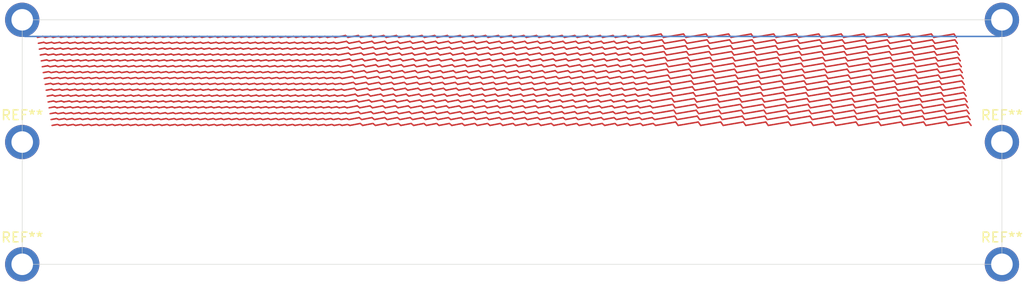
<source format=kicad_pcb>
(kicad_pcb (version 20240108) (generator "pcbnew") (generator_version "8.0")
  (layers (0 "F.Cu" signal) (31 "B.Cu" signal) (39 "F.Mask" user) (44 "Edge.Cuts" user))
  (net 0 "")
  (footprint "MountingHole:MountingHole_2.2mm_M2_ISO7380_Pad" (layer "F.Cu") (at 100 105)
    (property "Reference" "REF**")
    (property "Value" "MountingHole_2.2mm_M2_ISO7380_Pad")
  )
  (footprint "MountingHole:MountingHole_2.2mm_M2_ISO7380_Pad" (layer "F.Cu") (at 200 105)
    (property "Reference" "REF**")
    (property "Value" "MountingHole_2.2mm_M2_ISO7380_Pad")
  )
  (footprint "MountingHole:MountingHole_2.2mm_M2_ISO7380_Pad" (layer "F.Cu") (at 100 92.5)
    (property "Reference" "REF**")
    (property "Value" "MountingHole_2.2mm_M2_ISO7380_Pad")
  )
  (footprint "MountingHole:MountingHole_2.2mm_M2_ISO7380_Pad" (layer "F.Cu") (at 200 92.5)
    (property "Reference" "REF**")
    (property "Value" "MountingHole_2.2mm_M2_ISO7380_Pad")
  )
  (footprint "MountingHole:MountingHole_2.2mm_M2_ISO7380_Pad" (layer "F.Cu") (at 100 80)
    (property "Reference" "REF**")
    (property "Value" "MountingHole_2.2mm_M2_ISO7380_Pad")
  )
  (footprint "MountingHole:MountingHole_2.2mm_M2_ISO7380_Pad" (layer "F.Cu") (at 200 80)
    (property "Reference" "REF**")
    (property "Value" "MountingHole_2.2mm_M2_ISO7380_Pad")
  )
  (gr_rect (start 100 80) (end 200 105) (stroke (width 0.05)) (fill none) (layer "Edge.Cuts"))
  (segment (start 110.6 89.5) (end 110.85 89.6) (width 0.15) (layer "F.Cu") (net 0))
  (segment (start 119.25 87.2) (end 119.8 87.1) (width 0.15) (layer "F.Cu") (net 0))
  (segment (start 158.55 85.4) (end 159.6 85.2) (width 0.15) (layer "F.Cu") (net 0))
  (segment (start 189.35 87.2) (end 191.4 86.85) (width 0.15) (layer "F.Cu") (net 0))
  (segment (start 119.8 82.3) (end 120.05 82.4) (width 0.15) (layer "F.Cu") (net 0))
  (segment (start 153.7 88.8) (end 153.95 89) (width 0.15) (layer "F.Cu") (net 0))
  (segment (start 121.35 90.2) (end 121.9 90.1) (width 0.15) (layer "F.Cu") (net 0))
  (segment (start 191.6 88.05) (end 191.85 88.4) (width 0.15) (layer "F.Cu") (net 0))
  (segment (start 121.1 85.3) (end 121.35 85.4) (width 0.15) (layer "F.Cu") (net 0))
  (segment (start 137.5 85.2) (end 137.75 85.4) (width 0.15) (layer "F.Cu") (net 0))
  (segment (start 113.4 82.3) (end 113.65 82.4) (width 0.15) (layer "F.Cu") (net 0))
  (segment (start 149.6 87.6) (end 149.85 87.8) (width 0.15) (layer "F.Cu") (net 0))
  (segment (start 113.7 84.1) (end 113.95 84.2) (width 0.15) (layer "F.Cu") (net 0))
  (segment (start 162.7 88.2) (end 162.95 88.4) (width 0.15) (layer "F.Cu") (net 0))
  (segment (start 149 84) (end 149.25 84.2) (width 0.15) (layer "F.Cu") (net 0))
  (segment (start 125.85 88.4) (end 126.4 88.3) (width 0.15) (layer "F.Cu") (net 0))
  (segment (start 168.4 86.85) (end 168.65 87.2) (width 0.15) (layer "F.Cu") (net 0))
  (segment (start 103.45 88.4) (end 104 88.3) (width 0.15) (layer "F.Cu") (net 0))
  (segment (start 161.7 82.2) (end 161.95 82.4) (width 0.15) (layer "F.Cu") (net 0))
  (segment (start 144.5 88.2) (end 144.75 88.4) (width 0.15) (layer "F.Cu") (net 0))
  (segment (start 177.95 87.8) (end 180 87.45) (width 0.15) (layer "F.Cu") (net 0))
  (segment (start 113.1 90.1) (end 113.35 90.2) (width 0.15) (layer "F.Cu") (net 0))
  (segment (start 187.25 88.4) (end 189.3 88.05) (width 0.15) (layer "F.Cu") (net 0))
  (segment (start 125.55 86.6) (end 126.1 86.5) (width 0.15) (layer "F.Cu") (net 0))
  (segment (start 116.75 81.8) (end 117.3 81.7) (width 0.15) (layer "F.Cu") (net 0))
  (segment (start 108.35 84.2) (end 108.9 84.1) (width 0.15) (layer "F.Cu") (net 0))
  (segment (start 106.25 90.8) (end 106.8 90.7) (width 0.15) (layer "F.Cu") (net 0))
  (segment (start 133.65 84.2) (end 134.7 84) (width 0.15) (layer "F.Cu") (net 0))
  (segment (start 136.45 85.4) (end 137.5 85.2) (width 0.15) (layer "F.Cu") (net 0))
  (segment (start 130.25 86) (end 130.8 85.9) (width 0.15) (layer "F.Cu") (net 0))
  (segment (start 112.65 86) (end 113.2 85.9) (width 0.15) (layer "F.Cu") (net 0))
  (segment (start 106.6 84.7) (end 106.85 84.8) (width 0.15) (layer "F.Cu") (net 0))
  (segment (start 176.15 90.8) (end 178.2 90.45) (width 0.15) (layer "F.Cu") (net 0))
  (segment (start 107.15 81.8) (end 107.7 81.7) (width 0.15) (layer "F.Cu") (net 0))
  (segment (start 111.4 89.5) (end 111.65 89.6) (width 0.15) (layer "F.Cu") (net 0))
  (segment (start 159.2 82.8) (end 159.45 83) (width 0.15) (layer "F.Cu") (net 0))
  (segment (start 154.2 84) (end 154.45 84.2) (width 0.15) (layer "F.Cu") (net 0))
  (segment (start 108.4 85.9) (end 108.65 86) (width 0.15) (layer "F.Cu") (net 0))
  (segment (start 123.35 83) (end 123.9 82.9) (width 0.15) (layer "F.Cu") (net 0))
  (segment (start 142.15 88.4) (end 143.2 88.2) (width 0.15) (layer "F.Cu") (net 0))
  (segment (start 143.6 82.8) (end 143.85 83) (width 0.15) (layer "F.Cu") (net 0))
  (segment (start 194.25 89) (end 196.3 88.65) (width 0.15) (layer "F.Cu") (net 0))
  (segment (start 163.5 85.2) (end 163.75 85.4) (width 0.15) (layer "F.Cu") (net 0))
  (segment (start 165.3 82.05) (end 165.55 82.4) (width 0.15) (layer "F.Cu") (net 0))
  (segment (start 138.65 90.8) (end 139.7 90.6) (width 0.15) (layer "F.Cu") (net 0))
  (segment (start 118 85.9) (end 118.25 86) (width 0.15) (layer "F.Cu") (net 0))
  (segment (start 137.05 89) (end 138.1 88.8) (width 0.15) (layer "F.Cu") (net 0))
  (segment (start 119.35 87.8) (end 119.9 87.7) (width 0.15) (layer "F.Cu") (net 0))
  (segment (start 137.1 90.6) (end 137.35 90.8) (width 0.15) (layer "F.Cu") (net 0))
  (segment (start 171.3 90.45) (end 171.55 90.8) (width 0.15) (layer "F.Cu") (net 0))
  (segment (start 140.25 84.8) (end 141.3 84.6) (width 0.15) (layer "F.Cu") (net 0))
  (segment (start 117 89.5) (end 117.25 89.6) (width 0.15) (layer "F.Cu") (net 0))
  (segment (start 181.9 85.05) (end 182.15 85.4) (width 0.15) (layer "F.Cu") (net 0))
  (segment (start 103.75 85.4) (end 104.3 85.3) (width 0.15) (layer "F.Cu") (net 0))
  (segment (start 126.95 90.2) (end 127.5 90.1) (width 0.15) (layer "F.Cu") (net 0))
  (segment (start 155.45 90.2) (end 156.5 90) (width 0.15) (layer "F.Cu") (net 0))
  (segment (start 129.7 88.9) (end 129.95 89) (width 0.15) (layer "F.Cu") (net 0))
  (segment (start 129.45 86) (end 130 85.9) (width 0.15) (layer "F.Cu") (net 0))
  (segment (start 129.9 90.1) (end 130.15 90.2) (width 0.15) (layer "F.Cu") (net 0))
  (segment (start 108.6 87.1) (end 108.85 87.2) (width 0.15) (layer "F.Cu") (net 0))
  (segment (start 141.7 87) (end 141.95 87.2) (width 0.15) (layer "F.Cu") (net 0))
  (segment (start 112.5 81.7) (end 112.75 81.8) (width 0.15) (layer "F.Cu") (net 0))
  (segment (start 175.95 89.6) (end 178 89.25) (width 0.15) (layer "F.Cu") (net 0))
  (segment (start 134.1 88.2) (end 134.35 88.4) (width 0.15) (layer "F.Cu") (net 0))
  (segment (start 106.55 87.8) (end 107.1 87.7) (width 0.15) (layer "F.Cu") (net 0))
  (segment (start 120.75 86.6) (end 121.3 86.5) (width 0.15) (layer "F.Cu") (net 0))
  (segment (start 131.7 86.5) (end 131.95 86.6) (width 0.15) (layer "F.Cu") (net 0))
  (segment (start 161.75 89) (end 162.8 88.8) (width 0.15) (layer "F.Cu") (net 0))
  (segment (start 120.6 82.3) (end 120.85 82.4) (width 0.15) (layer "F.Cu") (net 0))
  (segment (start 122.8 85.9) (end 123.05 86) (width 0.15) (layer "F.Cu") (net 0))
  (segment (start 124.05 87.2) (end 124.6 87.1) (width 0.15) (layer "F.Cu") (net 0))
  (segment (start 133.3 83.4) (end 133.55 83.6) (width 0.15) (layer "F.Cu") (net 0))
  (segment (start 120.25 83.6) (end 120.8 83.5) (width 0.15) (layer "F.Cu") (net 0))
  (segment (start 145.45 84.8) (end 146.5 84.6) (width 0.15) (layer "F.Cu") (net 0))
  (segment (start 161.4 88.2) (end 161.65 88.4) (width 0.15) (layer "F.Cu") (net 0))
  (segment (start 184.1 84.45) (end 184.35 84.8) (width 0.15) (layer "F.Cu") (net 0))
  (segment (start 191.55 86.6) (end 193.6 86.25) (width 0.15) (layer "F.Cu") (net 0))
  (segment (start 160.5 82.8) (end 160.75 83) (width 0.15) (layer "F.Cu") (net 0))
  (segment (start 153.6 88.2) (end 153.85 88.4) (width 0.15) (layer "F.Cu") (net 0))
  (segment (start 175.8 89.85) (end 176.05 90.2) (width 0.15) (layer "F.Cu") (net 0))
  (segment (start 104.1 88.9) (end 104.35 89) (width 0.15) (layer "F.Cu") (net 0))
  (segment (start 114.5 88.9) (end 114.75 89) (width 0.15) (layer "F.Cu") (net 0))
  (segment (start 163.15 81.8) (end 165.2 81.45) (width 0.15) (layer "F.Cu") (net 0))
  (segment (start 151.95 84.8) (end 153 84.6) (width 0.15) (layer "F.Cu") (net 0))
  (segment (start 157.8 82.2) (end 158.05 82.4) (width 0.15) (layer "F.Cu") (net 0))
  (segment (start 103.4 89.5) (end 103.65 89.6) (width 0.15) (layer "F.Cu") (net 0))
  (segment (start 194.35 89.6) (end 196.4 89.25) (width 0.15) (layer "F.Cu") (net 0))
  (segment (start 184 83.85) (end 184.25 84.2) (width 0.15) (layer "F.Cu") (net 0))
  (segment (start 123.35 87.8) (end 123.9 87.7) (width 0.15) (layer "F.Cu") (net 0))
  (segment (start 117.3 81.7) (end 117.55 81.8) (width 0.15) (layer "F.Cu") (net 0))
  (segment (start 191 84.45) (end 191.25 84.8) (width 0.15) (layer "F.Cu") (net 0))
  (segment (start 121.25 89.6) (end 121.8 89.5) (width 0.15) (layer "F.Cu") (net 0))
  (segment (start 134.35 88.4) (end 135.4 88.2) (width 0.15) (layer "F.Cu") (net 0))
  (segment (start 174.95 83.6) (end 177 83.25) (width 0.15) (layer "F.Cu") (net 0))
  (segment (start 193 82.65) (end 193.25 83) (width 0.15) (layer "F.Cu") (net 0))
  (segment (start 162.8 88.8) (end 163.05 89) (width 0.15) (layer "F.Cu") (net 0))
  (segment (start 113.1 85.3) (end 113.35 85.4) (width 0.15) (layer "F.Cu") (net 0))
  (segment (start 175.5 88.05) (end 175.75 88.4) (width 0.15) (layer "F.Cu") (net 0))
  (segment (start 154.45 84.2) (end 155.5 84) (width 0.15) (layer "F.Cu") (net 0))
  (segment (start 181.4 82.05) (end 181.65 82.4) (width 0.15) (layer "F.Cu") (net 0))
  (segment (start 105.4 87.1) (end 105.65 87.2) (width 0.15) (layer "F.Cu") (net 0))
  (segment (start 106.9 86.5) (end 107.15 86.6) (width 0.15) (layer "F.Cu") (net 0))
  (segment (start 182.8 90.45) (end 183.05 90.8) (width 0.15) (layer "F.Cu") (net 0))
  (segment (start 159 89.4) (end 159.25 89.6) (width 0.15) (layer "F.Cu") (net 0))
  (segment (start 111.25 87.2) (end 111.8 87.1) (width 0.15) (layer "F.Cu") (net 0))
  (segment (start 117.35 90.2) (end 117.9 90.1) (width 0.15) (layer "F.Cu") (net 0))
  (segment (start 187.15 87.8) (end 189.2 87.45) (width 0.15) (layer "F.Cu") (net 0))
  (segment (start 109.25 84.8) (end 109.8 84.7) (width 0.15) (layer "F.Cu") (net 0))
  (segment (start 125.3 86.5) (end 125.55 86.6) (width 0.15) (layer "F.Cu") (net 0))
  (segment (start 180.5 90.45) (end 180.75 90.8) (width 0.15) (layer "F.Cu") (net 0))
  (segment (start 113.2 90.7) (end 113.45 90.8) (width 0.15) (layer "F.Cu") (net 0))
  (segment (start 115.45 83.6) (end 116 83.5) (width 0.15) (layer "F.Cu") (net 0))
  (segment (start 109.6 83.5) (end 109.85 83.6) (width 0.15) (layer "F.Cu") (net 0))
  (segment (start 105.45 86) (end 106 85.9) (width 0.15) (layer "F.Cu") (net 0))
  (segment (start 175.1 85.65) (end 175.35 86) (width 0.15) (layer "F.Cu") (net 0))
  (segment (start 159.95 86) (end 161 85.8) (width 0.15) (layer "F.Cu") (net 0))
  (segment (start 117.25 84.8) (end 117.8 84.7) (width 0.15) (layer "F.Cu") (net 0))
  (segment (start 107.15 86.6) (end 107.7 86.5) (width 0.15) (layer "F.Cu") (net 0))
  (segment (start 139.55 88.4) (end 140.6 88.2) (width 0.15) (layer "F.Cu") (net 0))
  (segment (start 162.6 87.6) (end 162.85 87.8) (width 0.15) (layer "F.Cu") (net 0))
  (segment (start 139.2 87.6) (end 139.45 87.8) (width 0.15) (layer "F.Cu") (net 0))
  (segment (start 170.1 83.25) (end 170.35 83.6) (width 0.15) (layer "F.Cu") (net 0))
  (segment (start 139.8 83.4) (end 140.05 83.6) (width 0.15) (layer "F.Cu") (net 0))
  (segment (start 107.35 83) (end 107.9 82.9) (width 0.15) (layer "F.Cu") (net 0))
  (segment (start 128.75 86.6) (end 129.3 86.5) (width 0.15) (layer "F.Cu") (net 0))
  (segment (start 170.6 86.25) (end 170.85 86.6) (width 0.15) (layer "F.Cu") (net 0))
  (segment (start 115.2 83.5) (end 115.45 83.6) (width 0.15) (layer "F.Cu") (net 0))
  (segment (start 106.05 84.8) (end 106.6 84.7) (width 0.15) (layer "F.Cu") (net 0))
  (segment (start 128.4 90.7) (end 128.65 90.8) (width 0.15) (layer "F.Cu") (net 0))
  (segment (start 196.5 89.85) (end 196.75 90.2) (width 0.15) (layer "F.Cu") (net 0))
  (segment (start 139.95 83) (end 141 82.8) (width 0.15) (layer "F.Cu") (net 0))
  (segment (start 115.4 89.5) (end 115.65 89.6) (width 0.15) (layer "F.Cu") (net 0))
  (segment (start 125.85 83.6) (end 126.4 83.5) (width 0.15) (layer "F.Cu") (net 0))
  (segment (start 130.8 85.9) (end 131.05 86) (width 0.15) (layer "F.Cu") (net 0))
  (segment (start 156.5 90) (end 156.75 90.2) (width 0.15) (layer "F.Cu") (net 0))
  (segment (start 104.2 84.7) (end 104.45 84.8) (width 0.15) (layer "F.Cu") (net 0))
  (segment (start 119.8 87.1) (end 120.05 87.2) (width 0.15) (layer "F.Cu") (net 0))
  (segment (start 121.85 83.6) (end 122.4 83.5) (width 0.15) (layer "F.Cu") (net 0))
  (segment (start 163.25 82.4) (end 165.3 82.05) (width 0.15) (layer "F.Cu") (net 0))
  (segment (start 128.85 82.4) (end 129.4 82.3) (width 0.15) (layer "F.Cu") (net 0))
  (segment (start 158 83.4) (end 158.25 83.6) (width 0.15) (layer "F.Cu") (net 0))
  (segment (start 127.35 87.8) (end 127.9 87.7) (width 0.15) (layer "F.Cu") (net 0))
  (segment (start 171.45 90.2) (end 173.5 89.85) (width 0.15) (layer "F.Cu") (net 0))
  (segment (start 168.2 85.65) (end 168.45 86) (width 0.15) (layer "F.Cu") (net 0))
  (segment (start 191.65 87.2) (end 193.7 86.85) (width 0.15) (layer "F.Cu") (net 0))
  (segment (start 167.85 82.4) (end 169.9 82.05) (width 0.15) (layer "F.Cu") (net 0))
  (segment (start 173.4 89.25) (end 173.65 89.6) (width 0.15) (layer "F.Cu") (net 0))
  (segment (start 168.3 86.25) (end 168.55 86.6) (width 0.15) (layer "F.Cu") (net 0))
  (segment (start 162.35 84.8) (end 163.4 84.6) (width 0.15) (layer "F.Cu") (net 0))
  (segment (start 106.15 90.2) (end 106.7 90.1) (width 0.15) (layer "F.Cu") (net 0))
  (segment (start 164.25 88.4) (end 166.3 88.05) (width 0.15) (layer "F.Cu") (net 0))
  (segment (start 123.2 88.3) (end 123.45 88.4) (width 0.15) (layer "F.Cu") (net 0))
  (segment (start 136.9 89.4) (end 137.15 89.6) (width 0.15) (layer "F.Cu") (net 0))
  (segment (start 106.8 90.7) (end 107.05 90.8) (width 0.15) (layer "F.Cu") (net 0))
  (segment (start 127.45 83.6) (end 128 83.5) (width 0.15) (layer "F.Cu") (net 0))
  (segment (start 110.2 87.1) (end 110.45 87.2) (width 0.15) (layer "F.Cu") (net 0))
  (segment (start 159.6 85.2) (end 159.85 85.4) (width 0.15) (layer "F.Cu") (net 0))
  (segment (start 152.15 86) (end 153.2 85.8) (width 0.15) (layer "F.Cu") (net 0))
  (segment (start 119.15 81.8) (end 119.7 81.7) (width 0.15) (layer "F.Cu") (net 0))
  (segment (start 134.05 86.6) (end 135.1 86.4) (width 0.15) (layer "F.Cu") (net 0))
  (segment (start 190.75 81.8) (end 192.8 81.45) (width 0.15) (layer "F.Cu") (net 0))
  (segment (start 125.25 84.8) (end 125.8 84.7) (width 0.15) (layer "F.Cu") (net 0))
  (segment (start 109 89.5) (end 109.25 89.6) (width 0.15) (layer "F.Cu") (net 0))
  (segment (start 110.65 88.4) (end 111.2 88.3) (width 0.15) (layer "F.Cu") (net 0))
  (segment (start 160 87.6) (end 160.25 87.8) (width 0.15) (layer "F.Cu") (net 0))
  (segment (start 103.4 84.7) (end 103.65 84.8) (width 0.15) (layer "F.Cu") (net 0))
  (segment (start 189.25 86.6) (end 191.3 86.25) (width 0.15) (layer "F.Cu") (net 0))
  (segment (start 177.75 86.6) (end 179.8 86.25) (width 0.15) (layer "F.Cu") (net 0))
  (segment (start 124.9 88.9) (end 125.15 89) (width 0.15) (layer "F.Cu") (net 0))
  (segment (start 104.05 82.4) (end 104.6 82.3) (width 0.15) (layer "F.Cu") (net 0))
  (segment (start 118.5 88.9) (end 118.75 89) (width 0.15) (layer "F.Cu") (net 0))
  (segment (start 122.6 89.5) (end 122.85 89.6) (width 0.15) (layer "F.Cu") (net 0))
  (segment (start 188.6 83.85) (end 188.85 84.2) (width 0.15) (layer "F.Cu") (net 0))
  (segment (start 108.2 84.7) (end 108.45 84.8) (width 0.15) (layer "F.Cu") (net 0))
  (segment (start 125.75 83) (end 126.3 82.9) (width 0.15) (layer "F.Cu") (net 0))
  (segment (start 149.1 84.6) (end 149.35 84.8) (width 0.15) (layer "F.Cu") (net 0))
  (segment (start 142.1 89.4) (end 142.35 89.6) (width 0.15) (layer "F.Cu") (net 0))
  (segment (start 130.3 82.9) (end 130.55 83) (width 0.15) (layer "F.Cu") (net 0))
  (segment (start 110.8 90.7) (end 111.05 90.8) (width 0.15) (layer "F.Cu") (net 0))
  (segment (start 195.5 83.85) (end 195.75 84.2) (width 0.15) (layer "F.Cu") (net 0))
  (segment (start 173.6 90.45) (end 173.85 90.8) (width 0.15) (layer "F.Cu") (net 0))
  (segment (start 166.85 90.2) (end 168.9 89.85) (width 0.15) (layer "F.Cu") (net 0))
  (segment (start 105.85 88.4) (end 106.4 88.3) (width 0.15) (layer "F.Cu") (net 0))
  (segment (start 115.05 90.8) (end 115.6 90.7) (width 0.15) (layer "F.Cu") (net 0))
  (segment (start 150.1 82.8) (end 150.35 83) (width 0.15) (layer "F.Cu") (net 0))
  (segment (start 160.6 83.4) (end 160.85 83.6) (width 0.15) (layer "F.Cu") (net 0))
  (segment (start 122.05 84.8) (end 122.6 84.7) (width 0.15) (layer "F.Cu") (net 0))
  (segment (start 159.1 82.2) (end 159.35 82.4) (width 0.15) (layer "F.Cu") (net 0))
  (segment (start 114.75 84.2) (end 115.3 84.1) (width 0.15) (layer "F.Cu") (net 0))
  (segment (start 123.1 82.9) (end 123.35 83) (width 0.15) (layer "F.Cu") (net 0))
  (segment (start 149.35 84.8) (end 150.4 84.6) (width 0.15) (layer "F.Cu") (net 0))
  (segment (start 127.6 85.9) (end 127.85 86) (width 0.15) (layer "F.Cu") (net 0))
  (segment (start 170.35 83.6) (end 172.4 83.25) (width 0.15) (layer "F.Cu") (net 0))
  (segment (start 107.45 83.6) (end 108 83.5) (width 0.15) (layer "F.Cu") (net 0))
  (segment (start 121.7 88.9) (end 121.95 89) (width 0.15) (layer "F.Cu") (net 0))
  (segment (start 173.75 90.2) (end 175.8 89.85) (width 0.15) (layer "F.Cu") (net 0))
  (segment (start 186.5 85.05) (end 186.75 85.4) (width 0.15) (layer "F.Cu") (net 0))
  (segment (start 119.75 85.4) (end 120.3 85.3) (width 0.15) (layer "F.Cu") (net 0))
  (segment (start 120.65 90.8) (end 121.2 90.7) (width 0.15) (layer "F.Cu") (net 0))
  (segment (start 118.3 82.9) (end 118.55 83) (width 0.15) (layer "F.Cu") (net 0))
  (segment (start 143.3 88.8) (end 143.55 89) (width 0.15) (layer "F.Cu") (net 0))
  (segment (start 148.6 89.4) (end 148.85 89.6) (width 0.15) (layer "F.Cu") (net 0))
  (segment (start 108.3 85.3) (end 108.55 85.4) (width 0.15) (layer "F.Cu") (net 0))
  (segment (start 137.1 82.8) (end 137.35 83) (width 0.15) (layer "F.Cu") (net 0))
  (segment (start 121.4 87.1) (end 121.65 87.2) (width 0.15) (layer "F.Cu") (net 0))
  (segment (start 144.1 85.8) (end 144.35 86) (width 0.15) (layer "F.Cu") (net 0))
  (segment (start 135.3 87.6) (end 135.55 87.8) (width 0.15) (layer "F.Cu") (net 0))
  (segment (start 112.35 84.2) (end 112.9 84.1) (width 0.15) (layer "F.Cu") (net 0))
  (segment (start 186.85 86) (end 188.9 85.65) (width 0.15) (layer "F.Cu") (net 0))
  (segment (start 115.05 86) (end 115.6 85.9) (width 0.15) (layer "F.Cu") (net 0))
  (segment (start 122.05 89.6) (end 122.6 89.5) (width 0.15) (layer "F.Cu") (net 0))
  (segment (start 176.7 81.45) (end 176.95 81.8) (width 0.15) (layer "F.Cu") (net 0))
  (segment (start 130.6 89.5) (end 130.85 89.6) (width 0.15) (layer "F.Cu") (net 0))
  (segment (start 130.2 82.3) (end 130.45 82.4) (width 0.15) (layer "F.Cu") (net 0))
  (segment (start 159.45 90.8) (end 160.5 90.6) (width 0.15) (layer "F.Cu") (net 0))
  (segment (start 108.15 83) (end 108.7 82.9) (width 0.15) (layer "F.Cu") (net 0))
  (segment (start 105.35 90.2) (end 105.9 90.1) (width 0.15) (layer "F.Cu") (net 0))
  (segment (start 143.5 82.2) (end 143.75 82.4) (width 0.15) (layer "F.Cu") (net 0))
  (segment (start 114.45 82.4) (end 115 82.3) (width 0.15) (layer "F.Cu") (net 0))
  (segment (start 154.8 87.6) (end 155.05 87.8) (width 0.15) (layer "F.Cu") (net 0))
  (segment (start 122.15 85.4) (end 122.7 85.3) (width 0.15) (layer "F.Cu") (net 0))
  (segment (start 117.05 83.6) (end 117.6 83.5) (width 0.15) (layer "F.Cu") (net 0))
  (segment (start 109.85 88.4) (end 110.4 88.3) (width 0.15) (layer "F.Cu") (net 0))
  (segment (start 154.25 90.8) (end 155.3 90.6) (width 0.15) (layer "F.Cu") (net 0))
  (segment (start 147.6 83.4) (end 147.85 83.6) (width 0.15) (layer "F.Cu") (net 0))
  (segment (start 160.75 90.8) (end 161.8 90.6) (width 0.15) (layer "F.Cu") (net 0))
  (segment (start 128.6 87.1) (end 128.85 87.2) (width 0.15) (layer "F.Cu") (net 0))
  (segment (start 170.95 87.2) (end 173 86.85) (width 0.15) (layer "F.Cu") (net 0))
  (segment (start 172.9 86.25) (end 173.15 86.6) (width 0.15) (layer "F.Cu") (net 0))
  (segment (start 108.75 86.6) (end 109.3 86.5) (width 0.15) (layer "F.Cu") (net 0))
  (segment (start 189.55 88.4) (end 191.6 88.05) (width 0.15) (layer "F.Cu") (net 0))
  (segment (start 186.15 81.8) (end 188.2 81.45) (width 0.15) (layer "F.Cu") (net 0))
  (segment (start 150.9 87.6) (end 151.15 87.8) (width 0.15) (layer "F.Cu") (net 0))
  (segment (start 150 82.2) (end 150.25 82.4) (width 0.15) (layer "F.Cu") (net 0))
  (segment (start 110.45 87.2) (end 111 87.1) (width 0.15) (layer "F.Cu") (net 0))
  (segment (start 182.45 87.2) (end 184.5 86.85) (width 0.15) (layer "F.Cu") (net 0))
  (segment (start 106.8 85.9) (end 107.05 86) (width 0.15) (layer "F.Cu") (net 0))
  (segment (start 184.7 88.05) (end 184.95 88.4) (width 0.15) (layer "F.Cu") (net 0))
  (segment (start 160.9 85.2) (end 161.15 85.4) (width 0.15) (layer "F.Cu") (net 0))
  (segment (start 193.9 88.05) (end 194.15 88.4) (width 0.15) (layer "F.Cu") (net 0))
  (segment (start 121.75 87.8) (end 122.3 87.7) (width 0.15) (layer "F.Cu") (net 0))
  (segment (start 155.5 84) (end 155.75 84.2) (width 0.15) (layer "F.Cu") (net 0))
  (segment (start 125.2 90.7) (end 125.45 90.8) (width 0.15) (layer "F.Cu") (net 0))
  (segment (start 123.95 86.6) (end 124.5 86.5) (width 0.15) (layer "F.Cu") (net 0))
  (segment (start 126.3 87.7) (end 126.55 87.8) (width 0.15) (layer "F.Cu") (net 0))
  (segment (start 121.55 81.8) (end 122.1 81.7) (width 0.15) (layer "F.Cu") (net 0))
  (segment (start 128.45 84.8) (end 129 84.7) (width 0.15) (layer "F.Cu") (net 0))
  (segment (start 103.85 90.8) (end 104.4 90.7) (width 0.15) (layer "F.Cu") (net 0))
  (segment (start 161.7 90) (end 161.95 90.2) (width 0.15) (layer "F.Cu") (net 0))
  (segment (start 110.6 84.7) (end 110.85 84.8) (width 0.15) (layer "F.Cu") (net 0))
  (segment (start 141.6 86.4) (end 141.85 86.6) (width 0.15) (layer "F.Cu") (net 0))
  (segment (start 110 85.9) (end 110.25 86) (width 0.15) (layer "F.Cu") (net 0))
  (segment (start 160.3 89.4) (end 160.55 89.6) (width 0.15) (layer "F.Cu") (net 0))
  (segment (start 138.5 83.4) (end 138.75 83.6) (width 0.15) (layer "F.Cu") (net 0))
  (segment (start 102.65 88.4) (end 103.2 88.3) (width 0.15) (layer "F.Cu") (net 0))
  (segment (start 187.1 88.65) (end 187.35 89) (width 0.15) (layer "F.Cu") (net 0))
  (segment (start 110.95 90.2) (end 111.5 90.1) (width 0.15) (layer "F.Cu") (net 0))
  (segment (start 116.1 88.9) (end 116.35 89) (width 0.15) (layer "F.Cu") (net 0))
  (segment (start 176.05 90.2) (end 178.1 89.85) (width 0.15) (layer "F.Cu") (net 0))
  (segment (start 101.75 83) (end 102.3 82.9) (width 0.15) (layer "F.Cu") (net 0))
  (segment (start 189 86.25) (end 189.25 86.6) (width 0.15) (layer "F.Cu") (net 0))
  (segment (start 110.75 89) (end 111.3 88.9) (width 0.15) (layer "F.Cu") (net 0))
  (segment (start 168.45 86) (end 170.5 85.65) (width 0.15) (layer "F.Cu") (net 0))
  (segment (start 162.4 86.4) (end 162.65 86.6) (width 0.15) (layer "F.Cu") (net 0))
  (segment (start 124.65 90.8) (end 125.2 90.7) (width 0.15) (layer "F.Cu") (net 0))
  (segment (start 107.7 86.5) (end 107.95 86.6) (width 0.15) (layer "F.Cu") (net 0))
  (segment (start 115.7 86.5) (end 115.95 86.6) (width 0.15) (layer "F.Cu") (net 0))
  (segment (start 140.8 81.6) (end 141.05 81.8) (width 0.15) (layer "F.Cu") (net 0))
  (segment (start 106.1 86.5) (end 106.35 86.6) (width 0.15) (layer "F.Cu") (net 0))
  (segment (start 132.4 90.7) (end 132.65 90.8) (width 0.15) (layer "F.Cu") (net 0))
  (segment (start 145.3 85.2) (end 145.55 85.4) (width 0.15) (layer "F.Cu") (net 0))
  (segment (start 154.1 83.4) (end 154.35 83.6) (width 0.15) (layer "F.Cu") (net 0))
  (segment (start 177.2 84.45) (end 177.45 84.8) (width 0.15) (layer "F.Cu") (net 0))
  (segment (start 153 84.6) (end 153.25 84.8) (width 0.15) (layer "F.Cu") (net 0))
  (segment (start 137 82.2) (end 137.25 82.4) (width 0.15) (layer "F.Cu") (net 0))
  (segment (start 143.9 84.6) (end 144.15 84.8) (width 0.15) (layer "F.Cu") (net 0))
  (segment (start 118.8 90.7) (end 119.05 90.8) (width 0.15) (layer "F.Cu") (net 0))
  (segment (start 108 83.5) (end 108.25 83.6) (width 0.15) (layer "F.Cu") (net 0))
  (segment (start 130.05 84.8) (end 130.6 84.7) (width 0.15) (layer "F.Cu") (net 0))
  (segment (start 124.45 84.8) (end 125 84.7) (width 0.15) (layer "F.Cu") (net 0))
  (segment (start 121.3 81.7) (end 121.55 81.8) (width 0.15) (layer "F.Cu") (net 0))
  (segment (start 157.85 89) (end 158.9 88.8) (width 0.15) (layer "F.Cu") (net 0))
  (segment (start 106 90.7) (end 106.25 90.8) (width 0.15) (layer "F.Cu") (net 0))
  (segment (start 157.9 82.8) (end 158.15 83) (width 0.15) (layer "F.Cu") (net 0))
  (segment (start 179.5 84.45) (end 179.75 84.8) (width 0.15) (layer "F.Cu") (net 0))
  (segment (start 145 83.4) (end 145.25 83.6) (width 0.15) (layer "F.Cu") (net 0))
  (segment (start 157.95 81.8) (end 159 81.6) (width 0.15) (layer "F.Cu") (net 0))
  (segment (start 104.4 90.7) (end 104.65 90.8) (width 0.15) (layer "F.Cu") (net 0))
  (segment (start 117.4 82.3) (end 117.65 82.4) (width 0.15) (layer "F.Cu") (net 0))
  (segment (start 145.35 84.2) (end 146.4 84) (width 0.15) (layer "F.Cu") (net 0))
  (segment (start 123.5 90.1) (end 123.75 90.2) (width 0.15) (layer "F.Cu") (net 0))
  (segment (start 165.4 82.65) (end 165.65 83) (width 0.15) (layer "F.Cu") (net 0))
  (segment (start 173.1 87.45) (end 173.35 87.8) (width 0.15) (layer "F.Cu") (net 0))
  (segment (start 131.5 85.3) (end 131.75 85.4) (width 0.15) (layer "F.Cu") (net 0))
  (segment (start 108.1 84.1) (end 108.35 84.2) (width 0.15) (layer "F.Cu") (net 0))
  (segment (start 110.25 86) (end 110.8 85.9) (width 0.15) (layer "F.Cu") (net 0))
  (segment (start 102.95 90.2) (end 103.5 90.1) (width 0.15) (layer "F.Cu") (net 0))
  (segment (start 157.75 88.4) (end 158.8 88.2) (width 0.15) (layer "F.Cu") (net 0))
  (segment (start 114.15 85.4) (end 114.7 85.3) (width 0.15) (layer "F.Cu") (net 0))
  (segment (start 182.55 87.8) (end 184.6 87.45) (width 0.15) (layer "F.Cu") (net 0))
  (segment (start 186 82.05) (end 186.25 82.4) (width 0.15) (layer "F.Cu") (net 0))
  (segment (start 147.65 90.2) (end 148.7 90) (width 0.15) (layer "F.Cu") (net 0))
  (segment (start 141.25 83) (end 142.3 82.8) (width 0.15) (layer "F.Cu") (net 0))
  (segment (start 131.9 82.9) (end 132.15 83) (width 0.15) (layer "F.Cu") (net 0))
  (segment (start 116.95 83) (end 117.5 82.9) (width 0.15) (layer "F.Cu") (net 0))
  (segment (start 111.85 86) (end 112.4 85.9) (width 0.15) (layer "F.Cu") (net 0))
  (segment (start 179 81.45) (end 179.25 81.8) (width 0.15) (layer "F.Cu") (net 0))
  (segment (start 124.6 82.3) (end 124.85 82.4) (width 0.15) (layer "F.Cu") (net 0))
  (segment (start 120.15 83) (end 120.7 82.9) (width 0.15) (layer "F.Cu") (net 0))
  (segment (start 179.95 86) (end 182 85.65) (width 0.15) (layer "F.Cu") (net 0))
  (segment (start 145.4 85.8) (end 145.65 86) (width 0.15) (layer "F.Cu") (net 0))
  (segment (start 139.15 86) (end 140.2 85.8) (width 0.15) (layer "F.Cu") (net 0))
  (segment (start 129.3 81.7) (end 129.55 81.8) (width 0.15) (layer "F.Cu") (net 0))
  (segment (start 153.25 84.8) (end 154.3 84.6) (width 0.15) (layer "F.Cu") (net 0))
  (segment (start 128.2 84.7) (end 128.45 84.8) (width 0.15) (layer "F.Cu") (net 0))
  (segment (start 106.7 85.3) (end 106.95 85.4) (width 0.15) (layer "F.Cu") (net 0))
  (segment (start 145.85 87.2) (end 146.9 87) (width 0.15) (layer "F.Cu") (net 0))
  (segment (start 136.95 88.4) (end 138 88.2) (width 0.15) (layer "F.Cu") (net 0))
  (segment (start 114.3 82.9) (end 114.55 83) (width 0.15) (layer "F.Cu") (net 0))
  (segment (start 113.9 85.3) (end 114.15 85.4) (width 0.15) (layer "F.Cu") (net 0))
  (segment (start 157.7 89.4) (end 157.95 89.6) (width 0.15) (layer "F.Cu") (net 0))
  (segment (start 189.05 85.4) (end 191.1 85.05) (width 0.15) (layer "F.Cu") (net 0))
  (segment (start 129.4 82.3) (end 129.65 82.4) (width 0.15) (layer "F.Cu") (net 0))
  (segment (start 145.55 85.4) (end 146.6 85.2) (width 0.15) (layer "F.Cu") (net 0))
  (segment (start 124.85 87.2) (end 125.4 87.1) (width 0.15) (layer "F.Cu") (net 0))
  (segment (start 141.1 83.4) (end 141.35 83.6) (width 0.15) (layer "F.Cu") (net 0))
  (segment (start 129.05 83.6) (end 129.6 83.5) (width 0.15) (layer "F.Cu") (net 0))
  (segment (start 123.7 81.7) (end 123.95 81.8) (width 0.15) (layer "F.Cu") (net 0))
  (segment (start 102.5 84.1) (end 102.75 84.2) (width 0.15) (layer "F.Cu") (net 0))
  (segment (start 119.25 82.4) (end 119.8 82.3) (width 0.15) (layer "F.Cu") (net 0))
  (segment (start 162.2 85.2) (end 162.45 85.4) (width 0.15) (layer "F.Cu") (net 0))
  (segment (start 159.45 83) (end 160.5 82.8) (width 0.15) (layer "F.Cu") (net 0))
  (segment (start 111.5 85.3) (end 111.75 85.4) (width 0.15) (layer "F.Cu") (net 0))
  (segment (start 114.95 90.2) (end 115.5 90.1) (width 0.15) (layer "F.Cu") (net 0))
  (segment (start 138.3 90) (end 138.55 90.2) (width 0.15) (layer "F.Cu") (net 0))
  (segment (start 154.7 87) (end 154.95 87.2) (width 0.15) (layer "F.Cu") (net 0))
  (segment (start 166.3 88.05) (end 166.55 88.4) (width 0.15) (layer "F.Cu") (net 0))
  (segment (start 131.75 90.2) (end 132.3 90.1) (width 0.15) (layer "F.Cu") (net 0))
  (segment (start 103.8 82.3) (end 104.05 82.4) (width 0.15) (layer "F.Cu") (net 0))
  (segment (start 138.9 85.8) (end 139.15 86) (width 0.15) (layer "F.Cu") (net 0))
  (segment (start 182.25 86) (end 184.3 85.65) (width 0.15) (layer "F.Cu") (net 0))
  (segment (start 184.4 86.25) (end 184.65 86.6) (width 0.15) (layer "F.Cu") (net 0))
  (segment (start 145.95 87.8) (end 147 87.6) (width 0.15) (layer "F.Cu") (net 0))
  (segment (start 131.8 87.1) (end 132.05 87.2) (width 0.15) (layer "F.Cu") (net 0))
  (segment (start 170.15 82.4) (end 172.2 82.05) (width 0.15) (layer "F.Cu") (net 0))
  (segment (start 142.3 82.8) (end 142.55 83) (width 0.15) (layer "F.Cu") (net 0))
  (segment (start 164.15 87.8) (end 166.2 87.45) (width 0.15) (layer "F.Cu") (net 0))
  (segment (start 164.1 88.8) (end 164.35 89) (width 0.15) (layer "F.Cu") (net 0))
  (segment (start 112.4 85.9) (end 112.65 86) (width 0.15) (layer "F.Cu") (net 0))
  (segment (start 151.4 82.8) (end 151.65 83) (width 0.15) (layer "F.Cu") (net 0))
  (segment (start 173.2 88.05) (end 173.45 88.4) (width 0.15) (layer "F.Cu") (net 0))
  (segment (start 141.2 84) (end 141.45 84.2) (width 0.15) (layer "F.Cu") (net 0))
  (segment (start 184.8 88.65) (end 185.05 89) (width 0.15) (layer "F.Cu") (net 0))
  (segment (start 103.9 87.7) (end 104.15 87.8) (width 0.15) (layer "F.Cu") (net 0))
  (segment (start 106.45 87.2) (end 107 87.1) (width 0.15) (layer "F.Cu") (net 0))
  (segment (start 167.75 81.8) (end 169.8 81.45) (width 0.15) (layer "F.Cu") (net 0))
  (segment (start 115.35 87.8) (end 115.9 87.7) (width 0.15) (layer "F.Cu") (net 0))
  (segment (start 142.7 85.2) (end 142.95 85.4) (width 0.15) (layer "F.Cu") (net 0))
  (segment (start 112.9 84.1) (end 113.15 84.2) (width 0.15) (layer "F.Cu") (net 0))
  (segment (start 125.4 87.1) (end 125.65 87.2) (width 0.15) (layer "F.Cu") (net 0))
  (segment (start 117.45 86) (end 118 85.9) (width 0.15) (layer "F.Cu") (net 0))
  (segment (start 117.6 88.3) (end 117.85 88.4) (width 0.15) (layer "F.Cu") (net 0))
  (segment (start 126.05 89.6) (end 126.6 89.5) (width 0.15) (layer "F.Cu") (net 0))
  (segment (start 118.15 90.2) (end 118.7 90.1) (width 0.15) (layer "F.Cu") (net 0))
  (segment (start 107.65 89.6) (end 108.2 89.5) (width 0.15) (layer "F.Cu") (net 0))
  (segment (start 137.3 84) (end 137.55 84.2) (width 0.15) (layer "F.Cu") (net 0))
  (segment (start 117.15 89) (end 117.7 88.9) (width 0.15) (layer "F.Cu") (net 0))
  (segment (start 163.65 84.8) (end 165.7 84.45) (width 0.15) (layer "F.Cu") (net 0))
  (segment (start 114.7 85.3) (end 114.95 85.4) (width 0.15) (layer "F.Cu") (net 0))
  (segment (start 122.95 85.4) (end 123.5 85.3) (width 0.15) (layer "F.Cu") (net 0))
  (segment (start 113.4 87.1) (end 113.65 87.2) (width 0.15) (layer "F.Cu") (net 0))
  (segment (start 106.45 82.4) (end 107 82.3) (width 0.15) (layer "F.Cu") (net 0))
  (segment (start 125.8 89.5) (end 126.05 89.6) (width 0.15) (layer "F.Cu") (net 0))
  (segment (start 103.75 90.2) (end 104.3 90.1) (width 0.15) (layer "F.Cu") (net 0))
  (segment (start 128.65 86) (end 129.2 85.9) (width 0.15) (layer "F.Cu") (net 0))
  (segment (start 122.85 89.6) (end 123.4 89.5) (width 0.15) (layer "F.Cu") (net 0))
  (segment (start 111.4 84.7) (end 111.65 84.8) (width 0.15) (layer "F.Cu") (net 0))
  (segment (start 156.4 89.4) (end 156.65 89.6) (width 0.15) (layer "F.Cu") (net 0))
  (segment (start 193.35 83.6) (end 195.4 83.25) (width 0.15) (layer "F.Cu") (net 0))
  (segment (start 182.15 85.4) (end 184.2 85.05) (width 0.15) (layer "F.Cu") (net 0))
  (segment (start 149.85 87.8) (end 150.9 87.6) (width 0.15) (layer "F.Cu") (net 0))
  (segment (start 144.9 82.8) (end 145.15 83) (width 0.15) (layer "F.Cu") (net 0))
  (segment (start 177.4 85.65) (end 177.65 86) (width 0.15) (layer "F.Cu") (net 0))
  (segment (start 195.7 85.05) (end 195.95 85.4) (width 0.15) (layer "F.Cu") (net 0))
  (segment (start 149.05 90.8) (end 150.1 90.6) (width 0.15) (layer "F.Cu") (net 0))
  (segment (start 159.65 84.2) (end 160.7 84) (width 0.15) (layer "F.Cu") (net 0))
  (segment (start 152.7 82.8) (end 152.95 83) (width 0.15) (layer "F.Cu") (net 0))
  (segment (start 141.15 82.4) (end 142.2 82.2) (width 0.15) (layer "F.Cu") (net 0))
  (segment (start 172.65 83.6) (end 174.7 83.25) (width 0.15) (layer "F.Cu") (net 0))
  (segment (start 171.35 89.6) (end 173.4 89.25) (width 0.15) (layer "F.Cu") (net 0))
  (segment (start 103.3 88.9) (end 103.55 89) (width 0.15) (layer "F.Cu") (net 0))
  (segment (start 169.9 82.05) (end 170.15 82.4) (width 0.15) (layer "F.Cu") (net 0))
  (segment (start 127.8 87.1) (end 128.05 87.2) (width 0.15) (layer "F.Cu") (net 0))
  (segment (start 189.65 89) (end 191.7 88.65) (width 0.15) (layer "F.Cu") (net 0))
  (segment (start 195.9 86.25) (end 196.15 86.6) (width 0.15) (layer "F.Cu") (net 0))
  (segment (start 136.35 84.8) (end 137.4 84.6) (width 0.15) (layer "F.Cu") (net 0))
  (segment (start 107.75 85.4) (end 108.3 85.3) (width 0.15) (layer "F.Cu") (net 0))
  (segment (start 132.65 90.8) (end 133.2 90.7) (width 0.15) (layer "F.Cu") (net 0))
  (segment (start 116.5 81.7) (end 116.75 81.8) (width 0.15) (layer "F.Cu") (net 0))
  (segment (start 162.65 86.6) (end 163.7 86.4) (width 0.15) (layer "F.Cu") (net 0))
  (segment (start 154.4 85.2) (end 154.65 85.4) (width 0.15) (layer "F.Cu") (net 0))
  (segment (start 172.55 83) (end 174.6 82.65) (width 0.15) (layer "F.Cu") (net 0))
  (segment (start 163.8 87) (end 164.05 87.2) (width 0.15) (layer "F.Cu") (net 0))
  (segment (start 161.6 89.4) (end 161.85 89.6) (width 0.15) (layer "F.Cu") (net 0))
  (segment (start 105.55 81.8) (end 106.1 81.7) (width 0.15) (layer "F.Cu") (net 0))
  (segment (start 118.1 81.7) (end 118.35 81.8) (width 0.15) (layer "F.Cu") (net 0))
  (segment (start 115.75 85.4) (end 116.3 85.3) (width 0.15) (layer "F.Cu") (net 0))
  (segment (start 105.5 82.9) (end 105.75 83) (width 0.15) (layer "F.Cu") (net 0))
  (segment (start 106.75 89) (end 107.3 88.9) (width 0.15) (layer "F.Cu") (net 0))
  (segment (start 175.75 88.4) (end 177.8 88.05) (width 0.15) (layer "F.Cu") (net 0))
  (segment (start 151.25 88.4) (end 152.3 88.2) (width 0.15) (layer "F.Cu") (net 0))
  (segment (start 106.65 83.6) (end 107.2 83.5) (width 0.15) (layer "F.Cu") (net 0))
  (segment (start 175.25 85.4) (end 177.3 85.05) (width 0.15) (layer "F.Cu") (net 0))
  (segment (start 148.7 90) (end 148.95 90.2) (width 0.15) (layer "F.Cu") (net 0))
  (segment (start 102.6 84.7) (end 102.85 84.8) (width 0.15) (layer "F.Cu") (net 0))
  (segment (start 175 85.05) (end 175.25 85.4) (width 0.15) (layer "F.Cu") (net 0))
  (segment (start 134.95 84.2) (end 136 84) (width 0.15) (layer "F.Cu") (net 0))
  (segment (start 149.15 83.6) (end 150.2 83.4) (width 0.15) (layer "F.Cu") (net 0))
  (segment (start 106.9 81.7) (end 107.15 81.8) (width 0.15) (layer "F.Cu") (net 0))
  (segment (start 184.15 83.6) (end 186.2 83.25) (width 0.15) (layer "F.Cu") (net 0))
  (segment (start 142.55 83) (end 143.6 82.8) (width 0.15) (layer "F.Cu") (net 0))
  (segment (start 146.9 87) (end 147.15 87.2) (width 0.15) (layer "F.Cu") (net 0))
  (segment (start 179.45 83) (end 181.5 82.65) (width 0.15) (layer "F.Cu") (net 0))
  (segment (start 124.7 87.7) (end 124.95 87.8) (width 0.15) (layer "F.Cu") (net 0))
  (segment (start 117 84.7) (end 117.25 84.8) (width 0.15) (layer "F.Cu") (net 0))
  (segment (start 191.75 87.8) (end 193.8 87.45) (width 0.15) (layer "F.Cu") (net 0))
  (segment (start 140.15 84.2) (end 141.2 84) (width 0.15) (layer "F.Cu") (net 0))
  (segment (start 109.55 81.8) (end 110.1 81.7) (width 0.15) (layer "F.Cu") (net 0))
  (segment (start 115.2 88.3) (end 115.45 88.4) (width 0.15) (layer "F.Cu") (net 0))
  (segment (start 127.75 90.2) (end 128.3 90.1) (width 0.15) (layer "F.Cu") (net 0))
  (segment (start 124.8 88.3) (end 125.05 88.4) (width 0.15) (layer "F.Cu") (net 0))
  (segment (start 171 88.65) (end 171.25 89) (width 0.15) (layer "F.Cu") (net 0))
  (segment (start 126.8 90.7) (end 127.05 90.8) (width 0.15) (layer "F.Cu") (net 0))
  (segment (start 133.75 84.8) (end 134.8 84.6) (width 0.15) (layer "F.Cu") (net 0))
  (segment (start 142.95 85.4) (end 144 85.2) (width 0.15) (layer "F.Cu") (net 0))
  (segment (start 150.1 90.6) (end 150.35 90.8) (width 0.15) (layer "F.Cu") (net 0))
  (segment (start 191.95 89) (end 194 88.65) (width 0.15) (layer "F.Cu") (net 0))
  (segment (start 194.05 87.8) (end 196.1 87.45) (width 0.15) (layer "F.Cu") (net 0))
  (segment (start 124.35 84.2) (end 124.9 84.1) (width 0.15) (layer "F.Cu") (net 0))
  (segment (start 151.7 84.6) (end 151.95 84.8) (width 0.15) (layer "F.Cu") (net 0))
  (segment (start 137.85 86) (end 138.9 85.8) (width 0.15) (layer "F.Cu") (net 0))
  (segment (start 122.8 90.7) (end 123.05 90.8) (width 0.15) (layer "F.Cu") (net 0))
  (segment (start 174.8 83.85) (end 175.05 84.2) (width 0.15) (layer "F.Cu") (net 0))
  (segment (start 128.6 82.3) (end 128.85 82.4) (width 0.15) (layer "F.Cu") (net 0))
  (segment (start 104.9 84.1) (end 105.15 84.2) (width 0.15) (layer "F.Cu") (net 0))
  (segment (start 193.5 85.65) (end 193.75 86) (width 0.15) (layer "F.Cu") (net 0))
  (segment (start 131.45 83.6) (end 132 83.5) (width 0.15) (layer "F.Cu") (net 0))
  (segment (start 118.7 85.3) (end 118.95 85.4) (width 0.15) (layer "F.Cu") (net 0))
  (segment (start 144.45 86.6) (end 145.5 86.4) (width 0.15) (layer "F.Cu") (net 0))
  (segment (start 104.7 82.9) (end 104.95 83) (width 0.15) (layer "F.Cu") (net 0))
  (segment (start 111.05 86) (end 111.6 85.9) (width 0.15) (layer "F.Cu") (net 0))
  (segment (start 173.35 87.8) (end 175.4 87.45) (width 0.15) (layer "F.Cu") (net 0))
  (segment (start 140 84.6) (end 140.25 84.8) (width 0.15) (layer "F.Cu") (net 0))
  (segment (start 119.2 83.5) (end 119.45 83.6) (width 0.15) (layer "F.Cu") (net 0))
  (segment (start 148.05 84.8) (end 149.1 84.6) (width 0.15) (layer "F.Cu") (net 0))
  (segment (start 140.7 88.8) (end 140.95 89) (width 0.15) (layer "F.Cu") (net 0))
  (segment (start 144.8 90) (end 145.05 90.2) (width 0.15) (layer "F.Cu") (net 0))
  (segment (start 162.55 86) (end 163.6 85.8) (width 0.15) (layer "F.Cu") (net 0))
  (segment (start 102.3 82.9) (end 102.55 83) (width 0.15) (layer "F.Cu") (net 0))
  (segment (start 128.7 87.7) (end 128.95 87.8) (width 0.15) (layer "F.Cu") (net 0))
  (segment (start 134.25 87.8) (end 135.3 87.6) (width 0.15) (layer "F.Cu") (net 0))
  (segment (start 142.55 90.8) (end 143.6 90.6) (width 0.15) (layer "F.Cu") (net 0))
  (segment (start 128.2 89.5) (end 128.45 89.6) (width 0.15) (layer "F.Cu") (net 0))
  (segment (start 138.65 83) (end 139.7 82.8) (width 0.15) (layer "F.Cu") (net 0))
  (segment (start 165.45 81.8) (end 167.5 81.45) (width 0.15) (layer "F.Cu") (net 0))
  (segment (start 140.5 87.6) (end 140.75 87.8) (width 0.15) (layer "F.Cu") (net 0))
  (segment (start 110.9 81.7) (end 111.15 81.8) (width 0.15) (layer "F.Cu") (net 0))
  (segment (start 136.9 81.6) (end 137.15 81.8) (width 0.15) (layer "F.Cu") (net 0))
  (segment (start 103 87.1) (end 103.25 87.2) (width 0.15) (layer "F.Cu") (net 0))
  (segment (start 121.35 85.4) (end 121.9 85.3) (width 0.15) (layer "F.Cu") (net 0))
  (segment (start 168.85 88.4) (end 170.9 88.05) (width 0.15) (layer "F.Cu") (net 0))
  (segment (start 119.2 88.3) (end 119.45 88.4) (width 0.15) (layer "F.Cu") (net 0))
  (segment (start 134.55 89.6) (end 135.6 89.4) (width 0.15) (layer "F.Cu") (net 0))
  (segment (start 128.95 87.8) (end 129.5 87.7) (width 0.15) (layer "F.Cu") (net 0))
  (segment (start 126.35 81.8) (end 126.9 81.7) (width 0.15) (layer "F.Cu") (net 0))
  (segment (start 110.35 81.8) (end 110.9 81.7) (width 0.15) (layer "F.Cu") (net 0))
  (segment (start 145.5 86.4) (end 145.75 86.6) (width 0.15) (layer "F.Cu") (net 0))
  (segment (start 112.55 90.2) (end 113.1 90.1) (width 0.15) (layer "F.Cu") (net 0))
  (segment (start 131.9 87.7) (end 132.15 87.8) (width 0.15) (layer "F.Cu") (net 0))
  (segment (start 141.55 84.8) (end 142.6 84.6) (width 0.15) (layer "F.Cu") (net 0))
  (segment (start 154.35 83.6) (end 155.4 83.4) (width 0.15) (layer "F.Cu") (net 0))
  (segment (start 117.4 87.1) (end 117.65 87.2) (width 0.15) (layer "F.Cu") (net 0))
  (segment (start 127.05 90.8) (end 127.6 90.7) (width 0.15) (layer "F.Cu") (net 0))
  (segment (start 158.15 90.8) (end 159.2 90.6) (width 0.15) (layer "F.Cu") (net 0))
  (segment (start 112.35 89) (end 112.9 88.9) (width 0.15) (layer "F.Cu") (net 0))
  (segment (start 131 87.1) (end 131.25 87.2) (width 0.15) (layer "F.Cu") (net 0))
  (segment (start 161.8 82.8) (end 162.05 83) (width 0.15) (layer "F.Cu") (net 0))
  (segment (start 136.25 84.2) (end 137.3 84) (width 0.15) (layer "F.Cu") (net 0))
  (segment (start 155.85 84.8) (end 156.9 84.6) (width 0.15) (layer "F.Cu") (net 0))
  (segment (start 153.5 87.6) (end 153.75 87.8) (width 0.15) (layer "F.Cu") (net 0))
  (segment (start 104.9 88.9) (end 105.15 89) (width 0.15) (layer "F.Cu") (net 0))
  (segment (start 153.1 85.2) (end 153.35 85.4) (width 0.15) (layer "F.Cu") (net 0))
  (segment (start 191.8 89.25) (end 192.05 89.6) (width 0.15) (layer "F.Cu") (net 0))
  (segment (start 132.85 87.2) (end 133.9 87) (width 0.15) (layer "F.Cu") (net 0))
  (segment (start 120 83.5) (end 120.25 83.6) (width 0.15) (layer "F.Cu") (net 0))
  (segment (start 106.95 90.2) (end 107.5 90.1) (width 0.15) (layer "F.Cu") (net 0))
  (segment (start 121.85 88.4) (end 122.4 88.3) (width 0.15) (layer "F.Cu") (net 0))
  (segment (start 118.7 90.1) (end 118.95 90.2) (width 0.15) (layer "F.Cu") (net 0))
  (segment (start 170.4 85.05) (end 170.65 85.4) (width 0.15) (layer "F.Cu") (net 0))
  (segment (start 150.15 89.6) (end 151.2 89.4) (width 0.15) (layer "F.Cu") (net 0))
  (segment (start 110 90.7) (end 110.25 90.8) (width 0.15) (layer "F.Cu") (net 0))
  (segment (start 134.75 90.8) (end 135.8 90.6) (width 0.15) (layer "F.Cu") (net 0))
  (segment (start 157.1 85.8) (end 157.35 86) (width 0.15) (layer "F.Cu") (net 0))
  (segment (start 129.85 88.4) (end 130.4 88.3) (width 0.15) (layer "F.Cu") (net 0))
  (segment (start 130.3 87.7) (end 130.55 87.8) (width 0.15) (layer "F.Cu") (net 0))
  (segment (start 135.5 88.8) (end 135.75 89) (width 0.15) (layer "F.Cu") (net 0))
  (segment (start 137.4 84.6) (end 137.65 84.8) (width 0.15) (layer "F.Cu") (net 0))
  (segment (start 108.05 82.4) (end 108.6 82.3) (width 0.15) (layer "F.Cu") (net 0))
  (segment (start 151.55 82.4) (end 152.6 82.2) (width 0.15) (layer "F.Cu") (net 0))
  (segment (start 144.55 87.2) (end 145.6 87) (width 0.15) (layer "F.Cu") (net 0))
  (segment (start 193.05 81.8) (end 195.1 81.45) (width 0.15) (layer "F.Cu") (net 0))
  (segment (start 117.1 85.3) (end 117.35 85.4) (width 0.15) (layer "F.Cu") (net 0))
  (segment (start 132.6 87.1) (end 132.85 87.2) (width 0.15) (layer "F.Cu") (net 0))
  (segment (start 188.45 81.8) (end 190.5 81.45) (width 0.15) (layer "F.Cu") (net 0))
  (segment (start 139.85 90.2) (end 140.9 90) (width 0.15) (layer "F.Cu") (net 0))
  (segment (start 181.55 81.8) (end 183.6 81.45) (width 0.15) (layer "F.Cu") (net 0))
  (segment (start 124.1 84.1) (end 124.35 84.2) (width 0.15) (layer "F.Cu") (net 0))
  (segment (start 172.45 82.4) (end 174.5 82.05) (width 0.15) (layer "F.Cu") (net 0))
  (segment (start 147.85 83.6) (end 148.9 83.4) (width 0.15) (layer "F.Cu") (net 0))
  (segment (start 146.8 86.4) (end 147.05 86.6) (width 0.15) (layer "F.Cu") (net 0))
  (segment (start 189.4 88.65) (end 189.65 89) (width 0.15) (layer "F.Cu") (net 0))
  (segment (start 143.15 86.6) (end 144.2 86.4) (width 0.15) (layer "F.Cu") (net 0))
  (segment (start 108.25 88.4) (end 108.8 88.3) (width 0.15) (layer "F.Cu") (net 0))
  (segment (start 110.3 87.7) (end 110.55 87.8) (width 0.15) (layer "F.Cu") (net 0))
  (segment (start 172.1 81.45) (end 172.35 81.8) (width 0.15) (layer "F.Cu") (net 0))
  (segment (start 103.7 86.5) (end 103.95 86.6) (width 0.15) (layer "F.Cu") (net 0))
  (segment (start 111.5 90.1) (end 111.75 90.2) (width 0.15) (layer "F.Cu") (net 0))
  (segment (start 120.2 89.5) (end 120.45 89.6) (width 0.15) (layer "F.Cu") (net 0))
  (segment (start 103.1 82.9) (end 103.35 83) (width 0.15) (layer "F.Cu") (net 0))
  (segment (start 119.95 81.8) (end 120.5 81.7) (width 0.15) (layer "F.Cu") (net 0))
  (segment (start 189.6 89.85) (end 189.85 90.2) (width 0.15) (layer "F.Cu") (net 0))
  (segment (start 181.95 84.2) (end 184 83.85) (width 0.15) (layer "F.Cu") (net 0))
  (segment (start 121.3 86.5) (end 121.55 86.6) (width 0.15) (layer "F.Cu") (net 0))
  (segment (start 170.25 83) (end 172.3 82.65) (width 0.15) (layer "F.Cu") (net 0))
  (segment (start 151.65 83) (end 152.7 82.8) (width 0.15) (layer "F.Cu") (net 0))
  (segment (start 120.8 88.3) (end 121.05 88.4) (width 0.15) (layer "F.Cu") (net 0))
  (segment (start 122.1 86.5) (end 122.35 86.6) (width 0.15) (layer "F.Cu") (net 0))
  (segment (start 124.05 82.4) (end 124.6 82.3) (width 0.15) (layer "F.Cu") (net 0))
  (segment (start 155.2 82.2) (end 155.45 82.4) (width 0.15) (layer "F.Cu") (net 0))
  (segment (start 189.3 88.05) (end 189.55 88.4) (width 0.15) (layer "F.Cu") (net 0))
  (segment (start 150 90) (end 150.25 90.2) (width 0.15) (layer "F.Cu") (net 0))
  (segment (start 161.65 88.4) (end 162.7 88.2) (width 0.15) (layer "F.Cu") (net 0))
  (segment (start 116.9 88.9) (end 117.15 89) (width 0.15) (layer "F.Cu") (net 0))
  (segment (start 122.2 82.3) (end 122.45 82.4) (width 0.15) (layer "F.Cu") (net 0))
  (segment (start 126.45 87.2) (end 127 87.1) (width 0.15) (layer "F.Cu") (net 0))
  (segment (start 133.7 85.8) (end 133.95 86) (width 0.15) (layer "F.Cu") (net 0))
  (segment (start 154.25 83) (end 155.3 82.8) (width 0.15) (layer "F.Cu") (net 0))
  (segment (start 157.4 87.6) (end 157.65 87.8) (width 0.15) (layer "F.Cu") (net 0))
  (segment (start 159.9 87) (end 160.15 87.2) (width 0.15) (layer "F.Cu") (net 0))
  (segment (start 102.35 86.6) (end 102.9 86.5) (width 0.15) (layer "F.Cu") (net 0))
  (segment (start 177.15 83) (end 179.2 82.65) (width 0.15) (layer "F.Cu") (net 0))
  (segment (start 184.05 83) (end 186.1 82.65) (width 0.15) (layer "F.Cu") (net 0))
  (segment (start 167.7 82.65) (end 167.95 83) (width 0.15) (layer "F.Cu") (net 0))
  (segment (start 174.4 81.45) (end 174.65 81.8) (width 0.15) (layer "F.Cu") (net 0))
  (segment (start 156 87) (end 156.25 87.2) (width 0.15) (layer "F.Cu") (net 0))
  (segment (start 154 82.8) (end 154.25 83) (width 0.15) (layer "F.Cu") (net 0))
  (segment (start 143.7 83.4) (end 143.95 83.6) (width 0.15) (layer "F.Cu") (net 0))
  (segment (start 191.35 85.4) (end 193.4 85.05) (width 0.15) (layer "F.Cu") (net 0))
  (segment (start 131.15 86.6) (end 131.7 86.5) (width 0.15) (layer "F.Cu") (net 0))
  (segment (start 174.75 82.4) (end 176.8 82.05) (width 0.15) (layer "F.Cu") (net 0))
  (segment (start 184.95 88.4) (end 187 88.05) (width 0.15) (layer "F.Cu") (net 0))
  (segment (start 152.95 83) (end 154 82.8) (width 0.15) (layer "F.Cu") (net 0))
  (segment (start 151.1 88.8) (end 151.35 89) (width 0.15) (layer "F.Cu") (net 0))
  (segment (start 165.7 84.45) (end 165.95 84.8) (width 0.15) (layer "F.Cu") (net 0))
  (segment (start 163.6 85.8) (end 163.85 86) (width 0.15) (layer "F.Cu") (net 0))
  (segment (start 108.1 88.9) (end 108.35 89) (width 0.15) (layer "F.Cu") (net 0))
  (segment (start 134.55 81.8) (end 135.6 81.6) (width 0.15) (layer "F.Cu") (net 0))
  (segment (start 107.8 82.3) (end 108.05 82.4) (width 0.15) (layer "F.Cu") (net 0))
  (segment (start 187 88.05) (end 187.25 88.4) (width 0.15) (layer "F.Cu") (net 0))
  (segment (start 146.95 86) (end 148 85.8) (width 0.15) (layer "F.Cu") (net 0))
  (segment (start 165.6 83.85) (end 165.85 84.2) (width 0.15) (layer "F.Cu") (net 0))
  (segment (start 116.95 87.8) (end 117.5 87.7) (width 0.15) (layer "F.Cu") (net 0))
  (segment (start 103.5 85.3) (end 103.75 85.4) (width 0.15) (layer "F.Cu") (net 0))
  (segment (start 115.35 83) (end 115.9 82.9) (width 0.15) (layer "F.Cu") (net 0))
  (segment (start 143.8 84) (end 144.05 84.2) (width 0.15) (layer "F.Cu") (net 0))
  (segment (start 102.65 83.6) (end 103.2 83.5) (width 0.15) (layer "F.Cu") (net 0))
  (segment (start 186.25 82.4) (end 188.3 82.05) (width 0.15) (layer "F.Cu") (net 0))
  (segment (start 167.8 83.25) (end 168.05 83.6) (width 0.15) (layer "F.Cu") (net 0))
  (segment (start 182.05 84.8) (end 184.1 84.45) (width 0.15) (layer "F.Cu") (net 0))
  (segment (start 127.9 82.9) (end 128.15 83) (width 0.15) (layer "F.Cu") (net 0))
  (segment (start 109.2 85.9) (end 109.45 86) (width 0.15) (layer "F.Cu") (net 0))
  (segment (start 111.25 82.4) (end 111.8 82.3) (width 0.15) (layer "F.Cu") (net 0))
  (segment (start 105.95 89) (end 106.5 88.9) (width 0.15) (layer "F.Cu") (net 0))
  (segment (start 152.8 83.4) (end 153.05 83.6) (width 0.15) (layer "F.Cu") (net 0))
  (segment (start 139.5 89.4) (end 139.75 89.6) (width 0.15) (layer "F.Cu") (net 0))
  (segment (start 144.75 88.4) (end 145.8 88.2) (width 0.15) (layer "F.Cu") (net 0))
  (segment (start 143 87) (end 143.25 87.2) (width 0.15) (layer "F.Cu") (net 0))
  (segment (start 120.5 86.5) (end 120.75 86.6) (width 0.15) (layer "F.Cu") (net 0))
  (segment (start 136.05 83) (end 137.1 82.8) (width 0.15) (layer "F.Cu") (net 0))
  (segment (start 119.6 85.9) (end 119.85 86) (width 0.15) (layer "F.Cu") (net 0))
  (segment (start 113.15 84.2) (end 113.7 84.1) (width 0.15) (layer "F.Cu") (net 0))
  (segment (start 127.7 86.5) (end 127.95 86.6) (width 0.15) (layer "F.Cu") (net 0))
  (segment (start 110.1 81.7) (end 110.35 81.8) (width 0.15) (layer "F.Cu") (net 0))
  (segment (start 121.2 90.7) (end 121.45 90.8) (width 0.15) (layer "F.Cu") (net 0))
  (segment (start 121.1 90.1) (end 121.35 90.2) (width 0.15) (layer "F.Cu") (net 0))
  (segment (start 178.45 90.8) (end 180.5 90.45) (width 0.15) (layer "F.Cu") (net 0))
  (segment (start 177.9 88.65) (end 178.15 89) (width 0.15) (layer "F.Cu") (net 0))
  (segment (start 104.7 87.7) (end 104.95 87.8) (width 0.15) (layer "F.Cu") (net 0))
  (segment (start 117.85 83.6) (end 118.4 83.5) (width 0.15) (layer "F.Cu") (net 0))
  (segment (start 194 88.65) (end 194.25 89) (width 0.15) (layer "F.Cu") (net 0))
  (segment (start 182.5 88.65) (end 182.75 89) (width 0.15) (layer "F.Cu") (net 0))
  (segment (start 107.45 88.4) (end 108 88.3) (width 0.15) (layer "F.Cu") (net 0))
  (segment (start 121.8 84.7) (end 122.05 84.8) (width 0.15) (layer "F.Cu") (net 0))
  (segment (start 111.45 88.4) (end 112 88.3) (width 0.15) (layer "F.Cu") (net 0))
  (segment (start 126.95 85.4) (end 127.5 85.3) (width 0.15) (layer "F.Cu") (net 0))
  (segment (start 174.9 84.45) (end 175.15 84.8) (width 0.15) (layer "F.Cu") (net 0))
  (segment (start 129.15 84.2) (end 129.7 84.1) (width 0.15) (layer "F.Cu") (net 0))
  (segment (start 110.15 85.4) (end 110.7 85.3) (width 0.15) (layer "F.Cu") (net 0))
  (segment (start 123.5 85.3) (end 123.75 85.4) (width 0.15) (layer "F.Cu") (net 0))
  (segment (start 165.5 83.25) (end 165.75 83.6) (width 0.15) (layer "F.Cu") (net 0))
  (segment (start 157 85.2) (end 157.25 85.4) (width 0.15) (layer "F.Cu") (net 0))
  (segment (start 166.95 90.8) (end 169 90.45) (width 0.15) (layer "F.Cu") (net 0))
  (segment (start 165.2 81.45) (end 165.45 81.8) (width 0.15) (layer "F.Cu") (net 0))
  (segment (start 172.8 85.65) (end 173.05 86) (width 0.15) (layer "F.Cu") (net 0))
  (segment (start 161.25 86) (end 162.3 85.8) (width 0.15) (layer "F.Cu") (net 0))
  (segment (start 162.05 83) (end 163.1 82.8) (width 0.15) (layer "F.Cu") (net 0))
  (segment (start 155.95 85.4) (end 157 85.2) (width 0.15) (layer "F.Cu") (net 0))
  (segment (start 114.3 87.7) (end 114.55 87.8) (width 0.15) (layer "F.Cu") (net 0))
  (segment (start 186.8 86.85) (end 187.05 87.2) (width 0.15) (layer "F.Cu") (net 0))
  (segment (start 167.5 81.45) (end 167.75 81.8) (width 0.15) (layer "F.Cu") (net 0))
  (segment (start 123.9 87.7) (end 124.15 87.8) (width 0.15) (layer "F.Cu") (net 0))
  (segment (start 130.45 87.2) (end 131 87.1) (width 0.15) (layer "F.Cu") (net 0))
  (segment (start 115.25 82.4) (end 115.8 82.3) (width 0.15) (layer "F.Cu") (net 0))
  (segment (start 127.4 84.7) (end 127.65 84.8) (width 0.15) (layer "F.Cu") (net 0))
  (segment (start 103.05 86) (end 103.6 85.9) (width 0.15) (layer "F.Cu") (net 0))
  (segment (start 158.95 87.8) (end 160 87.6) (width 0.15) (layer "F.Cu") (net 0))
  (segment (start 108.15 87.8) (end 108.7 87.7) (width 0.15) (layer "F.Cu") (net 0))
  (segment (start 126.15 85.4) (end 126.7 85.3) (width 0.15) (layer "F.Cu") (net 0))
  (segment (start 142.2 82.2) (end 142.45 82.4) (width 0.15) (layer "F.Cu") (net 0))
  (segment (start 155.1 89.4) (end 155.35 89.6) (width 0.15) (layer "F.Cu") (net 0))
  (segment (start 135.05 84.8) (end 136.1 84.6) (width 0.15) (layer "F.Cu") (net 0))
  (segment (start 160.4 82.2) (end 160.65 82.4) (width 0.15) (layer "F.Cu") (net 0))
  (segment (start 170.2 83.85) (end 170.45 84.2) (width 0.15) (layer "F.Cu") (net 0))
  (segment (start 144.6 88.8) (end 144.85 89) (width 0.15) (layer "F.Cu") (net 0))
  (segment (start 144.95 81.8) (end 146 81.6) (width 0.15) (layer "F.Cu") (net 0))
  (segment (start 158.8 88.2) (end 159.05 88.4) (width 0.15) (layer "F.Cu") (net 0))
  (segment (start 110.35 86.6) (end 110.9 86.5) (width 0.15) (layer "F.Cu") (net 0))
  (segment (start 147.4 90) (end 147.65 90.2) (width 0.15) (layer "F.Cu") (net 0))
  (segment (start 193.65 85.4) (end 195.7 85.05) (width 0.15) (layer "F.Cu") (net 0))
  (segment (start 189.95 90.8) (end 192 90.45) (width 0.15) (layer "F.Cu") (net 0))
  (segment (start 157.7 81.6) (end 157.95 81.8) (width 0.15) (layer "F.Cu") (net 0))
  (segment (start 128.05 87.2) (end 128.6 87.1) (width 0.15) (layer "F.Cu") (net 0))
  (segment (start 117.7 88.9) (end 117.95 89) (width 0.15) (layer "F.Cu") (net 0))
  (segment (start 147.15 87.2) (end 148.2 87) (width 0.15) (layer "F.Cu") (net 0))
  (segment (start 139.7 90.6) (end 139.95 90.8) (width 0.15) (layer "F.Cu") (net 0))
  (segment (start 101.95 84.2) (end 102.5 84.1) (width 0.15) (layer "F.Cu") (net 0))
  (segment (start 120.35 89) (end 120.9 88.9) (width 0.15) (layer "F.Cu") (net 0))
  (segment (start 133 81.6) (end 133.25 81.8) (width 0.15) (layer "F.Cu") (net 0))
  (segment (start 174.6 82.65) (end 174.85 83) (width 0.15) (layer "F.Cu") (net 0))
  (segment (start 157.35 86) (end 158.4 85.8) (width 0.15) (layer "F.Cu") (net 0))
  (segment (start 156.4 81.6) (end 156.65 81.8) (width 0.15) (layer "F.Cu") (net 0))
  (segment (start 123.65 84.8) (end 124.2 84.7) (width 0.15) (layer "F.Cu") (net 0))
  (segment (start 189.2 87.45) (end 189.45 87.8) (width 0.15) (layer "F.Cu") (net 0))
  (segment (start 161.3 87.6) (end 161.55 87.8) (width 0.15) (layer "F.Cu") (net 0))
  (segment (start 129.5 87.7) (end 129.75 87.8) (width 0.15) (layer "F.Cu") (net 0))
  (segment (start 118.75 84.2) (end 119.3 84.1) (width 0.15) (layer "F.Cu") (net 0))
  (segment (start 195.6 84.45) (end 195.85 84.8) (width 0.15) (layer "F.Cu") (net 0))
  (segment (start 114.15 90.2) (end 114.7 90.1) (width 0.15) (layer "F.Cu") (net 0))
  (segment (start 112.15 83) (end 112.7 82.9) (width 0.15) (layer "F.Cu") (net 0))
  (segment (start 161.35 86.6) (end 162.4 86.4) (width 0.15) (layer "F.Cu") (net 0))
  (segment (start 116.55 90.2) (end 117.1 90.1) (width 0.15) (layer "F.Cu") (net 0))
  (segment (start 121.05 83.6) (end 121.6 83.5) (width 0.15) (layer "F.Cu") (net 0))
  (segment (start 173.05 86) (end 175.1 85.65) (width 0.15) (layer "F.Cu") (net 0))
  (segment (start 135.6 89.4) (end 135.85 89.6) (width 0.15) (layer "F.Cu") (net 0))
  (segment (start 113.7 88.9) (end 113.95 89) (width 0.15) (layer "F.Cu") (net 0))
  (segment (start 131.4 84.7) (end 131.65 84.8) (width 0.15) (layer "F.Cu") (net 0))
  (segment (start 153.55 86.6) (end 154.6 86.4) (width 0.15) (layer "F.Cu") (net 0))
  (segment (start 148.6 81.6) (end 148.85 81.8) (width 0.15) (layer "F.Cu") (net 0))
  (segment (start 144.15 84.8) (end 145.2 84.6) (width 0.15) (layer "F.Cu") (net 0))
  (segment (start 190.8 83.25) (end 191.05 83.6) (width 0.15) (layer "F.Cu") (net 0))
  (segment (start 155.55 83) (end 156.6 82.8) (width 0.15) (layer "F.Cu") (net 0))
  (segment (start 151.75 83.6) (end 152.8 83.4) (width 0.15) (layer "F.Cu") (net 0))
  (segment (start 139.9 84) (end 140.15 84.2) (width 0.15) (layer "F.Cu") (net 0))
  (segment (start 125.35 85.4) (end 125.9 85.3) (width 0.15) (layer "F.Cu") (net 0))
  (segment (start 155.1 81.6) (end 155.35 81.8) (width 0.15) (layer "F.Cu") (net 0))
  (segment (start 118.85 89.6) (end 119.4 89.5) (width 0.15) (layer "F.Cu") (net 0))
  (segment (start 119.05 86) (end 119.6 85.9) (width 0.15) (layer "F.Cu") (net 0))
  (segment (start 109.5 87.7) (end 109.75 87.8) (width 0.15) (layer "F.Cu") (net 0))
  (segment (start 107.6 90.7) (end 107.85 90.8) (width 0.15) (layer "F.Cu") (net 0))
  (segment (start 155.15 88.4) (end 156.2 88.2) (width 0.15) (layer "F.Cu") (net 0))
  (segment (start 142.4 83.4) (end 142.65 83.6) (width 0.15) (layer "F.Cu") (net 0))
  (segment (start 129.15 89) (end 129.7 88.9) (width 0.15) (layer "F.Cu") (net 0))
  (segment (start 150.4 84.6) (end 150.65 84.8) (width 0.15) (layer "F.Cu") (net 0))
  (segment (start 132.35 84.2) (end 133.4 84) (width 0.15) (layer "F.Cu") (net 0))
  (segment (start 105.15 84.2) (end 105.7 84.1) (width 0.15) (layer "F.Cu") (net 0))
  (segment (start 125.1 90.1) (end 125.35 90.2) (width 0.15) (layer "F.Cu") (net 0))
  (segment (start 105.05 88.4) (end 105.6 88.3) (width 0.15) (layer "F.Cu") (net 0))
  (segment (start 152.9 84) (end 153.15 84.2) (width 0.15) (layer "F.Cu") (net 0))
  (segment (start 178.2 90.45) (end 178.45 90.8) (width 0.15) (layer "F.Cu") (net 0))
  (segment (start 107.55 84.2) (end 108.1 84.1) (width 0.15) (layer "F.Cu") (net 0))
  (segment (start 173.25 87.2) (end 175.3 86.85) (width 0.15) (layer "F.Cu") (net 0))
  (segment (start 140.9 90) (end 141.15 90.2) (width 0.15) (layer "F.Cu") (net 0))
  (segment (start 138.55 90.2) (end 139.6 90) (width 0.15) (layer "F.Cu") (net 0))
  (segment (start 168.55 86.6) (end 170.6 86.25) (width 0.15) (layer "F.Cu") (net 0))
  (segment (start 134.2 88.8) (end 134.45 89) (width 0.15) (layer "F.Cu") (net 0))
  (segment (start 129.75 83) (end 130.3 82.9) (width 0.15) (layer "F.Cu") (net 0))
  (segment (start 104.15 83) (end 104.7 82.9) (width 0.15) (layer "F.Cu") (net 0))
  (segment (start 125.45 90.8) (end 126 90.7) (width 0.15) (layer "F.Cu") (net 0))
  (segment (start 111.35 87.8) (end 111.9 87.7) (width 0.15) (layer "F.Cu") (net 0))
  (segment (start 150.55 84.2) (end 151.6 84) (width 0.15) (layer "F.Cu") (net 0))
  (segment (start 117.95 89) (end 118.5 88.9) (width 0.15) (layer "F.Cu") (net 0))
  (segment (start 143.65 89.6) (end 144.7 89.4) (width 0.15) (layer "F.Cu") (net 0))
  (segment (start 118.3 87.7) (end 118.55 87.8) (width 0.15) (layer "F.Cu") (net 0))
  (segment (start 116.4 85.9) (end 116.65 86) (width 0.15) (layer "F.Cu") (net 0))
  (segment (start 142.85 84.8) (end 143.9 84.6) (width 0.15) (layer "F.Cu") (net 0))
  (segment (start 173.45 88.4) (end 175.5 88.05) (width 0.15) (layer "F.Cu") (net 0))
  (segment (start 126.1 86.5) (end 126.35 86.6) (width 0.15) (layer "F.Cu") (net 0))
  (segment (start 102.45 87.2) (end 103 87.1) (width 0.15) (layer "F.Cu") (net 0))
  (segment (start 106.55 83) (end 107.1 82.9) (width 0.15) (layer "F.Cu") (net 0))
  (segment (start 106.7 90.1) (end 106.95 90.2) (width 0.15) (layer "F.Cu") (net 0))
  (segment (start 125.05 88.4) (end 125.6 88.3) (width 0.15) (layer "F.Cu") (net 0))
  (segment (start 144.8 82.2) (end 145.05 82.4) (width 0.15) (layer "F.Cu") (net 0))
  (segment (start 103.15 81.8) (end 103.7 81.7) (width 0.15) (layer "F.Cu") (net 0))
  (segment (start 157.05 84.2) (end 158.1 84) (width 0.15) (layer "F.Cu") (net 0))
  (segment (start 118.55 87.8) (end 119.1 87.7) (width 0.15) (layer "F.Cu") (net 0))
  (segment (start 127.15 81.8) (end 127.7 81.7) (width 0.15) (layer "F.Cu") (net 0))
  (segment (start 104.95 87.8) (end 105.5 87.7) (width 0.15) (layer "F.Cu") (net 0))
  (segment (start 106.2 82.3) (end 106.45 82.4) (width 0.15) (layer "F.Cu") (net 0))
  (segment (start 152.75 89.6) (end 153.8 89.4) (width 0.15) (layer "F.Cu") (net 0))
  (segment (start 156.45 88.4) (end 157.5 88.2) (width 0.15) (layer "F.Cu") (net 0))
  (segment (start 123.95 81.8) (end 124.5 81.7) (width 0.15) (layer "F.Cu") (net 0))
  (segment (start 139.65 89) (end 140.7 88.8) (width 0.15) (layer "F.Cu") (net 0))
  (segment (start 119.9 82.9) (end 120.15 83) (width 0.15) (layer "F.Cu") (net 0))
  (segment (start 183.7 82.05) (end 183.95 82.4) (width 0.15) (layer "F.Cu") (net 0))
  (segment (start 151.5 83.4) (end 151.75 83.6) (width 0.15) (layer "F.Cu") (net 0))
  (segment (start 142.35 89.6) (end 143.4 89.4) (width 0.15) (layer "F.Cu") (net 0))
  (segment (start 107.8 87.1) (end 108.05 87.2) (width 0.15) (layer "F.Cu") (net 0))
  (segment (start 109.3 86.5) (end 109.55 86.6) (width 0.15) (layer "F.Cu") (net 0))
  (segment (start 173.5 89.85) (end 173.75 90.2) (width 0.15) (layer "F.Cu") (net 0))
  (segment (start 116.7 87.7) (end 116.95 87.8) (width 0.15) (layer "F.Cu") (net 0))
  (segment (start 191.2 85.65) (end 191.45 86) (width 0.15) (layer "F.Cu") (net 0))
  (segment (start 113.65 87.2) (end 114.2 87.1) (width 0.15) (layer "F.Cu") (net 0))
  (segment (start 151.2 81.6) (end 151.45 81.8) (width 0.15) (layer "F.Cu") (net 0))
  (segment (start 143.55 89) (end 144.6 88.8) (width 0.15) (layer "F.Cu") (net 0))
  (segment (start 141.65 85.4) (end 142.7 85.2) (width 0.15) (layer "F.Cu") (net 0))
  (segment (start 157.6 88.8) (end 157.85 89) (width 0.15) (layer "F.Cu") (net 0))
  (segment (start 144.05 84.2) (end 145.1 84) (width 0.15) (layer "F.Cu") (net 0))
  (segment (start 134.65 90.2) (end 135.7 90) (width 0.15) (layer "F.Cu") (net 0))
  (segment (start 152.6 90) (end 152.85 90.2) (width 0.15) (layer "F.Cu") (net 0))
  (segment (start 145.15 83) (end 146.2 82.8) (width 0.15) (layer "F.Cu") (net 0))
  (segment (start 192.9 82.05) (end 193.15 82.4) (width 0.15) (layer "F.Cu") (net 0))
  (segment (start 120.7 82.9) (end 120.95 83) (width 0.15) (layer "F.Cu") (net 0))
  (segment (start 143.05 86) (end 144.1 85.8) (width 0.15) (layer "F.Cu") (net 0))
  (segment (start 126.2 82.3) (end 126.45 82.4) (width 0.15) (layer "F.Cu") (net 0))
  (segment (start 105.75 87.8) (end 106.3 87.7) (width 0.15) (layer "F.Cu") (net 0))
  (segment (start 125.7 84.1) (end 125.95 84.2) (width 0.15) (layer "F.Cu") (net 0))
  (segment (start 182.95 90.2) (end 185 89.85) (width 0.15) (layer "F.Cu") (net 0))
  (segment (start 124.15 83) (end 124.7 82.9) (width 0.15) (layer "F.Cu") (net 0))
  (segment (start 169.05 89.6) (end 171.1 89.25) (width 0.15) (layer "F.Cu") (net 0))
  (segment (start 164.05 87.2) (end 166.1 86.85) (width 0.15) (layer "F.Cu") (net 0))
  (segment (start 124.7 82.9) (end 124.95 83) (width 0.15) (layer "F.Cu") (net 0))
  (segment (start 146.85 85.4) (end 147.9 85.2) (width 0.15) (layer "F.Cu") (net 0))
  (segment (start 139.75 81.8) (end 140.8 81.6) (width 0.15) (layer "F.Cu") (net 0))
  (segment (start 141.95 87.2) (end 143 87) (width 0.15) (layer "F.Cu") (net 0))
  (segment (start 109.3 81.7) (end 109.55 81.8) (width 0.15) (layer "F.Cu") (net 0))
  (segment (start 126.5 88.9) (end 126.75 89) (width 0.15) (layer "F.Cu") (net 0))
  (segment (start 102.25 86) (end 102.8 85.9) (width 0.15) (layer "F.Cu") (net 0))
  (segment (start 149.25 84.2) (end 150.3 84) (width 0.15) (layer "F.Cu") (net 0))
  (segment (start 147.55 89.6) (end 148.6 89.4) (width 0.15) (layer "F.Cu") (net 0))
  (segment (start 129.45 90.8) (end 130 90.7) (width 0.15) (layer "F.Cu") (net 0))
  (segment (start 123.3 84.1) (end 123.55 84.2) (width 0.15) (layer "F.Cu") (net 0))
  (segment (start 125.9 90.1) (end 126.15 90.2) (width 0.15) (layer "F.Cu") (net 0))
  (segment (start 106.95 85.4) (end 107.5 85.3) (width 0.15) (layer "F.Cu") (net 0))
  (segment (start 132.65 86) (end 133.7 85.8) (width 0.15) (layer "F.Cu") (net 0))
  (segment (start 111.35 83) (end 111.9 82.9) (width 0.15) (layer "F.Cu") (net 0))
  (segment (start 109.25 89.6) (end 109.8 89.5) (width 0.15) (layer "F.Cu") (net 0))
  (segment (start 155.8 85.8) (end 156.05 86) (width 0.15) (layer "F.Cu") (net 0))
  (segment (start 103.95 86.6) (end 104.5 86.5) (width 0.15) (layer "F.Cu") (net 0))
  (segment (start 134.85 83.6) (end 135.9 83.4) (width 0.15) (layer "F.Cu") (net 0))
  (segment (start 127.8 82.3) (end 128.05 82.4) (width 0.15) (layer "F.Cu") (net 0))
  (segment (start 118.4 83.5) (end 118.65 83.6) (width 0.15) (layer "F.Cu") (net 0))
  (segment (start 106.85 89.6) (end 107.4 89.5) (width 0.15) (layer "F.Cu") (net 0))
  (segment (start 140.35 85.4) (end 141.4 85.2) (width 0.15) (layer "F.Cu") (net 0))
  (segment (start 166 86.25) (end 166.25 86.6) (width 0.15) (layer "F.Cu") (net 0))
  (segment (start 101.55 81.8) (end 102.1 81.7) (width 0.15) (layer "F.Cu") (net 0))
  (segment (start 122.65 83.6) (end 123.2 83.5) (width 0.15) (layer "F.Cu") (net 0))
  (segment (start 138.85 84.2) (end 139.9 84) (width 0.15) (layer "F.Cu") (net 0))
  (segment (start 180.05 86.6) (end 182.1 86.25) (width 0.15) (layer "F.Cu") (net 0))
  (segment (start 160.45 89) (end 161.5 88.8) (width 0.15) (layer "F.Cu") (net 0))
  (segment (start 144.2 86.4) (end 144.45 86.6) (width 0.15) (layer "F.Cu") (net 0))
  (segment (start 135.65 88.4) (end 136.7 88.2) (width 0.15) (layer "F.Cu") (net 0))
  (segment (start 178.1 89.85) (end 178.35 90.2) (width 0.15) (layer "F.Cu") (net 0))
  (segment (start 184.85 87.8) (end 186.9 87.45) (width 0.15) (layer "F.Cu") (net 0))
  (segment (start 112.85 87.2) (end 113.4 87.1) (width 0.15) (layer "F.Cu") (net 0))
  (segment (start 177.6 86.85) (end 177.85 87.2) (width 0.15) (layer "F.Cu") (net 0))
  (segment (start 146.6 85.2) (end 146.85 85.4) (width 0.15) (layer "F.Cu") (net 0))
  (segment (start 128.35 84.2) (end 128.9 84.1) (width 0.15) (layer "F.Cu") (net 0))
  (segment (start 119.5 90.1) (end 119.75 90.2) (width 0.15) (layer "F.Cu") (net 0))
  (segment (start 148.45 87.2) (end 149.5 87) (width 0.15) (layer "F.Cu") (net 0))
  (segment (start 128.55 90.2) (end 129.1 90.1) (width 0.15) (layer "F.Cu") (net 0))
  (segment (start 116.5 86.5) (end 116.75 86.6) (width 0.15) (layer "F.Cu") (net 0))
  (segment (start 131.7 81.7) (end 131.95 81.8) (width 0.15) (layer "F.Cu") (net 0))
  (segment (start 137.55 84.2) (end 138.6 84) (width 0.15) (layer "F.Cu") (net 0))
  (segment (start 169 90.45) (end 169.25 90.8) (width 0.15) (layer "F.Cu") (net 0))
  (segment (start 140.45 86) (end 141.5 85.8) (width 0.15) (layer "F.Cu") (net 0))
  (segment (start 153.35 85.4) (end 154.4 85.2) (width 0.15) (layer "F.Cu") (net 0))
  (segment (start 115.65 89.6) (end 116.2 89.5) (width 0.15) (layer "F.Cu") (net 0))
  (segment (start 131.85 86) (end 132.4 85.9) (width 0.15) (layer "F.Cu") (net 0))
  (segment (start 138.3 82.2) (end 138.55 82.4) (width 0.15) (layer "F.Cu") (net 0))
  (segment (start 127 87.1) (end 127.25 87.2) (width 0.15) (layer "F.Cu") (net 0))
  (segment (start 126.9 81.7) (end 127.15 81.8) (width 0.15) (layer "F.Cu") (net 0))
  (segment (start 136.15 83.6) (end 137.2 83.4) (width 0.15) (layer "F.Cu") (net 0))
  (segment (start 113.2 85.9) (end 113.45 86) (width 0.15) (layer "F.Cu") (net 0))
  (segment (start 118.65 88.4) (end 119.2 88.3) (width 0.15) (layer "F.Cu") (net 0))
  (segment (start 170.05 81.8) (end 172.1 81.45) (width 0.15) (layer "F.Cu") (net 0))
  (segment (start 126.3 82.9) (end 126.55 83) (width 0.15) (layer "F.Cu") (net 0))
  (segment (start 151.65 90.8) (end 152.7 90.6) (width 0.15) (layer "F.Cu") (net 0))
  (segment (start 114.75 89) (end 115.3 88.9) (width 0.15) (layer "F.Cu") (net 0))
  (segment (start 133.2 82.8) (end 133.45 83) (width 0.15) (layer "F.Cu") (net 0))
  (segment (start 145.1 84) (end 145.35 84.2) (width 0.15) (layer "F.Cu") (net 0))
  (segment (start 156.15 86.6) (end 157.2 86.4) (width 0.15) (layer "F.Cu") (net 0))
  (segment (start 131.95 86.6) (end 132.5 86.5) (width 0.15) (layer "F.Cu") (net 0))
  (segment (start 192.15 90.2) (end 194.2 89.85) (width 0.15) (layer "F.Cu") (net 0))
  (segment (start 155.05 87.8) (end 156.1 87.6) (width 0.15) (layer "F.Cu") (net 0))
  (segment (start 183.05 90.8) (end 185.1 90.45) (width 0.15) (layer "F.Cu") (net 0))
  (segment (start 150.6 85.8) (end 150.85 86) (width 0.15) (layer "F.Cu") (net 0))
  (segment (start 101.85 83.6) (end 102.4 83.5) (width 0.15) (layer "F.Cu") (net 0))
  (segment (start 152.25 86.6) (end 153.3 86.4) (width 0.15) (layer "F.Cu") (net 0))
  (segment (start 154.95 87.2) (end 156 87) (width 0.15) (layer "F.Cu") (net 0))
  (segment (start 142 88.8) (end 142.25 89) (width 0.15) (layer "F.Cu") (net 0))
  (segment (start 132.3 90.1) (end 132.55 90.2) (width 0.15) (layer "F.Cu") (net 0))
  (segment (start 179.85 85.4) (end 181.9 85.05) (width 0.15) (layer "F.Cu") (net 0))
  (segment (start 180.1 88.05) (end 180.35 88.4) (width 0.15) (layer "F.Cu") (net 0))
  (segment (start 151.85 84.2) (end 152.9 84) (width 0.15) (layer "F.Cu") (net 0))
  (segment (start 120.85 82.4) (end 121.4 82.3) (width 0.15) (layer "F.Cu") (net 0))
  (segment (start 107.95 86.6) (end 108.5 86.5) (width 0.15) (layer "F.Cu") (net 0))
  (segment (start 135.75 89) (end 136.8 88.8) (width 0.15) (layer "F.Cu") (net 0))
  (segment (start 128.45 89.6) (end 129 89.5) (width 0.15) (layer "F.Cu") (net 0))
  (segment (start 107.65 84.8) (end 108.2 84.7) (width 0.15) (layer "F.Cu") (net 0))
  (segment (start 117.75 87.8) (end 118.3 87.7) (width 0.15) (layer "F.Cu") (net 0))
  (segment (start 110.15 90.2) (end 110.7 90.1) (width 0.15) (layer "F.Cu") (net 0))
  (segment (start 114.1 81.7) (end 114.35 81.8) (width 0.15) (layer "F.Cu") (net 0))
  (segment (start 112.7 87.7) (end 112.95 87.8) (width 0.15) (layer "F.Cu") (net 0))
  (segment (start 129.35 85.4) (end 129.9 85.3) (width 0.15) (layer "F.Cu") (net 0))
  (segment (start 117.7 84.1) (end 117.95 84.2) (width 0.15) (layer "F.Cu") (net 0))
  (segment (start 127.1 82.9) (end 127.35 83) (width 0.15) (layer "F.Cu") (net 0))
  (segment (start 104.6 82.3) (end 104.85 82.4) (width 0.15) (layer "F.Cu") (net 0))
  (segment (start 114.05 84.8) (end 114.6 84.7) (width 0.15) (layer "F.Cu") (net 0))
  (segment (start 130.7 90.1) (end 130.95 90.2) (width 0.15) (layer "F.Cu") (net 0))
  (segment (start 162.25 84.2) (end 163.3 84) (width 0.15) (layer "F.Cu") (net 0))
  (segment (start 120.45 89.6) (end 121 89.5) (width 0.15) (layer "F.Cu") (net 0))
  (segment (start 191.1 85.05) (end 191.35 85.4) (width 0.15) (layer "F.Cu") (net 0))
  (segment (start 154.05 89.6) (end 155.1 89.4) (width 0.15) (layer "F.Cu") (net 0))
  (segment (start 166.2 87.45) (end 166.45 87.8) (width 0.15) (layer "F.Cu") (net 0))
  (segment (start 149.7 88.2) (end 149.95 88.4) (width 0.15) (layer "F.Cu") (net 0))
  (segment (start 163.95 86.6) (end 166 86.25) (width 0.15) (layer "F.Cu") (net 0))
  (segment (start 107.7 81.7) (end 107.95 81.8) (width 0.15) (layer "F.Cu") (net 0))
  (segment (start 172.4 83.25) (end 172.65 83.6) (width 0.15) (layer "F.Cu") (net 0))
  (segment (start 132.2 89.5) (end 132.45 89.6) (width 0.15) (layer "F.Cu") (net 0))
  (segment (start 112.5 86.5) (end 112.75 86.6) (width 0.15) (layer "F.Cu") (net 0))
  (segment (start 143.85 83) (end 144.9 82.8) (width 0.15) (layer "F.Cu") (net 0))
  (segment (start 128.8 83.5) (end 129.05 83.6) (width 0.15) (layer "F.Cu") (net 0))
  (segment (start 147.55 81.8) (end 148.6 81.6) (width 0.15) (layer "F.Cu") (net 0))
  (segment (start 145.15 90.8) (end 146.2 90.6) (width 0.15) (layer "F.Cu") (net 0))
  (segment (start 123.1 87.7) (end 123.35 87.8) (width 0.15) (layer "F.Cu") (net 0))
  (segment (start 106.05 89.6) (end 106.6 89.5) (width 0.15) (layer "F.Cu") (net 0))
  (segment (start 130 85.9) (end 130.25 86) (width 0.15) (layer "F.Cu") (net 0))
  (segment (start 108.05 87.2) (end 108.6 87.1) (width 0.15) (layer "F.Cu") (net 0))
  (segment (start 155.3 82.8) (end 155.55 83) (width 0.15) (layer "F.Cu") (net 0))
  (segment (start 156.75 90.2) (end 157.8 90) (width 0.15) (layer "F.Cu") (net 0))
  (segment (start 102.9 86.5) (end 103.15 86.6) (width 0.15) (layer "F.Cu") (net 0))
  (segment (start 150.35 90.8) (end 151.4 90.6) (width 0.15) (layer "F.Cu") (net 0))
  (segment (start 146.25 89.6) (end 147.3 89.4) (width 0.15) (layer "F.Cu") (net 0))
  (segment (start 113.55 81.8) (end 114.1 81.7) (width 0.15) (layer "F.Cu") (net 0))
  (segment (start 131.95 81.8) (end 133 81.6) (width 0.15) (layer "F.Cu") (net 0))
  (segment (start 103.55 84.2) (end 104.1 84.1) (width 0.15) (layer "F.Cu") (net 0))
  (segment (start 188.8 85.05) (end 189.05 85.4) (width 0.15) (layer "F.Cu") (net 0))
  (segment (start 153.45 86) (end 154.5 85.8) (width 0.15) (layer "F.Cu") (net 0))
  (segment (start 120.9 88.9) (end 121.15 89) (width 0.15) (layer "F.Cu") (net 0))
  (segment (start 119.35 83) (end 119.9 82.9) (width 0.15) (layer "F.Cu") (net 0))
  (segment (start 132.2 84.7) (end 132.45 84.8) (width 0.15) (layer "F.Cu") (net 0))
  (segment (start 147 87.6) (end 147.25 87.8) (width 0.15) (layer "F.Cu") (net 0))
  (segment (start 130.4 88.3) (end 130.65 88.4) (width 0.15) (layer "F.Cu") (net 0))
  (segment (start 119.4 89.5) (end 119.65 89.6) (width 0.15) (layer "F.Cu") (net 0))
  (segment (start 135.2 87) (end 135.45 87.2) (width 0.15) (layer "F.Cu") (net 0))
  (segment (start 172.5 83.85) (end 172.75 84.2) (width 0.15) (layer "F.Cu") (net 0))
  (segment (start 105.2 90.7) (end 105.45 90.8) (width 0.15) (layer "F.Cu") (net 0))
  (segment (start 146.55 83.6) (end 147.6 83.4) (width 0.15) (layer "F.Cu") (net 0))
  (segment (start 136.4 86.4) (end 136.65 86.6) (width 0.15) (layer "F.Cu") (net 0))
  (segment (start 110.2 82.3) (end 110.45 82.4) (width 0.15) (layer "F.Cu") (net 0))
  (segment (start 138.55 82.4) (end 139.6 82.2) (width 0.15) (layer "F.Cu") (net 0))
  (segment (start 114.05 89.6) (end 114.6 89.5) (width 0.15) (layer "F.Cu") (net 0))
  (segment (start 135.9 83.4) (end 136.15 83.6) (width 0.15) (layer "F.Cu") (net 0))
  (segment (start 105.9 85.3) (end 106.15 85.4) (width 0.15) (layer "F.Cu") (net 0))
  (segment (start 137.25 90.2) (end 138.3 90) (width 0.15) (layer "F.Cu") (net 0))
  (segment (start 128.25 88.4) (end 128.8 88.3) (width 0.15) (layer "F.Cu") (net 0))
  (segment (start 131.85 90.8) (end 132.4 90.7) (width 0.15) (layer "F.Cu") (net 0))
  (segment (start 102.9 81.7) (end 103.15 81.8) (width 0.15) (layer "F.Cu") (net 0))
  (segment (start 129.9 85.3) (end 130.15 85.4) (width 0.15) (layer "F.Cu") (net 0))
  (segment (start 193.4 85.05) (end 193.65 85.4) (width 0.15) (layer "F.Cu") (net 0))
  (segment (start 120.55 90.2) (end 121.1 90.1) (width 0.15) (layer "F.Cu") (net 0))
  (segment (start 113.5 87.7) (end 113.75 87.8) (width 0.15) (layer "F.Cu") (net 0))
  (segment (start 158.05 82.4) (end 159.1 82.2) (width 0.15) (layer "F.Cu") (net 0))
  (segment (start 164.35 89) (end 166.4 88.65) (width 0.15) (layer "F.Cu") (net 0))
  (segment (start 115.55 84.2) (end 116.1 84.1) (width 0.15) (layer "F.Cu") (net 0))
  (segment (start 155.45 82.4) (end 156.5 82.2) (width 0.15) (layer "F.Cu") (net 0))
  (segment (start 177.85 87.2) (end 179.9 86.85) (width 0.15) (layer "F.Cu") (net 0))
  (segment (start 113.8 84.7) (end 114.05 84.8) (width 0.15) (layer "F.Cu") (net 0))
  (segment (start 164.45 89.6) (end 166.5 89.25) (width 0.15) (layer "F.Cu") (net 0))
  (segment (start 136.7 88.2) (end 136.95 88.4) (width 0.15) (layer "F.Cu") (net 0))
  (segment (start 125.6 83.5) (end 125.85 83.6) (width 0.15) (layer "F.Cu") (net 0))
  (segment (start 163.25 90.2) (end 164.3 90) (width 0.15) (layer "F.Cu") (net 0))
  (segment (start 118.35 81.8) (end 118.9 81.7) (width 0.15) (layer "F.Cu") (net 0))
  (segment (start 134.45 89) (end 135.5 88.8) (width 0.15) (layer "F.Cu") (net 0))
  (segment (start 121.9 85.3) (end 122.15 85.4) (width 0.15) (layer "F.Cu") (net 0))
  (segment (start 128.55 85.4) (end 129.1 85.3) (width 0.15) (layer "F.Cu") (net 0))
  (segment (start 149.55 86) (end 150.6 85.8) (width 0.15) (layer "F.Cu") (net 0))
  (segment (start 108.35 89) (end 108.9 88.9) (width 0.15) (layer "F.Cu") (net 0))
  (segment (start 165.95 84.8) (end 168 84.45) (width 0.15) (layer "F.Cu") (net 0))
  (segment (start 112.8 83.5) (end 113.05 83.6) (width 0.15) (layer "F.Cu") (net 0))
  (segment (start 150.7 86.4) (end 150.95 86.6) (width 0.15) (layer "F.Cu") (net 0))
  (segment (start 116.65 90.8) (end 117.2 90.7) (width 0.15) (layer "F.Cu") (net 0))
  (segment (start 158.3 85.2) (end 158.55 85.4) (width 0.15) (layer "F.Cu") (net 0))
  (segment (start 118.2 82.3) (end 118.45 82.4) (width 0.15) (layer "F.Cu") (net 0))
  (segment (start 172.95 85.4) (end 175 85.05) (width 0.15) (layer "F.Cu") (net 0))
  (segment (start 163 82.2) (end 163.25 82.4) (width 0.15) (layer "F.Cu") (net 0))
  (segment (start 127.75 85.4) (end 128.3 85.3) (width 0.15) (layer "F.Cu") (net 0))
  (segment (start 119.65 89.6) (end 120.2 89.5) (width 0.15) (layer "F.Cu") (net 0))
  (segment (start 107.95 81.8) (end 108.5 81.7) (width 0.15) (layer "F.Cu") (net 0))
  (segment (start 121.25 84.8) (end 121.8 84.7) (width 0.15) (layer "F.Cu") (net 0))
  (segment (start 156.35 87.8) (end 157.4 87.6) (width 0.15) (layer "F.Cu") (net 0))
  (segment (start 169.15 90.2) (end 171.2 89.85) (width 0.15) (layer "F.Cu") (net 0))
  (segment (start 186.55 84.2) (end 188.6 83.85) (width 0.15) (layer "F.Cu") (net 0))
  (segment (start 135.4 88.2) (end 135.65 88.4) (width 0.15) (layer "F.Cu") (net 0))
  (segment (start 135.8 90.6) (end 136.05 90.8) (width 0.15) (layer "F.Cu") (net 0))
  (segment (start 172.7 85.05) (end 172.95 85.4) (width 0.15) (layer "F.Cu") (net 0))
  (segment (start 149.75 87.2) (end 150.8 87) (width 0.15) (layer "F.Cu") (net 0))
  (segment (start 144.65 87.8) (end 145.7 87.6) (width 0.15) (layer "F.Cu") (net 0))
  (segment (start 195.8 85.65) (end 196.05 86) (width 0.15) (layer "F.Cu") (net 0))
  (segment (start 160.85 83.6) (end 161.9 83.4) (width 0.15) (layer "F.Cu") (net 0))
  (segment (start 145.8 88.2) (end 146.05 88.4) (width 0.15) (layer "F.Cu") (net 0))
  (segment (start 147.9 85.2) (end 148.15 85.4) (width 0.15) (layer "F.Cu") (net 0))
  (segment (start 196.3 88.65) (end 196.55 89) (width 0.15) (layer "F.Cu") (net 0))
  (segment (start 126.35 86.6) (end 126.9 86.5) (width 0.15) (layer "F.Cu") (net 0))
  (segment (start 160.3 81.6) (end 160.55 81.8) (width 0.15) (layer "F.Cu") (net 0))
  (segment (start 117.25 89.6) (end 117.8 89.5) (width 0.15) (layer "F.Cu") (net 0))
  (segment (start 171.2 89.85) (end 171.45 90.2) (width 0.15) (layer "F.Cu") (net 0))
  (segment (start 178.05 88.4) (end 180.1 88.05) (width 0.15) (layer "F.Cu") (net 0))
  (segment (start 121.65 87.2) (end 122.2 87.1) (width 0.15) (layer "F.Cu") (net 0))
  (segment (start 186.35 83) (end 188.4 82.65) (width 0.15) (layer "F.Cu") (net 0))
  (segment (start 150.75 85.4) (end 151.8 85.2) (width 0.15) (layer "F.Cu") (net 0))
  (segment (start 118.95 85.4) (end 119.5 85.3) (width 0.15) (layer "F.Cu") (net 0))
  (segment (start 106.5 88.9) (end 106.75 89) (width 0.15) (layer "F.Cu") (net 0))
  (segment (start 119.05 90.8) (end 119.6 90.7) (width 0.15) (layer "F.Cu") (net 0))
  (segment (start 132 83.5) (end 132.25 83.6) (width 0.15) (layer "F.Cu") (net 0))
  (segment (start 107.4 89.5) (end 107.65 89.6) (width 0.15) (layer "F.Cu") (net 0))
  (segment (start 137.15 81.8) (end 138.2 81.6) (width 0.15) (layer "F.Cu") (net 0))
  (segment (start 146.75 84.8) (end 147.8 84.6) (width 0.15) (layer "F.Cu") (net 0))
  (segment (start 154 90.6) (end 154.25 90.8) (width 0.15) (layer "F.Cu") (net 0))
  (segment (start 124.8 83.5) (end 125.05 83.6) (width 0.15) (layer "F.Cu") (net 0))
  (segment (start 110.1 86.5) (end 110.35 86.6) (width 0.15) (layer "F.Cu") (net 0))
  (segment (start 111.05 90.8) (end 111.6 90.7) (width 0.15) (layer "F.Cu") (net 0))
  (segment (start 105.3 86.5) (end 105.55 86.6) (width 0.15) (layer "F.Cu") (net 0))
  (segment (start 168.75 87.8) (end 170.8 87.45) (width 0.15) (layer "F.Cu") (net 0))
  (segment (start 160.95 84.2) (end 162 84) (width 0.15) (layer "F.Cu") (net 0))
  (segment (start 131 82.3) (end 131.25 82.4) (width 0.15) (layer "F.Cu") (net 0))
  (segment (start 188.4 82.65) (end 188.65 83) (width 0.15) (layer "F.Cu") (net 0))
  (segment (start 110.7 90.1) (end 110.95 90.2) (width 0.15) (layer "F.Cu") (net 0))
  (segment (start 107.05 86) (end 107.6 85.9) (width 0.15) (layer "F.Cu") (net 0))
  (segment (start 165.8 85.05) (end 166.05 85.4) (width 0.15) (layer "F.Cu") (net 0))
  (segment (start 102.4 83.5) (end 102.65 83.6) (width 0.15) (layer "F.Cu") (net 0))
  (segment (start 134.3 81.6) (end 134.55 81.8) (width 0.15) (layer "F.Cu") (net 0))
  (segment (start 152.4 88.8) (end 152.65 89) (width 0.15) (layer "F.Cu") (net 0))
  (segment (start 103.3 84.1) (end 103.55 84.2) (width 0.15) (layer "F.Cu") (net 0))
  (segment (start 141.15 90.2) (end 142.2 90) (width 0.15) (layer "F.Cu") (net 0))
  (segment (start 138.05 87.2) (end 139.1 87) (width 0.15) (layer "F.Cu") (net 0))
  (segment (start 166.5 89.25) (end 166.75 89.6) (width 0.15) (layer "F.Cu") (net 0))
  (segment (start 148.8 90.6) (end 149.05 90.8) (width 0.15) (layer "F.Cu") (net 0))
  (segment (start 132.45 84.8) (end 133.5 84.6) (width 0.15) (layer "F.Cu") (net 0))
  (segment (start 131.3 84.1) (end 131.55 84.2) (width 0.15) (layer "F.Cu") (net 0))
  (segment (start 110.45 82.4) (end 111 82.3) (width 0.15) (layer "F.Cu") (net 0))
  (segment (start 130.45 82.4) (end 131 82.3) (width 0.15) (layer "F.Cu") (net 0))
  (segment (start 102.15 85.4) (end 102.7 85.3) (width 0.15) (layer "F.Cu") (net 0))
  (segment (start 158.05 90.2) (end 159.1 90) (width 0.15) (layer "F.Cu") (net 0))
  (segment (start 122.1 81.7) (end 122.35 81.8) (width 0.15) (layer "F.Cu") (net 0))
  (segment (start 105.55 86.6) (end 106.1 86.5) (width 0.15) (layer "F.Cu") (net 0))
  (segment (start 107.4 84.7) (end 107.65 84.8) (width 0.15) (layer "F.Cu") (net 0))
  (segment (start 116.25 88.4) (end 116.8 88.3) (width 0.15) (layer "F.Cu") (net 0))
  (segment (start 152.45 87.8) (end 153.5 87.6) (width 0.15) (layer "F.Cu") (net 0))
  (segment (start 166.55 88.4) (end 168.6 88.05) (width 0.15) (layer "F.Cu") (net 0))
  (segment (start 139.45 87.8) (end 140.5 87.6) (width 0.15) (layer "F.Cu") (net 0))
  (segment (start 104.8 83.5) (end 105.05 83.6) (width 0.15) (layer "F.Cu") (net 0))
  (segment (start 119.55 84.2) (end 120.1 84.1) (width 0.15) (layer "F.Cu") (net 0))
  (segment (start 185.05 89) (end 187.1 88.65) (width 0.15) (layer "F.Cu") (net 0))
  (segment (start 109.8 89.5) (end 110.05 89.6) (width 0.15) (layer "F.Cu") (net 0))
  (segment (start 127.55 84.2) (end 128.1 84.1) (width 0.15) (layer "F.Cu") (net 0))
  (segment (start 106.5 84.1) (end 106.75 84.2) (width 0.15) (layer "F.Cu") (net 0))
  (segment (start 121 89.5) (end 121.25 89.6) (width 0.15) (layer "F.Cu") (net 0))
  (segment (start 134.7 84) (end 134.95 84.2) (width 0.15) (layer "F.Cu") (net 0))
  (segment (start 175.45 86.6) (end 177.5 86.25) (width 0.15) (layer "F.Cu") (net 0))
  (segment (start 157.55 87.2) (end 158.6 87) (width 0.15) (layer "F.Cu") (net 0))
  (segment (start 112.45 89.6) (end 113 89.5) (width 0.15) (layer "F.Cu") (net 0))
  (segment (start 126.4 88.3) (end 126.65 88.4) (width 0.15) (layer "F.Cu") (net 0))
  (segment (start 108.45 89.6) (end 109 89.5) (width 0.15) (layer "F.Cu") (net 0))
  (segment (start 119.3 88.9) (end 119.55 89) (width 0.15) (layer "F.Cu") (net 0))
  (segment (start 157.65 87.8) (end 158.7 87.6) (width 0.15) (layer "F.Cu") (net 0))
  (segment (start 110.5 84.1) (end 110.75 84.2) (width 0.15) (layer "F.Cu") (net 0))
  (segment (start 104 88.3) (end 104.25 88.4) (width 0.15) (layer "F.Cu") (net 0))
  (segment (start 140.55 86.6) (end 141.6 86.4) (width 0.15) (layer "F.Cu") (net 0))
  (segment (start 108.5 81.7) (end 108.75 81.8) (width 0.15) (layer "F.Cu") (net 0))
  (segment (start 148.3 87.6) (end 148.55 87.8) (width 0.15) (layer "F.Cu") (net 0))
  (segment (start 182.3 87.45) (end 182.55 87.8) (width 0.15) (layer "F.Cu") (net 0))
  (segment (start 175.3 86.85) (end 175.55 87.2) (width 0.15) (layer "F.Cu") (net 0))
  (segment (start 193.3 84.45) (end 193.55 84.8) (width 0.15) (layer "F.Cu") (net 0))
  (segment (start 137.45 83.6) (end 138.5 83.4) (width 0.15) (layer "F.Cu") (net 0))
  (segment (start 125.8 84.7) (end 126.05 84.8) (width 0.15) (layer "F.Cu") (net 0))
  (segment (start 135.1 86.4) (end 135.35 86.6) (width 0.15) (layer "F.Cu") (net 0))
  (segment (start 144.7 81.6) (end 144.95 81.8) (width 0.15) (layer "F.Cu") (net 0))
  (segment (start 126.25 90.8) (end 126.8 90.7) (width 0.15) (layer "F.Cu") (net 0))
  (segment (start 110.65 83.6) (end 111.2 83.5) (width 0.15) (layer "F.Cu") (net 0))
  (segment (start 150.65 84.8) (end 151.7 84.6) (width 0.15) (layer "F.Cu") (net 0))
  (segment (start 107.25 87.2) (end 107.8 87.1) (width 0.15) (layer "F.Cu") (net 0))
  (segment (start 161.95 90.2) (end 163 90) (width 0.15) (layer "F.Cu") (net 0))
  (segment (start 147.4 82.2) (end 147.65 82.4) (width 0.15) (layer "F.Cu") (net 0))
  (segment (start 162.3 85.8) (end 162.55 86) (width 0.15) (layer "F.Cu") (net 0))
  (segment (start 152 86.4) (end 152.25 86.6) (width 0.15) (layer "F.Cu") (net 0))
  (segment (start 105 84.7) (end 105.25 84.8) (width 0.15) (layer "F.Cu") (net 0))
  (segment (start 135.35 86.6) (end 136.4 86.4) (width 0.15) (layer "F.Cu") (net 0))
  (segment (start 127.65 89.6) (end 128.2 89.5) (width 0.15) (layer "F.Cu") (net 0))
  (segment (start 116 88.3) (end 116.25 88.4) (width 0.15) (layer "F.Cu") (net 0))
  (segment (start 106.6 89.5) (end 106.85 89.6) (width 0.15) (layer "F.Cu") (net 0))
  (segment (start 189.85 90.2) (end 191.9 89.85) (width 0.15) (layer "F.Cu") (net 0))
  (segment (start 126 85.9) (end 126.25 86) (width 0.15) (layer "F.Cu") (net 0))
  (segment (start 194.3 90.45) (end 194.55 90.8) (width 0.15) (layer "F.Cu") (net 0))
  (segment (start 124.95 87.8) (end 125.5 87.7) (width 0.15) (layer "F.Cu") (net 0))
  (segment (start 146.25 81.8) (end 147.3 81.6) (width 0.15) (layer "F.Cu") (net 0))
  (segment (start 116.85 87.2) (end 117.4 87.1) (width 0.15) (layer "F.Cu") (net 0))
  (segment (start 158.4 85.8) (end 158.65 86) (width 0.15) (layer "F.Cu") (net 0))
  (segment (start 167.6 82.05) (end 167.85 82.4) (width 0.15) (layer "F.Cu") (net 0))
  (segment (start 165.9 85.65) (end 166.15 86) (width 0.15) (layer "F.Cu") (net 0))
  (segment (start 195.3 82.65) (end 195.55 83) (width 0.15) (layer "F.Cu") (net 0))
  (segment (start 150.5 85.2) (end 150.75 85.4) (width 0.15) (layer "F.Cu") (net 0))
  (segment (start 155.75 84.2) (end 156.8 84) (width 0.15) (layer "F.Cu") (net 0))
  (segment (start 109.9 85.3) (end 110.15 85.4) (width 0.15) (layer "F.Cu") (net 0))
  (segment (start 109.1 90.1) (end 109.35 90.2) (width 0.15) (layer "F.Cu") (net 0))
  (segment (start 108.65 90.8) (end 109.2 90.7) (width 0.15) (layer "F.Cu") (net 0))
  (segment (start 109.2 90.7) (end 109.45 90.8) (width 0.15) (layer "F.Cu") (net 0))
  (segment (start 195.1 81.45) (end 195.35 81.8) (width 0.15) (layer "F.Cu") (net 0))
  (segment (start 115.85 90.8) (end 116.4 90.7) (width 0.15) (layer "F.Cu") (net 0))
  (segment (start 129.95 84.2) (end 130.5 84.1) (width 0.15) (layer "F.Cu") (net 0))
  (segment (start 175.15 84.8) (end 177.2 84.45) (width 0.15) (layer "F.Cu") (net 0))
  (segment (start 112.8 88.3) (end 113.05 88.4) (width 0.15) (layer "F.Cu") (net 0))
  (segment (start 148.4 88.2) (end 148.65 88.4) (width 0.15) (layer "F.Cu") (net 0))
  (segment (start 125.35 90.2) (end 125.9 90.1) (width 0.15) (layer "F.Cu") (net 0))
  (segment (start 113.05 83.6) (end 113.6 83.5) (width 0.15) (layer "F.Cu") (net 0))
  (segment (start 148.95 90.2) (end 150 90) (width 0.15) (layer "F.Cu") (net 0))
  (segment (start 161.9 83.4) (end 162.15 83.6) (width 0.15) (layer "F.Cu") (net 0))
  (segment (start 149.5 87) (end 149.75 87.2) (width 0.15) (layer "F.Cu") (net 0))
  (segment (start 160.35 88.4) (end 161.4 88.2) (width 0.15) (layer "F.Cu") (net 0))
  (segment (start 115.15 86.6) (end 115.7 86.5) (width 0.15) (layer "F.Cu") (net 0))
  (segment (start 186.7 86.25) (end 186.95 86.6) (width 0.15) (layer "F.Cu") (net 0))
  (segment (start 147.25 87.8) (end 148.3 87.6) (width 0.15) (layer "F.Cu") (net 0))
  (segment (start 166.7 90.45) (end 166.95 90.8) (width 0.15) (layer "F.Cu") (net 0))
  (segment (start 159.05 88.4) (end 160.1 88.2) (width 0.15) (layer "F.Cu") (net 0))
  (segment (start 128.7 82.9) (end 128.95 83) (width 0.15) (layer "F.Cu") (net 0))
  (segment (start 102.85 89.6) (end 103.4 89.5) (width 0.15) (layer "F.Cu") (net 0))
  (segment (start 119.65 84.8) (end 120.2 84.7) (width 0.15) (layer "F.Cu") (net 0))
  (segment (start 140.3 86.4) (end 140.55 86.6) (width 0.15) (layer "F.Cu") (net 0))
  (segment (start 146.65 84.2) (end 147.7 84) (width 0.15) (layer "F.Cu") (net 0))
  (segment (start 121.2 85.9) (end 121.45 86) (width 0.15) (layer "F.Cu") (net 0))
  (segment (start 139.6 90) (end 139.85 90.2) (width 0.15) (layer "F.Cu") (net 0))
  (segment (start 132.7 87.7) (end 132.95 87.8) (width 0.15) (layer "F.Cu") (net 0))
  (segment (start 162.45 85.4) (end 163.5 85.2) (width 0.15) (layer "F.Cu") (net 0))
  (segment (start 144.7 89.4) (end 144.95 89.6) (width 0.15) (layer "F.Cu") (net 0))
  (segment (start 157.25 85.4) (end 158.3 85.2) (width 0.15) (layer "F.Cu") (net 0))
  (segment (start 153.3 86.4) (end 153.55 86.6) (width 0.15) (layer "F.Cu") (net 0))
  (segment (start 155.35 89.6) (end 156.4 89.4) (width 0.15) (layer "F.Cu") (net 0))
  (segment (start 130.15 85.4) (end 130.7 85.3) (width 0.15) (layer "F.Cu") (net 0))
  (segment (start 163.45 83.6) (end 165.5 83.25) (width 0.15) (layer "F.Cu") (net 0))
  (segment (start 147.35 88.4) (end 148.4 88.2) (width 0.15) (layer "F.Cu") (net 0))
  (segment (start 126.2 87.1) (end 126.45 87.2) (width 0.15) (layer "F.Cu") (net 0))
  (segment (start 116.45 84.8) (end 117 84.7) (width 0.15) (layer "F.Cu") (net 0))
  (segment (start 108.3 90.1) (end 108.55 90.2) (width 0.15) (layer "F.Cu") (net 0))
  (segment (start 105.85 83.6) (end 106.4 83.5) (width 0.15) (layer "F.Cu") (net 0))
  (segment (start 111.1 82.9) (end 111.35 83) (width 0.15) (layer "F.Cu") (net 0))
  (segment (start 124.4 85.9) (end 124.65 86) (width 0.15) (layer "F.Cu") (net 0))
  (segment (start 123.15 86.6) (end 123.7 86.5) (width 0.15) (layer "F.Cu") (net 0))
  (segment (start 182 85.65) (end 182.25 86) (width 0.15) (layer "F.Cu") (net 0))
  (segment (start 162.95 88.4) (end 164 88.2) (width 0.15) (layer "F.Cu") (net 0))
  (segment (start 115.95 86.6) (end 116.5 86.5) (width 0.15) (layer "F.Cu") (net 0))
  (segment (start 125.5 87.7) (end 125.75 87.8) (width 0.15) (layer "F.Cu") (net 0))
  (segment (start 104.2 89.5) (end 104.45 89.6) (width 0.15) (layer "F.Cu") (net 0))
  (segment (start 121.45 90.8) (end 122 90.7) (width 0.15) (layer "F.Cu") (net 0))
  (segment (start 175.05 84.2) (end 177.1 83.85) (width 0.15) (layer "F.Cu") (net 0))
  (segment (start 131.55 84.2) (end 132.1 84.1) (width 0.15) (layer "F.Cu") (net 0))
  (segment (start 161.2 87) (end 161.45 87.2) (width 0.15) (layer "F.Cu") (net 0))
  (segment (start 133.5 84.6) (end 133.75 84.8) (width 0.15) (layer "F.Cu") (net 0))
  (segment (start 138.8 85.2) (end 139.05 85.4) (width 0.15) (layer "F.Cu") (net 0))
  (segment (start 145.25 83.6) (end 146.3 83.4) (width 0.15) (layer "F.Cu") (net 0))
  (segment (start 130.55 83) (end 131.1 82.9) (width 0.15) (layer "F.Cu") (net 0))
  (segment (start 123.05 90.8) (end 123.6 90.7) (width 0.15) (layer "F.Cu") (net 0))
  (segment (start 146.05 88.4) (end 147.1 88.2) (width 0.15) (layer "F.Cu") (net 0))
  (segment (start 103.45 83.6) (end 104 83.5) (width 0.15) (layer "F.Cu") (net 0))
  (segment (start 133.45 90.8) (end 134.5 90.6) (width 0.15) (layer "F.Cu") (net 0))
  (segment (start 148.65 88.4) (end 149.7 88.2) (width 0.15) (layer "F.Cu") (net 0))
  (segment (start 122.6 84.7) (end 122.85 84.8) (width 0.15) (layer "F.Cu") (net 0))
  (segment (start 131.8 82.3) (end 132.05 82.4) (width 0.15) (layer "F.Cu") (net 0))
  (segment (start 125.7 88.9) (end 125.95 89) (width 0.15) (layer "F.Cu") (net 0))
  (segment (start 107.9 87.7) (end 108.15 87.8) (width 0.15) (layer "F.Cu") (net 0))
  (segment (start 116.55 85.4) (end 117.1 85.3) (width 0.15) (layer "F.Cu") (net 0))
  (segment (start 165.65 83) (end 167.7 82.65) (width 0.15) (layer "F.Cu") (net 0))
  (segment (start 190.6 82.05) (end 190.85 82.4) (width 0.15) (layer "F.Cu") (net 0))
  (segment (start 191.15 84.2) (end 193.2 83.85) (width 0.15) (layer "F.Cu") (net 0))
  (segment (start 138.4 90.6) (end 138.65 90.8) (width 0.15) (layer "F.Cu") (net 0))
  (segment (start 128.1 88.9) (end 128.35 89) (width 0.15) (layer "F.Cu") (net 0))
  (segment (start 156.65 81.8) (end 157.7 81.6) (width 0.15) (layer "F.Cu") (net 0))
  (segment (start 103.95 81.8) (end 104.5 81.7) (width 0.15) (layer "F.Cu") (net 0))
  (segment (start 111.15 81.8) (end 111.7 81.7) (width 0.15) (layer "F.Cu") (net 0))
  (segment (start 123.25 87.2) (end 123.8 87.1) (width 0.15) (layer "F.Cu") (net 0))
  (segment (start 154.85 86.6) (end 155.9 86.4) (width 0.15) (layer "F.Cu") (net 0))
  (segment (start 126.6 89.5) (end 126.85 89.6) (width 0.15) (layer "F.Cu") (net 0))
  (segment (start 120.1 88.9) (end 120.35 89) (width 0.15) (layer "F.Cu") (net 0))
  (segment (start 114.4 88.3) (end 114.65 88.4) (width 0.15) (layer "F.Cu") (net 0))
  (segment (start 119.9 87.7) (end 120.15 87.8) (width 0.15) (layer "F.Cu") (net 0))
  (segment (start 134.5 82.8) (end 134.75 83) (width 0.15) (layer "F.Cu") (net 0))
  (segment (start 103.25 87.2) (end 103.8 87.1) (width 0.15) (layer "F.Cu") (net 0))
  (segment (start 124.55 85.4) (end 125.1 85.3) (width 0.15) (layer "F.Cu") (net 0))
  (segment (start 105.8 89.5) (end 106.05 89.6) (width 0.15) (layer "F.Cu") (net 0))
  (segment (start 173.55 89) (end 175.6 88.65) (width 0.15) (layer "F.Cu") (net 0))
  (segment (start 131.35 87.8) (end 131.9 87.7) (width 0.15) (layer "F.Cu") (net 0))
  (segment (start 140.4 87) (end 140.65 87.2) (width 0.15) (layer "F.Cu") (net 0))
  (segment (start 120.7 87.7) (end 120.95 87.8) (width 0.15) (layer "F.Cu") (net 0))
  (segment (start 113.6 83.5) (end 113.85 83.6) (width 0.15) (layer "F.Cu") (net 0))
  (segment (start 187.55 90.2) (end 189.6 89.85) (width 0.15) (layer "F.Cu") (net 0))
  (segment (start 153.75 87.8) (end 154.8 87.6) (width 0.15) (layer "F.Cu") (net 0))
  (segment (start 179.9 86.85) (end 180.15 87.2) (width 0.15) (layer "F.Cu") (net 0))
  (segment (start 116.8 83.5) (end 117.05 83.6) (width 0.15) (layer "F.Cu") (net 0))
  (segment (start 103.8 87.1) (end 104.05 87.2) (width 0.15) (layer "F.Cu") (net 0))
  (segment (start 180.45 89) (end 182.5 88.65) (width 0.15) (layer "F.Cu") (net 0))
  (segment (start 173.65 89.6) (end 175.7 89.25) (width 0.15) (layer "F.Cu") (net 0))
  (segment (start 127.45 88.4) (end 128 88.3) (width 0.15) (layer "F.Cu") (net 0))
  (segment (start 147.45 89) (end 148.5 88.8) (width 0.15) (layer "F.Cu") (net 0))
  (segment (start 179.65 84.2) (end 181.7 83.85) (width 0.15) (layer "F.Cu") (net 0))
  (segment (start 117.05 88.4) (end 117.6 88.3) (width 0.15) (layer "F.Cu") (net 0))
  (segment (start 130.75 84.2) (end 131.3 84.1) (width 0.15) (layer "F.Cu") (net 0))
  (segment (start 122.65 88.4) (end 123.2 88.3) (width 0.15) (layer "F.Cu") (net 0))
  (segment (start 118.6 84.7) (end 118.85 84.8) (width 0.15) (layer "F.Cu") (net 0))
  (segment (start 130.1 86.5) (end 130.35 86.6) (width 0.15) (layer "F.Cu") (net 0))
  (segment (start 142.5 84) (end 142.75 84.2) (width 0.15) (layer "F.Cu") (net 0))
  (segment (start 111.9 82.9) (end 112.15 83) (width 0.15) (layer "F.Cu") (net 0))
  (segment (start 160.2 88.8) (end 160.45 89) (width 0.15) (layer "F.Cu") (net 0))
  (segment (start 172.3 82.65) (end 172.55 83) (width 0.15) (layer "F.Cu") (net 0))
  (segment (start 128.3 85.3) (end 128.55 85.4) (width 0.15) (layer "F.Cu") (net 0))
  (segment (start 130.5 84.1) (end 130.75 84.2) (width 0.15) (layer "F.Cu") (net 0))
  (segment (start 181.85 83.6) (end 183.9 83.25) (width 0.15) (layer "F.Cu") (net 0))
  (segment (start 160.75 83) (end 161.8 82.8) (width 0.15) (layer "F.Cu") (net 0))
  (segment (start 163.05 89) (end 164.1 88.8) (width 0.15) (layer "F.Cu") (net 0))
  (segment (start 126.8 85.9) (end 127.05 86) (width 0.15) (layer "F.Cu") (net 0))
  (segment (start 147.5 90.6) (end 147.75 90.8) (width 0.15) (layer "F.Cu") (net 0))
  (segment (start 109.85 83.6) (end 110.4 83.5) (width 0.15) (layer "F.Cu") (net 0))
  (segment (start 155.3 90.6) (end 155.55 90.8) (width 0.15) (layer "F.Cu") (net 0))
  (segment (start 108.85 87.2) (end 109.4 87.1) (width 0.15) (layer "F.Cu") (net 0))
  (segment (start 116.25 83.6) (end 116.8 83.5) (width 0.15) (layer "F.Cu") (net 0))
  (segment (start 124.25 83.6) (end 124.8 83.5) (width 0.15) (layer "F.Cu") (net 0))
  (segment (start 176.95 81.8) (end 179 81.45) (width 0.15) (layer "F.Cu") (net 0))
  (segment (start 112.1 84.1) (end 112.35 84.2) (width 0.15) (layer "F.Cu") (net 0))
  (segment (start 111.3 84.1) (end 111.55 84.2) (width 0.15) (layer "F.Cu") (net 0))
  (segment (start 125.6 88.3) (end 125.85 88.4) (width 0.15) (layer "F.Cu") (net 0))
  (segment (start 111.95 86.6) (end 112.5 86.5) (width 0.15) (layer "F.Cu") (net 0))
  (segment (start 133.1 82.2) (end 133.35 82.4) (width 0.15) (layer "F.Cu") (net 0))
  (segment (start 118.1 86.5) (end 118.35 86.6) (width 0.15) (layer "F.Cu") (net 0))
  (segment (start 117.2 85.9) (end 117.45 86) (width 0.15) (layer "F.Cu") (net 0))
  (segment (start 123 87.1) (end 123.25 87.2) (width 0.15) (layer "F.Cu") (net 0))
  (segment (start 135.95 90.2) (end 137 90) (width 0.15) (layer "F.Cu") (net 0))
  (segment (start 151 88.2) (end 151.25 88.4) (width 0.15) (layer "F.Cu") (net 0))
  (segment (start 156.5 82.2) (end 156.75 82.4) (width 0.15) (layer "F.Cu") (net 0))
  (segment (start 196.2 88.05) (end 196.45 88.4) (width 0.15) (layer "F.Cu") (net 0))
  (segment (start 120 88.3) (end 120.25 88.4) (width 0.15) (layer "F.Cu") (net 0))
  (segment (start 146.5 84.6) (end 146.75 84.8) (width 0.15) (layer "F.Cu") (net 0))
  (segment (start 133.45 83) (end 134.5 82.8) (width 0.15) (layer "F.Cu") (net 0))
  (segment (start 141 82.8) (end 141.25 83) (width 0.15) (layer "F.Cu") (net 0))
  (segment (start 117.85 88.4) (end 118.4 88.3) (width 0.15) (layer "F.Cu") (net 0))
  (segment (start 125.25 89.6) (end 125.8 89.5) (width 0.15) (layer "F.Cu") (net 0))
  (segment (start 142.9 86.4) (end 143.15 86.6) (width 0.15) (layer "F.Cu") (net 0))
  (segment (start 118.6 89.5) (end 118.85 89.6) (width 0.15) (layer "F.Cu") (net 0))
  (segment (start 115.85 86) (end 116.4 85.9) (width 0.15) (layer "F.Cu") (net 0))
  (segment (start 133.15 89) (end 134.2 88.8) (width 0.15) (layer "F.Cu") (net 0))
  (segment (start 129.8 89.5) (end 130.05 89.6) (width 0.15) (layer "F.Cu") (net 0))
  (segment (start 110.25 90.8) (end 110.8 90.7) (width 0.15) (layer "F.Cu") (net 0))
  (segment (start 174.5 82.05) (end 174.75 82.4) (width 0.15) (layer "F.Cu") (net 0))
  (segment (start 190.7 82.65) (end 190.95 83) (width 0.15) (layer "F.Cu") (net 0))
  (segment (start 174.7 83.25) (end 174.95 83.6) (width 0.15) (layer "F.Cu") (net 0))
  (segment (start 110.3 82.9) (end 110.55 83) (width 0.15) (layer "F.Cu") (net 0))
  (segment (start 125.2 85.9) (end 125.45 86) (width 0.15) (layer "F.Cu") (net 0))
  (segment (start 104.25 83.6) (end 104.8 83.5) (width 0.15) (layer "F.Cu") (net 0))
  (segment (start 151.45 81.8) (end 152.5 81.6) (width 0.15) (layer "F.Cu") (net 0))
  (segment (start 127 82.3) (end 127.25 82.4) (width 0.15) (layer "F.Cu") (net 0))
  (segment (start 113.5 82.9) (end 113.75 83) (width 0.15) (layer "F.Cu") (net 0))
  (segment (start 114.6 89.5) (end 114.85 89.6) (width 0.15) (layer "F.Cu") (net 0))
  (segment (start 102.85 84.8) (end 103.4 84.7) (width 0.15) (layer "F.Cu") (net 0))
  (segment (start 177.05 82.4) (end 179.1 82.05) (width 0.15) (layer "F.Cu") (net 0))
  (segment (start 115.3 88.9) (end 115.55 89) (width 0.15) (layer "F.Cu") (net 0))
  (segment (start 138.1 88.8) (end 138.35 89) (width 0.15) (layer "F.Cu") (net 0))
  (segment (start 184.25 84.2) (end 186.3 83.85) (width 0.15) (layer "F.Cu") (net 0))
  (segment (start 142.05 87.8) (end 143.1 87.6) (width 0.15) (layer "F.Cu") (net 0))
  (segment (start 114.65 88.4) (end 115.2 88.3) (width 0.15) (layer "F.Cu") (net 0))
  (segment (start 189.5 89.25) (end 189.75 89.6) (width 0.15) (layer "F.Cu") (net 0))
  (segment (start 191.4 86.85) (end 191.65 87.2) (width 0.15) (layer "F.Cu") (net 0))
  (segment (start 103.35 87.8) (end 103.9 87.7) (width 0.15) (layer "F.Cu") (net 0))
  (segment (start 134.5 90.6) (end 134.75 90.8) (width 0.15) (layer "F.Cu") (net 0))
  (segment (start 137.6 85.8) (end 137.85 86) (width 0.15) (layer "F.Cu") (net 0))
  (segment (start 159.1 90) (end 159.35 90.2) (width 0.15) (layer "F.Cu") (net 0))
  (segment (start 147.05 86.6) (end 148.1 86.4) (width 0.15) (layer "F.Cu") (net 0))
  (segment (start 145.9 88.8) (end 146.15 89) (width 0.15) (layer "F.Cu") (net 0))
  (segment (start 161.95 82.4) (end 163 82.2) (width 0.15) (layer "F.Cu") (net 0))
  (segment (start 115.75 90.2) (end 116.3 90.1) (width 0.15) (layer "F.Cu") (net 0))
  (segment (start 106.85 84.8) (end 107.4 84.7) (width 0.15) (layer "F.Cu") (net 0))
  (segment (start 163 90) (end 163.25 90.2) (width 0.15) (layer "F.Cu") (net 0))
  (segment (start 119.7 81.7) (end 119.95 81.8) (width 0.15) (layer "F.Cu") (net 0))
  (segment (start 158.65 86) (end 159.7 85.8) (width 0.15) (layer "F.Cu") (net 0))
  (segment (start 161.15 85.4) (end 162.2 85.2) (width 0.15) (layer "F.Cu") (net 0))
  (segment (start 128.35 89) (end 128.9 88.9) (width 0.15) (layer "F.Cu") (net 0))
  (segment (start 115.55 89) (end 116.1 88.9) (width 0.15) (layer "F.Cu") (net 0))
  (segment (start 102.7 85.3) (end 102.95 85.4) (width 0.15) (layer "F.Cu") (net 0))
  (segment (start 127.5 85.3) (end 127.75 85.4) (width 0.15) (layer "F.Cu") (net 0))
  (segment (start 196.4 89.25) (end 196.65 89.6) (width 0.15) (layer "F.Cu") (net 0))
  (segment (start 122.4 83.5) (end 122.65 83.6) (width 0.15) (layer "F.Cu") (net 0))
  (segment (start 166.15 86) (end 168.2 85.65) (width 0.15) (layer "F.Cu") (net 0))
  (segment (start 139.75 89.6) (end 140.8 89.4) (width 0.15) (layer "F.Cu") (net 0))
  (segment (start 109.4 87.1) (end 109.65 87.2) (width 0.15) (layer "F.Cu") (net 0))
  (segment (start 125.15 89) (end 125.7 88.9) (width 0.15) (layer "F.Cu") (net 0))
  (segment (start 155.55 90.8) (end 156.6 90.6) (width 0.15) (layer "F.Cu") (net 0))
  (segment (start 191.3 86.25) (end 191.55 86.6) (width 0.15) (layer "F.Cu") (net 0))
  (segment (start 175.2 86.25) (end 175.45 86.6) (width 0.15) (layer "F.Cu") (net 0))
  (segment (start 185 89.85) (end 185.25 90.2) (width 0.15) (layer "F.Cu") (net 0))
  (segment (start 127.85 90.8) (end 128.4 90.7) (width 0.15) (layer "F.Cu") (net 0))
  (segment (start 112.85 82.4) (end 113.4 82.3) (width 0.15) (layer "F.Cu") (net 0))
  (segment (start 119.6 90.7) (end 119.85 90.8) (width 0.15) (layer "F.Cu") (net 0))
  (segment (start 129.25 89.6) (end 129.8 89.5) (width 0.15) (layer "F.Cu") (net 0))
  (segment (start 141.3 84.6) (end 141.55 84.8) (width 0.15) (layer "F.Cu") (net 0))
  (segment (start 104.35 89) (end 104.9 88.9) (width 0.15) (layer "F.Cu") (net 0))
  (segment (start 145.65 86) (end 146.7 85.8) (width 0.15) (layer "F.Cu") (net 0))
  (segment (start 112.25 83.6) (end 112.8 83.5) (width 0.15) (layer "F.Cu") (net 0))
  (segment (start 112.45 84.8) (end 113 84.7) (width 0.15) (layer "F.Cu") (net 0))
  (segment (start 150.95 86.6) (end 152 86.4) (width 0.15) (layer "F.Cu") (net 0))
  (segment (start 117.65 82.4) (end 118.2 82.3) (width 0.15) (layer "F.Cu") (net 0))
  (segment (start 110.7 85.3) (end 110.95 85.4) (width 0.15) (layer "F.Cu") (net 0))
  (segment (start 130.85 89.6) (end 131.4 89.5) (width 0.15) (layer "F.Cu") (net 0))
  (segment (start 139.05 85.4) (end 140.1 85.2) (width 0.15) (layer "F.Cu") (net 0))
  (segment (start 111.7 81.7) (end 111.95 81.8) (width 0.15) (layer "F.Cu") (net 0))
  (segment (start 159.55 83.6) (end 160.6 83.4) (width 0.15) (layer "F.Cu") (net 0))
  (segment (start 193.45 84.2) (end 195.5 83.85) (width 0.15) (layer "F.Cu") (net 0))
  (segment (start 164.65 90.8) (end 166.7 90.45) (width 0.15) (layer "F.Cu") (net 0))
  (segment (start 128.1 84.1) (end 128.35 84.2) (width 0.15) (layer "F.Cu") (net 0))
  (segment (start 109 84.7) (end 109.25 84.8) (width 0.15) (layer "F.Cu") (net 0))
  (segment (start 133.2 90.7) (end 133.45 90.8) (width 0.15) (layer "F.Cu") (net 0))
  (segment (start 180.15 87.2) (end 182.2 86.85) (width 0.15) (layer "F.Cu") (net 0))
  (segment (start 146.2 82.8) (end 146.45 83) (width 0.15) (layer "F.Cu") (net 0))
  (segment (start 105.2 85.9) (end 105.45 86) (width 0.15) (layer "F.Cu") (net 0))
  (segment (start 113.3 81.7) (end 113.55 81.8) (width 0.15) (layer "F.Cu") (net 0))
  (segment (start 184.65 86.6) (end 186.7 86.25) (width 0.15) (layer "F.Cu") (net 0))
  (segment (start 124.3 90.1) (end 124.55 90.2) (width 0.15) (layer "F.Cu") (net 0))
  (segment (start 106.35 81.8) (end 106.9 81.7) (width 0.15) (layer "F.Cu") (net 0))
  (segment (start 177.25 83.6) (end 179.3 83.25) (width 0.15) (layer "F.Cu") (net 0))
  (segment (start 126.85 84.8) (end 127.4 84.7) (width 0.15) (layer "F.Cu") (net 0))
  (segment (start 128.65 90.8) (end 129.2 90.7) (width 0.15) (layer "F.Cu") (net 0))
  (segment (start 109.45 90.8) (end 110 90.7) (width 0.15) (layer "F.Cu") (net 0))
  (segment (start 111.3 88.9) (end 111.55 89) (width 0.15) (layer "F.Cu") (net 0))
  (segment (start 127.6 90.7) (end 127.85 90.8) (width 0.15) (layer "F.Cu") (net 0))
  (segment (start 102.55 87.8) (end 103.1 87.7) (width 0.15) (layer "F.Cu") (net 0))
  (segment (start 128 88.3) (end 128.25 88.4) (width 0.15) (layer "F.Cu") (net 0))
  (segment (start 102.8 85.9) (end 103.05 86) (width 0.15) (layer "F.Cu") (net 0))
  (segment (start 107.2 83.5) (end 107.45 83.6) (width 0.15) (layer "F.Cu") (net 0))
  (segment (start 130.65 83.6) (end 131.2 83.5) (width 0.15) (layer "F.Cu") (net 0))
  (segment (start 116.35 89) (end 116.9 88.9) (width 0.15) (layer "F.Cu") (net 0))
  (segment (start 193.8 87.45) (end 194.05 87.8) (width 0.15) (layer "F.Cu") (net 0))
  (segment (start 117.35 85.4) (end 117.9 85.3) (width 0.15) (layer "F.Cu") (net 0))
  (segment (start 116.2 89.5) (end 116.45 89.6) (width 0.15) (layer "F.Cu") (net 0))
  (segment (start 127.3 88.9) (end 127.55 89) (width 0.15) (layer "F.Cu") (net 0))
  (segment (start 139.1 87) (end 139.35 87.2) (width 0.15) (layer "F.Cu") (net 0))
  (segment (start 109.35 90.2) (end 109.9 90.1) (width 0.15) (layer "F.Cu") (net 0))
  (segment (start 177.7 87.45) (end 177.95 87.8) (width 0.15) (layer "F.Cu") (net 0))
  (segment (start 126.85 89.6) (end 127.4 89.5) (width 0.15) (layer "F.Cu") (net 0))
  (segment (start 122.75 84.2) (end 123.3 84.1) (width 0.15) (layer "F.Cu") (net 0))
  (segment (start 126.9 86.5) (end 127.15 86.6) (width 0.15) (layer "F.Cu") (net 0))
  (segment (start 189.75 89.6) (end 191.8 89.25) (width 0.15) (layer "F.Cu") (net 0))
  (segment (start 147.3 89.4) (end 147.55 89.6) (width 0.15) (layer "F.Cu") (net 0))
  (segment (start 157.8 90) (end 158.05 90.2) (width 0.15) (layer "F.Cu") (net 0))
  (segment (start 149.65 86.6) (end 150.7 86.4) (width 0.15) (layer "F.Cu") (net 0))
  (segment (start 108.95 83) (end 109.5 82.9) (width 0.15) (layer "F.Cu") (net 0))
  (segment (start 144 85.2) (end 144.25 85.4) (width 0.15) (layer "F.Cu") (net 0))
  (segment (start 141.8 87.6) (end 142.05 87.8) (width 0.15) (layer "F.Cu") (net 0))
  (segment (start 179.3 83.25) (end 179.55 83.6) (width 0.15) (layer "F.Cu") (net 0))
  (segment (start 156.85 83) (end 157.9 82.8) (width 0.15) (layer "F.Cu") (net 0))
  (segment (start 160.05 86.6) (end 161.1 86.4) (width 0.15) (layer "F.Cu") (net 0))
  (segment (start 140.6 88.2) (end 140.85 88.4) (width 0.15) (layer "F.Cu") (net 0))
  (segment (start 113.95 84.2) (end 114.5 84.1) (width 0.15) (layer "F.Cu") (net 0))
  (segment (start 112.15 87.8) (end 112.7 87.7) (width 0.15) (layer "F.Cu") (net 0))
  (segment (start 104.45 89.6) (end 105 89.5) (width 0.15) (layer "F.Cu") (net 0))
  (segment (start 148.75 89) (end 149.8 88.8) (width 0.15) (layer "F.Cu") (net 0))
  (segment (start 139.4 88.8) (end 139.65 89) (width 0.15) (layer "F.Cu") (net 0))
  (segment (start 124.15 87.8) (end 124.7 87.7) (width 0.15) (layer "F.Cu") (net 0))
  (segment (start 152.3 88.2) (end 152.55 88.4) (width 0.15) (layer "F.Cu") (net 0))
  (segment (start 188.65 83) (end 190.7 82.65) (width 0.15) (layer "F.Cu") (net 0))
  (segment (start 126.25 86) (end 126.8 85.9) (width 0.15) (layer "F.Cu") (net 0))
  (segment (start 184.6 87.45) (end 184.85 87.8) (width 0.15) (layer "F.Cu") (net 0))
  (segment (start 115.95 81.8) (end 116.5 81.7) (width 0.15) (layer "F.Cu") (net 0))
  (segment (start 196 86.85) (end 196.25 87.2) (width 0.15) (layer "F.Cu") (net 0))
  (segment (start 146.45 90.8) (end 147.5 90.6) (width 0.15) (layer "F.Cu") (net 0))
  (segment (start 117.6 83.5) (end 117.85 83.6) (width 0.15) (layer "F.Cu") (net 0))
  (segment (start 119.85 86) (end 120.4 85.9) (width 0.15) (layer "F.Cu") (net 0))
  (segment (start 148 85.8) (end 148.25 86) (width 0.15) (layer "F.Cu") (net 0))
  (segment (start 113.3 86.5) (end 113.55 86.6) (width 0.15) (layer "F.Cu") (net 0))
  (segment (start 150.25 82.4) (end 151.3 82.2) (width 0.15) (layer "F.Cu") (net 0))
  (segment (start 146.1 82.2) (end 146.35 82.4) (width 0.15) (layer "F.Cu") (net 0))
  (segment (start 184.55 86) (end 186.6 85.65) (width 0.15) (layer "F.Cu") (net 0))
  (segment (start 140.85 88.4) (end 141.9 88.2) (width 0.15) (layer "F.Cu") (net 0))
  (segment (start 113.25 84.8) (end 113.8 84.7) (width 0.15) (layer "F.Cu") (net 0))
  (segment (start 104.35 84.2) (end 104.9 84.1) (width 0.15) (layer "F.Cu") (net 0))
  (segment (start 129.2 85.9) (end 129.45 86) (width 0.15) (layer "F.Cu") (net 0))
  (segment (start 123.55 84.2) (end 124.1 84.1) (width 0.15) (layer "F.Cu") (net 0))
  (segment (start 135.6 81.6) (end 135.85 81.8) (width 0.15) (layer "F.Cu") (net 0))
  (segment (start 163.75 85.4) (end 165.8 85.05) (width 0.15) (layer "F.Cu") (net 0))
  (segment (start 114.55 83) (end 115.1 82.9) (width 0.15) (layer "F.Cu") (net 0))
  (segment (start 132.25 83.6) (end 133.3 83.4) (width 0.15) (layer "F.Cu") (net 0))
  (segment (start 116.3 90.1) (end 116.55 90.2) (width 0.15) (layer "F.Cu") (net 0))
  (segment (start 171.05 87.8) (end 173.1 87.45) (width 0.15) (layer "F.Cu") (net 0))
  (segment (start 130.9 86.5) (end 131.15 86.6) (width 0.15) (layer "F.Cu") (net 0))
  (segment (start 118.95 90.2) (end 119.5 90.1) (width 0.15) (layer "F.Cu") (net 0))
  (segment (start 103.2 88.3) (end 103.45 88.4) (width 0.15) (layer "F.Cu") (net 0))
  (segment (start 142.8 85.8) (end 143.05 86) (width 0.15) (layer "F.Cu") (net 0))
  (segment (start 113.75 87.8) (end 114.3 87.7) (width 0.15) (layer "F.Cu") (net 0))
  (segment (start 138.45 81.8) (end 139.5 81.6) (width 0.15) (layer "F.Cu") (net 0))
  (segment (start 130.1 81.7) (end 130.35 81.8) (width 0.15) (layer "F.Cu") (net 0))
  (segment (start 108.25 83.6) (end 108.8 83.5) (width 0.15) (layer "F.Cu") (net 0))
  (segment (start 118.05 89.6) (end 118.6 89.5) (width 0.15) (layer "F.Cu") (net 0))
  (segment (start 191.05 83.6) (end 193.1 83.25) (width 0.15) (layer "F.Cu") (net 0))
  (segment (start 115.65 84.8) (end 116.2 84.7) (width 0.15) (layer "F.Cu") (net 0))
  (segment (start 144.9 90.6) (end 145.15 90.8) (width 0.15) (layer "F.Cu") (net 0))
  (segment (start 153.4 87) (end 153.65 87.2) (width 0.15) (layer "F.Cu") (net 0))
  (segment (start 169.8 81.45) (end 170.05 81.8) (width 0.15) (layer "F.Cu") (net 0))
  (segment (start 110.5 88.9) (end 110.75 89) (width 0.15) (layer "F.Cu") (net 0))
  (segment (start 126.05 84.8) (end 126.6 84.7) (width 0.15) (layer "F.Cu") (net 0))
  (segment (start 188.3 82.05) (end 188.55 82.4) (width 0.15) (layer "F.Cu") (net 0))
  (segment (start 141.9 88.2) (end 142.15 88.4) (width 0.15) (layer "F.Cu") (net 0))
  (segment (start 155.35 81.8) (end 156.4 81.6) (width 0.15) (layer "F.Cu") (net 0))
  (segment (start 132.3 85.3) (end 132.55 85.4) (width 0.15) (layer "F.Cu") (net 0))
  (segment (start 163.4 84.6) (end 163.65 84.8) (width 0.15) (layer "F.Cu") (net 0))
  (segment (start 172.35 81.8) (end 174.4 81.45) (width 0.15) (layer "F.Cu") (net 0))
  (segment (start 127.25 87.2) (end 127.8 87.1) (width 0.15) (layer "F.Cu") (net 0))
  (segment (start 181.6 83.25) (end 181.85 83.6) (width 0.15) (layer "F.Cu") (net 0))
  (segment (start 140.05 83.6) (end 141.1 83.4) (width 0.15) (layer "F.Cu") (net 0))
  (segment (start 105 89.5) (end 105.25 89.6) (width 0.15) (layer "F.Cu") (net 0))
  (segment (start 103.55 89) (end 104.1 88.9) (width 0.15) (layer "F.Cu") (net 0))
  (segment (start 137.2 83.4) (end 137.45 83.6) (width 0.15) (layer "F.Cu") (net 0))
  (segment (start 194.45 90.2) (end 196.5 89.85) (width 0.15) (layer "F.Cu") (net 0))
  (segment (start 170.9 88.05) (end 171.15 88.4) (width 0.15) (layer "F.Cu") (net 0))
  (segment (start 171.15 88.4) (end 173.2 88.05) (width 0.15) (layer "F.Cu") (net 0))
  (segment (start 151.8 85.2) (end 152.05 85.4) (width 0.15) (layer "F.Cu") (net 0))
  (segment (start 116.9 84.1) (end 117.15 84.2) (width 0.15) (layer "F.Cu") (net 0))
  (segment (start 142.45 90.2) (end 143.5 90) (width 0.15) (layer "F.Cu") (net 0))
  (segment (start 124.4 90.7) (end 124.65 90.8) (width 0.15) (layer "F.Cu") (net 0))
  (segment (start 103.6 90.7) (end 103.85 90.8) (width 0.15) (layer "F.Cu") (net 0))
  (segment (start 184.9 89.25) (end 185.15 89.6) (width 0.15) (layer "F.Cu") (net 0))
  (segment (start 139.85 82.4) (end 140.9 82.2) (width 0.15) (layer "F.Cu") (net 0))
  (segment (start 171.25 89) (end 173.3 88.65) (width 0.15) (layer "F.Cu") (net 0))
  (segment (start 109.7 84.1) (end 109.95 84.2) (width 0.15) (layer "F.Cu") (net 0))
  (segment (start 114.95 85.4) (end 115.5 85.3) (width 0.15) (layer "F.Cu") (net 0))
  (segment (start 113.45 90.8) (end 114 90.7) (width 0.15) (layer "F.Cu") (net 0))
  (segment (start 184.5 86.85) (end 184.75 87.2) (width 0.15) (layer "F.Cu") (net 0))
  (segment (start 121.7 84.1) (end 121.95 84.2) (width 0.15) (layer "F.Cu") (net 0))
  (segment (start 154.55 84.8) (end 155.6 84.6) (width 0.15) (layer "F.Cu") (net 0))
  (segment (start 160.7 84) (end 160.95 84.2) (width 0.15) (layer "F.Cu") (net 0))
  (segment (start 175.6 88.65) (end 175.85 89) (width 0.15) (layer "F.Cu") (net 0))
  (segment (start 166.75 89.6) (end 168.8 89.25) (width 0.15) (layer "F.Cu") (net 0))
  (segment (start 153.65 87.2) (end 154.7 87) (width 0.15) (layer "F.Cu") (net 0))
  (segment (start 166.65 89) (end 168.7 88.65) (width 0.15) (layer "F.Cu") (net 0))
  (segment (start 115.9 87.7) (end 116.15 87.8) (width 0.15) (layer "F.Cu") (net 0))
  (segment (start 156.8 84) (end 157.05 84.2) (width 0.15) (layer "F.Cu") (net 0))
  (segment (start 187.05 87.2) (end 189.1 86.85) (width 0.15) (layer "F.Cu") (net 0))
  (segment (start 110.85 89.6) (end 111.4 89.5) (width 0.15) (layer "F.Cu") (net 0))
  (segment (start 123.8 87.1) (end 124.05 87.2) (width 0.15) (layer "F.Cu") (net 0))
  (segment (start 114 90.7) (end 114.25 90.8) (width 0.15) (layer "F.Cu") (net 0))
  (segment (start 156.1 87.6) (end 156.35 87.8) (width 0.15) (layer "F.Cu") (net 0))
  (segment (start 127.7 81.7) (end 127.95 81.8) (width 0.15) (layer "F.Cu") (net 0))
  (segment (start 134.6 83.4) (end 134.85 83.6) (width 0.15) (layer "F.Cu") (net 0))
  (segment (start 147.8 84.6) (end 148.05 84.8) (width 0.15) (layer "F.Cu") (net 0))
  (segment (start 122.55 83) (end 123.1 82.9) (width 0.15) (layer "F.Cu") (net 0))
  (segment (start 127.95 86.6) (end 128.5 86.5) (width 0.15) (layer "F.Cu") (net 0))
  (segment (start 114.35 81.8) (end 114.9 81.7) (width 0.15) (layer "F.Cu") (net 0))
  (segment (start 146.35 90.2) (end 147.4 90) (width 0.15) (layer "F.Cu") (net 0))
  (segment (start 104.85 82.4) (end 105.4 82.3) (width 0.15) (layer "F.Cu") (net 0))
  (segment (start 194.1 89.25) (end 194.35 89.6) (width 0.15) (layer "F.Cu") (net 0))
  (segment (start 184.3 85.65) (end 184.55 86) (width 0.15) (layer "F.Cu") (net 0))
  (segment (start 179.55 83.6) (end 181.6 83.25) (width 0.15) (layer "F.Cu") (net 0))
  (segment (start 129.65 82.4) (end 130.2 82.3) (width 0.15) (layer "F.Cu") (net 0))
  (segment (start 191.85 88.4) (end 193.9 88.05) (width 0.15) (layer "F.Cu") (net 0))
  (segment (start 181.7 83.85) (end 181.95 84.2) (width 0.15) (layer "F.Cu") (net 0))
  (segment (start 142.75 84.2) (end 143.8 84) (width 0.15) (layer "F.Cu") (net 0))
  (segment (start 124.65 86) (end 125.2 85.9) (width 0.15) (layer "F.Cu") (net 0))
  (segment (start 105.1 90.1) (end 105.35 90.2) (width 0.15) (layer "F.Cu") (net 0))
  (segment (start 151.3 82.2) (end 151.55 82.4) (width 0.15) (layer "F.Cu") (net 0))
  (segment (start 190.95 83) (end 193 82.65) (width 0.15) (layer "F.Cu") (net 0))
  (segment (start 109.65 82.4) (end 110.2 82.3) (width 0.15) (layer "F.Cu") (net 0))
  (segment (start 103.2 83.5) (end 103.45 83.6) (width 0.15) (layer "F.Cu") (net 0))
  (segment (start 135.45 87.2) (end 136.5 87) (width 0.15) (layer "F.Cu") (net 0))
  (segment (start 115.7 81.7) (end 115.95 81.8) (width 0.15) (layer "F.Cu") (net 0))
  (segment (start 144.95 89.6) (end 146 89.4) (width 0.15) (layer "F.Cu") (net 0))
  (segment (start 109.95 89) (end 110.5 88.9) (width 0.15) (layer "F.Cu") (net 0))
  (segment (start 157.45 86.6) (end 158.5 86.4) (width 0.15) (layer "F.Cu") (net 0))
  (segment (start 132.05 87.2) (end 132.6 87.1) (width 0.15) (layer "F.Cu") (net 0))
  (segment (start 168.9 89.85) (end 169.15 90.2) (width 0.15) (layer "F.Cu") (net 0))
  (segment (start 118.55 83) (end 119.1 82.9) (width 0.15) (layer "F.Cu") (net 0))
  (segment (start 114.85 89.6) (end 115.4 89.5) (width 0.15) (layer "F.Cu") (net 0))
  (segment (start 138 88.2) (end 138.25 88.4) (width 0.15) (layer "F.Cu") (net 0))
  (segment (start 117.45 90.8) (end 118 90.7) (width 0.15) (layer "F.Cu") (net 0))
  (segment (start 150.35 83) (end 151.4 82.8) (width 0.15) (layer "F.Cu") (net 0))
  (segment (start 104.85 87.2) (end 105.4 87.1) (width 0.15) (layer "F.Cu") (net 0))
  (segment (start 168.7 88.65) (end 168.95 89) (width 0.15) (layer "F.Cu") (net 0))
  (segment (start 151.35 89) (end 152.4 88.8) (width 0.15) (layer "F.Cu") (net 0))
  (segment (start 130.05 89.6) (end 130.6 89.5) (width 0.15) (layer "F.Cu") (net 0))
  (segment (start 109.75 87.8) (end 110.3 87.7) (width 0.15) (layer "F.Cu") (net 0))
  (segment (start 130.55 87.8) (end 131.1 87.7) (width 0.15) (layer "F.Cu") (net 0))
  (segment (start 137.35 83) (end 138.4 82.8) (width 0.15) (layer "F.Cu") (net 0))
  (segment (start 148.25 86) (end 149.3 85.8) (width 0.15) (layer "F.Cu") (net 0))
  (segment (start 119.1 82.9) (end 119.35 83) (width 0.15) (layer "F.Cu") (net 0))
  (segment (start 121.65 82.4) (end 122.2 82.3) (width 0.15) (layer "F.Cu") (net 0))
  (segment (start 117.55 81.8) (end 118.1 81.7) (width 0.15) (layer "F.Cu") (net 0))
  (segment (start 111.15 86.6) (end 111.7 86.5) (width 0.15) (layer "F.Cu") (net 0))
  (segment (start 124.9 84.1) (end 125.15 84.2) (width 0.15) (layer "F.Cu") (net 0))
  (segment (start 107.75 90.2) (end 108.3 90.1) (width 0.15) (layer "F.Cu") (net 0))
  (segment (start 162.9 81.6) (end 163.15 81.8) (width 0.15) (layer "F.Cu") (net 0))
  (segment (start 104.65 90.8) (end 105.2 90.7) (width 0.15) (layer "F.Cu") (net 0))
  (segment (start 184.35 84.8) (end 186.4 84.45) (width 0.15) (layer "F.Cu") (net 0))
  (segment (start 154.15 82.4) (end 155.2 82.2) (width 0.15) (layer "F.Cu") (net 0))
  (segment (start 143.5 90) (end 143.75 90.2) (width 0.15) (layer "F.Cu") (net 0))
  (segment (start 196.1 87.45) (end 196.35 87.8) (width 0.15) (layer "F.Cu") (net 0))
  (segment (start 152.35 87.2) (end 153.4 87) (width 0.15) (layer "F.Cu") (net 0))
  (segment (start 144.3 87) (end 144.55 87.2) (width 0.15) (layer "F.Cu") (net 0))
  (segment (start 175.35 86) (end 177.4 85.65) (width 0.15) (layer "F.Cu") (net 0))
  (segment (start 134.65 82.4) (end 135.7 82.2) (width 0.15) (layer "F.Cu") (net 0))
  (segment (start 127.35 83) (end 127.9 82.9) (width 0.15) (layer "F.Cu") (net 0))
  (segment (start 143.95 83.6) (end 145 83.4) (width 0.15) (layer "F.Cu") (net 0))
  (segment (start 162.85 87.8) (end 163.9 87.6) (width 0.15) (layer "F.Cu") (net 0))
  (segment (start 168.8 89.25) (end 169.05 89.6) (width 0.15) (layer "F.Cu") (net 0))
  (segment (start 115.4 84.7) (end 115.65 84.8) (width 0.15) (layer "F.Cu") (net 0))
  (segment (start 140.95 89) (end 142 88.8) (width 0.15) (layer "F.Cu") (net 0))
  (segment (start 161.05 84.8) (end 162.1 84.6) (width 0.15) (layer "F.Cu") (net 0))
  (segment (start 132.15 83) (end 133.2 82.8) (width 0.15) (layer "F.Cu") (net 0))
  (segment (start 111.65 84.8) (end 112.2 84.7) (width 0.15) (layer "F.Cu") (net 0))
  (segment (start 123.6 85.9) (end 123.85 86) (width 0.15) (layer "F.Cu") (net 0))
  (segment (start 121.45 86) (end 122 85.9) (width 0.15) (layer "F.Cu") (net 0))
  (segment (start 104.4 85.9) (end 104.65 86) (width 0.15) (layer "F.Cu") (net 0))
  (segment (start 142.2 90) (end 142.45 90.2) (width 0.15) (layer "F.Cu") (net 0))
  (segment (start 127.2 88.3) (end 127.45 88.4) (width 0.15) (layer "F.Cu") (net 0))
  (segment (start 152.5 89.4) (end 152.75 89.6) (width 0.15) (layer "F.Cu") (net 0))
  (segment (start 136.6 87.6) (end 136.85 87.8) (width 0.15) (layer "F.Cu") (net 0))
  (segment (start 172.6 84.45) (end 172.85 84.8) (width 0.15) (layer "F.Cu") (net 0))
  (segment (start 128.15 87.8) (end 128.7 87.7) (width 0.15) (layer "F.Cu") (net 0))
  (segment (start 138.7 84.6) (end 138.95 84.8) (width 0.15) (layer "F.Cu") (net 0))
  (segment (start 147.75 83) (end 148.8 82.8) (width 0.15) (layer "F.Cu") (net 0))
  (segment (start 163.9 87.6) (end 164.15 87.8) (width 0.15) (layer "F.Cu") (net 0))
  (segment (start 135.85 89.6) (end 136.9 89.4) (width 0.15) (layer "F.Cu") (net 0))
  (segment (start 113.95 89) (end 114.5 88.9) (width 0.15) (layer "F.Cu") (net 0))
  (segment (start 126.65 83.6) (end 127.2 83.5) (width 0.15) (layer "F.Cu") (net 0))
  (segment (start 179.35 82.4) (end 181.4 82.05) (width 0.15) (layer "F.Cu") (net 0))
  (segment (start 124.5 81.7) (end 124.75 81.8) (width 0.15) (layer "F.Cu") (net 0))
  (segment (start 117.9 85.3) (end 118.15 85.4) (width 0.15) (layer "F.Cu") (net 0))
  (segment (start 175.85 89) (end 177.9 88.65) (width 0.15) (layer "F.Cu") (net 0))
  (segment (start 112.4 90.7) (end 112.65 90.8) (width 0.15) (layer "F.Cu") (net 0))
  (segment (start 165.85 84.2) (end 167.9 83.85) (width 0.15) (layer "F.Cu") (net 0))
  (segment (start 186.95 86.6) (end 189 86.25) (width 0.15) (layer "F.Cu") (net 0))
  (segment (start 107.9 82.9) (end 108.15 83) (width 0.15) (layer "F.Cu") (net 0))
  (segment (start 142.45 82.4) (end 143.5 82.2) (width 0.15) (layer "F.Cu") (net 0))
  (segment (start 195.2 82.05) (end 195.45 82.4) (width 0.15) (layer "F.Cu") (net 0))
  (segment (start 105.7 88.9) (end 105.95 89) (width 0.15) (layer "F.Cu") (net 0))
  (segment (start 133.55 83.6) (end 134.6 83.4) (width 0.15) (layer "F.Cu") (net 0))
  (segment (start 136.55 86) (end 137.6 85.8) (width 0.15) (layer "F.Cu") (net 0))
  (segment (start 164.3 90) (end 164.55 90.2) (width 0.15) (layer "F.Cu") (net 0))
  (segment (start 153.85 88.4) (end 154.9 88.2) (width 0.15) (layer "F.Cu") (net 0))
  (segment (start 145.6 87) (end 145.85 87.2) (width 0.15) (layer "F.Cu") (net 0))
  (segment (start 180.4 89.85) (end 180.65 90.2) (width 0.15) (layer "F.Cu") (net 0))
  (segment (start 120.4 85.9) (end 120.65 86) (width 0.15) (layer "F.Cu") (net 0))
  (segment (start 138.2 89.4) (end 138.45 89.6) (width 0.15) (layer "F.Cu") (net 0))
  (segment (start 117.15 84.2) (end 117.7 84.1) (width 0.15) (layer "F.Cu") (net 0))
  (segment (start 185.9 81.45) (end 186.15 81.8) (width 0.15) (layer "F.Cu") (net 0))
  (segment (start 167.9 83.85) (end 168.15 84.2) (width 0.15) (layer "F.Cu") (net 0))
  (segment (start 125.9 85.3) (end 126.15 85.4) (width 0.15) (layer "F.Cu") (net 0))
  (segment (start 126.4 83.5) (end 126.65 83.6) (width 0.15) (layer "F.Cu") (net 0))
  (segment (start 156.6 90.6) (end 156.85 90.8) (width 0.15) (layer "F.Cu") (net 0))
  (segment (start 122.25 90.8) (end 122.8 90.7) (width 0.15) (layer "F.Cu") (net 0))
  (segment (start 129.55 81.8) (end 130.1 81.7) (width 0.15) (layer "F.Cu") (net 0))
  (segment (start 112.25 88.4) (end 112.8 88.3) (width 0.15) (layer "F.Cu") (net 0))
  (segment (start 160.1 88.2) (end 160.35 88.4) (width 0.15) (layer "F.Cu") (net 0))
  (segment (start 163.55 84.2) (end 165.6 83.85) (width 0.15) (layer "F.Cu") (net 0))
  (segment (start 191.7 88.65) (end 191.95 89) (width 0.15) (layer "F.Cu") (net 0))
  (segment (start 155.9 86.4) (end 156.15 86.6) (width 0.15) (layer "F.Cu") (net 0))
  (segment (start 193.75 86) (end 195.8 85.65) (width 0.15) (layer "F.Cu") (net 0))
  (segment (start 153.15 84.2) (end 154.2 84) (width 0.15) (layer "F.Cu") (net 0))
  (segment (start 152.6 82.2) (end 152.85 82.4) (width 0.15) (layer "F.Cu") (net 0))
  (segment (start 105.9 90.1) (end 106.15 90.2) (width 0.15) (layer "F.Cu") (net 0))
  (segment (start 186.9 87.45) (end 187.15 87.8) (width 0.15) (layer "F.Cu") (net 0))
  (segment (start 115.1 87.7) (end 115.35 87.8) (width 0.15) (layer "F.Cu") (net 0))
  (segment (start 140.9 82.2) (end 141.15 82.4) (width 0.15) (layer "F.Cu") (net 0))
  (segment (start 152.55 88.4) (end 153.6 88.2) (width 0.15) (layer "F.Cu") (net 0))
  (segment (start 104.1 84.1) (end 104.35 84.2) (width 0.15) (layer "F.Cu") (net 0))
  (segment (start 140.65 87.2) (end 141.7 87) (width 0.15) (layer "F.Cu") (net 0))
  (segment (start 157.95 89.6) (end 159 89.4) (width 0.15) (layer "F.Cu") (net 0))
  (segment (start 116 83.5) (end 116.25 83.6) (width 0.15) (layer "F.Cu") (net 0))
  (segment (start 128.95 83) (end 129.5 82.9) (width 0.15) (layer "F.Cu") (net 0))
  (segment (start 127.4 89.5) (end 127.65 89.6) (width 0.15) (layer "F.Cu") (net 0))
  (segment (start 153.2 85.8) (end 153.45 86) (width 0.15) (layer "F.Cu") (net 0))
  (segment (start 167.95 83) (end 170 82.65) (width 0.15) (layer "F.Cu") (net 0))
  (segment (start 157.2 86.4) (end 157.45 86.6) (width 0.15) (layer "F.Cu") (net 0))
  (segment (start 127.85 86) (end 128.4 85.9) (width 0.15) (layer "F.Cu") (net 0))
  (segment (start 142.65 83.6) (end 143.7 83.4) (width 0.15) (layer "F.Cu") (net 0))
  (segment (start 144.35 86) (end 145.4 85.8) (width 0.15) (layer "F.Cu") (net 0))
  (segment (start 193.2 83.85) (end 193.45 84.2) (width 0.15) (layer "F.Cu") (net 0))
  (segment (start 102.55 83) (end 103.1 82.9) (width 0.15) (layer "F.Cu") (net 0))
  (segment (start 121.6 88.3) (end 121.85 88.4) (width 0.15) (layer "F.Cu") (net 0))
  (segment (start 160.65 90.2) (end 161.7 90) (width 0.15) (layer "F.Cu") (net 0))
  (segment (start 187.3 89.85) (end 187.55 90.2) (width 0.15) (layer "F.Cu") (net 0))
  (segment (start 102.75 89) (end 103.3 88.9) (width 0.15) (layer "F.Cu") (net 0))
  (segment (start 103.85 86) (end 104.4 85.9) (width 0.15) (layer "F.Cu") (net 0))
  (segment (start 193.1 83.25) (end 193.35 83.6) (width 0.15) (layer "F.Cu") (net 0))
  (segment (start 152.2 87.6) (end 152.45 87.8) (width 0.15) (layer "F.Cu") (net 0))
  (segment (start 136.1 84.6) (end 136.35 84.8) (width 0.15) (layer "F.Cu") (net 0))
  (segment (start 131.65 84.8) (end 132.2 84.7) (width 0.15) (layer "F.Cu") (net 0))
  (segment (start 168 84.45) (end 168.25 84.8) (width 0.15) (layer "F.Cu") (net 0))
  (segment (start 104 83.5) (end 104.25 83.6) (width 0.15) (layer "F.Cu") (net 0))
  (segment (start 129.85 83.6) (end 130.4 83.5) (width 0.15) (layer "F.Cu") (net 0))
  (segment (start 151.4 90.6) (end 151.65 90.8) (width 0.15) (layer "F.Cu") (net 0))
  (segment (start 180.25 87.8) (end 182.3 87.45) (width 0.15) (layer "F.Cu") (net 0))
  (segment (start 194.2 89.85) (end 194.45 90.2) (width 0.15) (layer "F.Cu") (net 0))
  (segment (start 109.7 88.9) (end 109.95 89) (width 0.15) (layer "F.Cu") (net 0))
  (segment (start 139.5 81.6) (end 139.75 81.8) (width 0.15) (layer "F.Cu") (net 0))
  (segment (start 187.35 89) (end 189.4 88.65) (width 0.15) (layer "F.Cu") (net 0))
  (segment (start 107.35 87.8) (end 107.9 87.7) (width 0.15) (layer "F.Cu") (net 0))
  (segment (start 109.05 88.4) (end 109.6 88.3) (width 0.15) (layer "F.Cu") (net 0))
  (segment (start 108.4 90.7) (end 108.65 90.8) (width 0.15) (layer "F.Cu") (net 0))
  (segment (start 133.25 81.8) (end 134.3 81.6) (width 0.15) (layer "F.Cu") (net 0))
  (segment (start 104.3 85.3) (end 104.55 85.4) (width 0.15) (layer "F.Cu") (net 0))
  (segment (start 125.05 83.6) (end 125.6 83.5) (width 0.15) (layer "F.Cu") (net 0))
  (segment (start 124.75 81.8) (end 125.3 81.7) (width 0.15) (layer "F.Cu") (net 0))
  (segment (start 161.85 89.6) (end 162.9 89.4) (width 0.15) (layer "F.Cu") (net 0))
  (segment (start 141.75 86) (end 142.8 85.8) (width 0.15) (layer "F.Cu") (net 0))
  (segment (start 130 90.7) (end 130.25 90.8) (width 0.15) (layer "F.Cu") (net 0))
  (segment (start 128.75 81.8) (end 129.3 81.7) (width 0.15) (layer "F.Cu") (net 0))
  (segment (start 148.85 89.6) (end 149.9 89.4) (width 0.15) (layer "F.Cu") (net 0))
  (segment (start 148.7 82.2) (end 148.95 82.4) (width 0.15) (layer "F.Cu") (net 0))
  (segment (start 132.1 84.1) (end 132.35 84.2) (width 0.15) (layer "F.Cu") (net 0))
  (segment (start 146.45 83) (end 147.5 82.8) (width 0.15) (layer "F.Cu") (net 0))
  (segment (start 113.55 86.6) (end 114.1 86.5) (width 0.15) (layer "F.Cu") (net 0))
  (segment (start 120.35 84.2) (end 120.9 84.1) (width 0.15) (layer "F.Cu") (net 0))
  (segment (start 155 88.8) (end 155.25 89) (width 0.15) (layer "F.Cu") (net 0))
  (segment (start 124.2 84.7) (end 124.45 84.8) (width 0.15) (layer "F.Cu") (net 0))
  (segment (start 122.7 85.3) (end 122.95 85.4) (width 0.15) (layer "F.Cu") (net 0))
  (segment (start 159.75 84.8) (end 160.8 84.6) (width 0.15) (layer "F.Cu") (net 0))
  (segment (start 105.95 84.2) (end 106.5 84.1) (width 0.15) (layer "F.Cu") (net 0))
  (segment (start 136.2 85.2) (end 136.45 85.4) (width 0.15) (layer "F.Cu") (net 0))
  (segment (start 119.4 84.7) (end 119.65 84.8) (width 0.15) (layer "F.Cu") (net 0))
  (segment (start 185.25 90.2) (end 187.3 89.85) (width 0.15) (layer "F.Cu") (net 0))
  (segment (start 120.65 86) (end 121.2 85.9) (width 0.15) (layer "F.Cu") (net 0))
  (segment (start 156.05 86) (end 157.1 85.8) (width 0.15) (layer "F.Cu") (net 0))
  (segment (start 117.1 90.1) (end 117.35 90.2) (width 0.15) (layer "F.Cu") (net 0))
  (segment (start 108 88.3) (end 108.25 88.4) (width 0.15) (layer "F.Cu") (net 0))
  (segment (start 122.95 90.2) (end 123.5 90.1) (width 0.15) (layer "F.Cu") (net 0))
  (segment (start 112 88.3) (end 112.25 88.4) (width 0.15) (layer "F.Cu") (net 0))
  (segment (start 111.55 84.2) (end 112.1 84.1) (width 0.15) (layer "F.Cu") (net 0))
  (segment (start 119.1 87.7) (end 119.35 87.8) (width 0.15) (layer "F.Cu") (net 0))
  (segment (start 118.85 84.8) (end 119.4 84.7) (width 0.15) (layer "F.Cu") (net 0))
  (segment (start 103.65 89.6) (end 104.2 89.5) (width 0.15) (layer "F.Cu") (net 0))
  (segment (start 112.3 85.3) (end 112.55 85.4) (width 0.15) (layer "F.Cu") (net 0))
  (segment (start 126.7 90.1) (end 126.95 90.2) (width 0.15) (layer "F.Cu") (net 0))
  (segment (start 149.8 88.8) (end 150.05 89) (width 0.15) (layer "F.Cu") (net 0))
  (segment (start 130.35 86.6) (end 130.9 86.5) (width 0.15) (layer "F.Cu") (net 0))
  (segment (start 105.75 83) (end 106.3 82.9) (width 0.15) (layer "F.Cu") (net 0))
  (segment (start 113.8 89.5) (end 114.05 89.6) (width 0.15) (layer "F.Cu") (net 0))
  (segment (start 130.7 85.3) (end 130.95 85.4) (width 0.15) (layer "F.Cu") (net 0))
  (segment (start 141.85 86.6) (end 142.9 86.4) (width 0.15) (layer "F.Cu") (net 0))
  (segment (start 110.4 88.3) (end 110.65 88.4) (width 0.15) (layer "F.Cu") (net 0))
  (segment (start 121.5 87.7) (end 121.75 87.8) (width 0.15) (layer "F.Cu") (net 0))
  (segment (start 171.55 90.8) (end 173.6 90.45) (width 0.15) (layer "F.Cu") (net 0))
  (segment (start 147.75 90.8) (end 148.8 90.6) (width 0.15) (layer "F.Cu") (net 0))
  (segment (start 131.75 85.4) (end 132.3 85.3) (width 0.15) (layer "F.Cu") (net 0))
  (segment (start 148.8 82.8) (end 149.05 83) (width 0.15) (layer "F.Cu") (net 0))
  (segment (start 133.35 90.2) (end 134.4 90) (width 0.15) (layer "F.Cu") (net 0))
  (segment (start 115.6 85.9) (end 115.85 86) (width 0.15) (layer "F.Cu") (net 0))
  (segment (start 188.5 83.25) (end 188.75 83.6) (width 0.15) (layer "F.Cu") (net 0))
  (segment (start 150.2 83.4) (end 150.45 83.6) (width 0.15) (layer "F.Cu") (net 0))
  (segment (start 152.65 89) (end 153.7 88.8) (width 0.15) (layer "F.Cu") (net 0))
  (segment (start 179.4 83.85) (end 179.65 84.2) (width 0.15) (layer "F.Cu") (net 0))
  (segment (start 118.05 84.8) (end 118.6 84.7) (width 0.15) (layer "F.Cu") (net 0))
  (segment (start 187.65 90.8) (end 189.7 90.45) (width 0.15) (layer "F.Cu") (net 0))
  (segment (start 178 89.25) (end 178.25 89.6) (width 0.15) (layer "F.Cu") (net 0))
  (segment (start 144.25 85.4) (end 145.3 85.2) (width 0.15) (layer "F.Cu") (net 0))
  (segment (start 142.3 90.6) (end 142.55 90.8) (width 0.15) (layer "F.Cu") (net 0))
  (segment (start 177.55 85.4) (end 179.6 85.05) (width 0.15) (layer "F.Cu") (net 0))
  (segment (start 121.95 84.2) (end 122.5 84.1) (width 0.15) (layer "F.Cu") (net 0))
  (segment (start 134.3 89.4) (end 134.55 89.6) (width 0.15) (layer "F.Cu") (net 0))
  (segment (start 182.4 88.05) (end 182.65 88.4) (width 0.15) (layer "F.Cu") (net 0))
  (segment (start 183.8 82.65) (end 184.05 83) (width 0.15) (layer "F.Cu") (net 0))
  (segment (start 106 85.9) (end 106.25 86) (width 0.15) (layer "F.Cu") (net 0))
  (segment (start 135.95 82.4) (end 137 82.2) (width 0.15) (layer "F.Cu") (net 0))
  (segment (start 151.05 87.2) (end 152.1 87) (width 0.15) (layer "F.Cu") (net 0))
  (segment (start 110.4 83.5) (end 110.65 83.6) (width 0.15) (layer "F.Cu") (net 0))
  (segment (start 156.75 82.4) (end 157.8 82.2) (width 0.15) (layer "F.Cu") (net 0))
  (segment (start 158.1 84) (end 158.35 84.2) (width 0.15) (layer "F.Cu") (net 0))
  (segment (start 132.4 85.9) (end 132.65 86) (width 0.15) (layer "F.Cu") (net 0))
  (segment (start 138.45 89.6) (end 139.5 89.4) (width 0.15) (layer "F.Cu") (net 0))
  (segment (start 120.1 84.1) (end 120.35 84.2) (width 0.15) (layer "F.Cu") (net 0))
  (segment (start 161.5 88.8) (end 161.75 89) (width 0.15) (layer "F.Cu") (net 0))
  (segment (start 111.2 83.5) (end 111.45 83.6) (width 0.15) (layer "F.Cu") (net 0))
  (segment (start 104.05 87.2) (end 104.6 87.1) (width 0.15) (layer "F.Cu") (net 0))
  (segment (start 132.95 87.8) (end 134 87.6) (width 0.15) (layer "F.Cu") (net 0))
  (segment (start 180.55 89.6) (end 182.6 89.25) (width 0.15) (layer "F.Cu") (net 0))
  (segment (start 140.75 87.8) (end 141.8 87.6) (width 0.15) (layer "F.Cu") (net 0))
  (segment (start 168.5 87.45) (end 168.75 87.8) (width 0.15) (layer "F.Cu") (net 0))
  (segment (start 124.3 85.3) (end 124.55 85.4) (width 0.15) (layer "F.Cu") (net 0))
  (segment (start 164.4 90.6) (end 164.65 90.8) (width 0.15) (layer "F.Cu") (net 0))
  (segment (start 129.55 86.6) (end 130.1 86.5) (width 0.15) (layer "F.Cu") (net 0))
  (segment (start 160.25 87.8) (end 161.3 87.6) (width 0.15) (layer "F.Cu") (net 0))
  (segment (start 168.05 83.6) (end 170.1 83.25) (width 0.15) (layer "F.Cu") (net 0))
  (segment (start 163.35 90.8) (end 164.4 90.6) (width 0.15) (layer "F.Cu") (net 0))
  (segment (start 188.75 83.6) (end 190.8 83.25) (width 0.15) (layer "F.Cu") (net 0))
  (segment (start 130.6 84.7) (end 130.85 84.8) (width 0.15) (layer "F.Cu") (net 0))
  (segment (start 128.3 90.1) (end 128.55 90.2) (width 0.15) (layer "F.Cu") (net 0))
  (segment (start 103.7 81.7) (end 103.95 81.8) (width 0.15) (layer "F.Cu") (net 0))
  (segment (start 179.1 82.05) (end 179.35 82.4) (width 0.15) (layer "F.Cu") (net 0))
  (segment (start 104.5 86.5) (end 104.75 86.6) (width 0.15) (layer "F.Cu") (net 0))
  (segment (start 182.75 89) (end 184.8 88.65) (width 0.15) (layer "F.Cu") (net 0))
  (segment (start 116.05 82.4) (end 116.6 82.3) (width 0.15) (layer "F.Cu") (net 0))
  (segment (start 121.8 89.5) (end 122.05 89.6) (width 0.15) (layer "F.Cu") (net 0))
  (segment (start 129.6 83.5) (end 129.85 83.6) (width 0.15) (layer "F.Cu") (net 0))
  (segment (start 131.6 85.9) (end 131.85 86) (width 0.15) (layer "F.Cu") (net 0))
  (segment (start 129.95 89) (end 130.5 88.9) (width 0.15) (layer "F.Cu") (net 0))
  (segment (start 161.1 86.4) (end 161.35 86.6) (width 0.15) (layer "F.Cu") (net 0))
  (segment (start 111.6 90.7) (end 111.85 90.8) (width 0.15) (layer "F.Cu") (net 0))
  (segment (start 159.2 90.6) (end 159.45 90.8) (width 0.15) (layer "F.Cu") (net 0))
  (segment (start 105.3 81.7) (end 105.55 81.8) (width 0.15) (layer "F.Cu") (net 0))
  (segment (start 120.9 84.1) (end 121.15 84.2) (width 0.15) (layer "F.Cu") (net 0))
  (segment (start 127.5 90.1) (end 127.75 90.2) (width 0.15) (layer "F.Cu") (net 0))
  (segment (start 166.4 88.65) (end 166.65 89) (width 0.15) (layer "F.Cu") (net 0))
  (segment (start 119.45 88.4) (end 120 88.3) (width 0.15) (layer "F.Cu") (net 0))
  (segment (start 168.6 88.05) (end 168.85 88.4) (width 0.15) (layer "F.Cu") (net 0))
  (segment (start 132.25 88.4) (end 132.8 88.3) (width 0.15) (layer "F.Cu") (net 0))
  (segment (start 189.1 86.85) (end 189.35 87.2) (width 0.15) (layer "F.Cu") (net 0))
  (segment (start 120.95 87.8) (end 121.5 87.7) (width 0.15) (layer "F.Cu") (net 0))
  (segment (start 159.7 85.8) (end 159.95 86) (width 0.15) (layer "F.Cu") (net 0))
  (segment (start 151.2 89.4) (end 151.45 89.6) (width 0.15) (layer "F.Cu") (net 0))
  (segment (start 119 82.3) (end 119.25 82.4) (width 0.15) (layer "F.Cu") (net 0))
  (segment (start 137.95 86.6) (end 139 86.4) (width 0.15) (layer "F.Cu") (net 0))
  (segment (start 110.75 84.2) (end 111.3 84.1) (width 0.15) (layer "F.Cu") (net 0))
  (segment (start 118.65 83.6) (end 119.2 83.5) (width 0.15) (layer "F.Cu") (net 0))
  (segment (start 149.2 85.2) (end 149.45 85.4) (width 0.15) (layer "F.Cu") (net 0))
  (segment (start 161.8 90.6) (end 162.05 90.8) (width 0.15) (layer "F.Cu") (net 0))
  (segment (start 166.05 85.4) (end 168.1 85.05) (width 0.15) (layer "F.Cu") (net 0))
  (segment (start 154.5 85.8) (end 154.75 86) (width 0.15) (layer "F.Cu") (net 0))
  (segment (start 151.45 89.6) (end 152.5 89.4) (width 0.15) (layer "F.Cu") (net 0))
  (segment (start 121.4 82.3) (end 121.65 82.4) (width 0.15) (layer "F.Cu") (net 0))
  (segment (start 109.8 84.7) (end 110.05 84.8) (width 0.15) (layer "F.Cu") (net 0))
  (segment (start 134 87.6) (end 134.25 87.8) (width 0.15) (layer "F.Cu") (net 0))
  (segment (start 155.25 89) (end 156.3 88.8) (width 0.15) (layer "F.Cu") (net 0))
  (segment (start 136.3 85.8) (end 136.55 86) (width 0.15) (layer "F.Cu") (net 0))
  (segment (start 145.75 86.6) (end 146.8 86.4) (width 0.15) (layer "F.Cu") (net 0))
  (segment (start 144.4 87.6) (end 144.65 87.8) (width 0.15) (layer "F.Cu") (net 0))
  (segment (start 117.5 82.9) (end 117.75 83) (width 0.15) (layer "F.Cu") (net 0))
  (segment (start 170.85 86.6) (end 172.9 86.25) (width 0.15) (layer "F.Cu") (net 0))
  (segment (start 151.6 84) (end 151.85 84.2) (width 0.15) (layer "F.Cu") (net 0))
  (segment (start 125.45 86) (end 126 85.9) (width 0.15) (layer "F.Cu") (net 0))
  (segment (start 157.15 84.8) (end 158.2 84.6) (width 0.15) (layer "F.Cu") (net 0))
  (segment (start 157.5 88.2) (end 157.75 88.4) (width 0.15) (layer "F.Cu") (net 0))
  (segment (start 158.25 83.6) (end 159.3 83.4) (width 0.15) (layer "F.Cu") (net 0))
  (segment (start 134.4 82.2) (end 134.65 82.4) (width 0.15) (layer "F.Cu") (net 0))
  (segment (start 153.9 82.2) (end 154.15 82.4) (width 0.15) (layer "F.Cu") (net 0))
  (segment (start 123.8 82.3) (end 124.05 82.4) (width 0.15) (layer "F.Cu") (net 0))
  (segment (start 133.25 89.6) (end 134.3 89.4) (width 0.15) (layer "F.Cu") (net 0))
  (segment (start 148.35 86.6) (end 149.4 86.4) (width 0.15) (layer "F.Cu") (net 0))
  (segment (start 127.3 84.1) (end 127.55 84.2) (width 0.15) (layer "F.Cu") (net 0))
  (segment (start 130.35 81.8) (end 130.9 81.7) (width 0.15) (layer "F.Cu") (net 0))
  (segment (start 123.75 85.4) (end 124.3 85.3) (width 0.15) (layer "F.Cu") (net 0))
  (segment (start 128.8 88.3) (end 129.05 88.4) (width 0.15) (layer "F.Cu") (net 0))
  (segment (start 109.95 84.2) (end 110.5 84.1) (width 0.15) (layer "F.Cu") (net 0))
  (segment (start 124.35 89) (end 124.9 88.9) (width 0.15) (layer "F.Cu") (net 0))
  (segment (start 156.2 88.2) (end 156.45 88.4) (width 0.15) (layer "F.Cu") (net 0))
  (segment (start 121.15 84.2) (end 121.7 84.1) (width 0.15) (layer "F.Cu") (net 0))
  (segment (start 112.75 86.6) (end 113.3 86.5) (width 0.15) (layer "F.Cu") (net 0))
  (segment (start 108.6 82.3) (end 108.85 82.4) (width 0.15) (layer "F.Cu") (net 0))
  (segment (start 126.1 81.7) (end 126.35 81.8) (width 0.15) (layer "F.Cu") (net 0))
  (segment (start 133.95 86) (end 135 85.8) (width 0.15) (layer "F.Cu") (net 0))
  (segment (start 186.75 85.4) (end 188.8 85.05) (width 0.15) (layer "F.Cu") (net 0))
  (segment (start 119.75 90.2) (end 120.3 90.1) (width 0.15) (layer "F.Cu") (net 0))
  (segment (start 120.6 87.1) (end 120.85 87.2) (width 0.15) (layer "F.Cu") (net 0))
  (segment (start 133.6 85.2) (end 133.85 85.4) (width 0.15) (layer "F.Cu") (net 0))
  (segment (start 129.65 87.2) (end 130.2 87.1) (width 0.15) (layer "F.Cu") (net 0))
  (segment (start 117.8 89.5) (end 118.05 89.6) (width 0.15) (layer "F.Cu") (net 0))
  (segment (start 131.1 87.7) (end 131.35 87.8) (width 0.15) (layer "F.Cu") (net 0))
  (segment (start 114.45 87.2) (end 115 87.1) (width 0.15) (layer "F.Cu") (net 0))
  (segment (start 188.7 84.45) (end 188.95 84.8) (width 0.15) (layer "F.Cu") (net 0))
  (segment (start 143.1 87.6) (end 143.35 87.8) (width 0.15) (layer "F.Cu") (net 0))
  (segment (start 108.65 86) (end 109.2 85.9) (width 0.15) (layer "F.Cu") (net 0))
  (segment (start 131.6 90.7) (end 131.85 90.8) (width 0.15) (layer "F.Cu") (net 0))
  (segment (start 123.9 82.9) (end 124.15 83) (width 0.15) (layer "F.Cu") (net 0))
  (segment (start 160.15 87.2) (end 161.2 87) (width 0.15) (layer "F.Cu") (net 0))
  (segment (start 107.25 82.4) (end 107.8 82.3) (width 0.15) (layer "F.Cu") (net 0))
  (segment (start 105.25 89.6) (end 105.8 89.5) (width 0.15) (layer "F.Cu") (net 0))
  (segment (start 129 89.5) (end 129.25 89.6) (width 0.15) (layer "F.Cu") (net 0))
  (segment (start 107 87.1) (end 107.25 87.2) (width 0.15) (layer "F.Cu") (net 0))
  (segment (start 111.55 89) (end 112.1 88.9) (width 0.15) (layer "F.Cu") (net 0))
  (segment (start 109.6 88.3) (end 109.85 88.4) (width 0.15) (layer "F.Cu") (net 0))
  (segment (start 111.6 85.9) (end 111.85 86) (width 0.15) (layer "F.Cu") (net 0))
  (segment (start 116.4 90.7) (end 116.65 90.8) (width 0.15) (layer "F.Cu") (net 0))
  (segment (start 150.8 87) (end 151.05 87.2) (width 0.15) (layer "F.Cu") (net 0))
  (segment (start 105.35 85.4) (end 105.9 85.3) (width 0.15) (layer "F.Cu") (net 0))
  (segment (start 185.35 90.8) (end 187.4 90.45) (width 0.15) (layer "F.Cu") (net 0))
  (segment (start 119.3 84.1) (end 119.55 84.2) (width 0.15) (layer "F.Cu") (net 0))
  (segment (start 124 83.5) (end 124.25 83.6) (width 0.15) (layer "F.Cu") (net 0))
  (segment (start 114.4 83.5) (end 114.65 83.6) (width 0.15) (layer "F.Cu") (net 0))
  (segment (start 116.75 86.6) (end 117.3 86.5) (width 0.15) (layer "F.Cu") (net 0))
  (segment (start 148.1 86.4) (end 148.35 86.6) (width 0.15) (layer "F.Cu") (net 0))
  (segment (start 143.85 90.8) (end 144.9 90.6) (width 0.15) (layer "F.Cu") (net 0))
  (segment (start 125.4 82.3) (end 125.65 82.4) (width 0.15) (layer "F.Cu") (net 0))
  (segment (start 170.7 86.85) (end 170.95 87.2) (width 0.15) (layer "F.Cu") (net 0))
  (segment (start 105.6 83.5) (end 105.85 83.6) (width 0.15) (layer "F.Cu") (net 0))
  (segment (start 116.3 85.3) (end 116.55 85.4) (width 0.15) (layer "F.Cu") (net 0))
  (segment (start 149.45 85.4) (end 150.5 85.2) (width 0.15) (layer "F.Cu") (net 0))
  (segment (start 162.75 87.2) (end 163.8 87) (width 0.15) (layer "F.Cu") (net 0))
  (segment (start 155.7 85.2) (end 155.95 85.4) (width 0.15) (layer "F.Cu") (net 0))
  (segment (start 122.55 87.8) (end 123.1 87.7) (width 0.15) (layer "F.Cu") (net 0))
  (segment (start 151.15 87.8) (end 152.2 87.6) (width 0.15) (layer "F.Cu") (net 0))
  (segment (start 116.65 86) (end 117.2 85.9) (width 0.15) (layer "F.Cu") (net 0))
  (segment (start 125 84.7) (end 125.25 84.8) (width 0.15) (layer "F.Cu") (net 0))
  (segment (start 190.5 81.45) (end 190.75 81.8) (width 0.15) (layer "F.Cu") (net 0))
  (segment (start 109.5 82.9) (end 109.75 83) (width 0.15) (layer "F.Cu") (net 0))
  (segment (start 147.2 88.8) (end 147.45 89) (width 0.15) (layer "F.Cu") (net 0))
  (segment (start 130.5 88.9) (end 130.75 89) (width 0.15) (layer "F.Cu") (net 0))
  (segment (start 116.15 87.8) (end 116.7 87.7) (width 0.15) (layer "F.Cu") (net 0))
  (segment (start 186.3 83.85) (end 186.55 84.2) (width 0.15) (layer "F.Cu") (net 0))
  (segment (start 178.35 90.2) (end 180.4 89.85) (width 0.15) (layer "F.Cu") (net 0))
  (segment (start 141.05 81.8) (end 142.1 81.6) (width 0.15) (layer "F.Cu") (net 0))
  (segment (start 112.6 82.3) (end 112.85 82.4) (width 0.15) (layer "F.Cu") (net 0))
  (segment (start 166.6 89.85) (end 166.85 90.2) (width 0.15) (layer "F.Cu") (net 0))
  (segment (start 163.15 89.6) (end 164.2 89.4) (width 0.15) (layer "F.Cu") (net 0))
  (segment (start 113.6 88.3) (end 113.85 88.4) (width 0.15) (layer "F.Cu") (net 0))
  (segment (start 150.15 81.8) (end 151.2 81.6) (width 0.15) (layer "F.Cu") (net 0))
  (segment (start 122 90.7) (end 122.25 90.8) (width 0.15) (layer "F.Cu") (net 0))
  (segment (start 175.4 87.45) (end 175.65 87.8) (width 0.15) (layer "F.Cu") (net 0))
  (segment (start 129.35 90.2) (end 129.9 90.1) (width 0.15) (layer "F.Cu") (net 0))
  (segment (start 123.25 82.4) (end 123.8 82.3) (width 0.15) (layer "F.Cu") (net 0))
  (segment (start 112.7 82.9) (end 112.95 83) (width 0.15) (layer "F.Cu") (net 0))
  (segment (start 128.9 88.9) (end 129.15 89) (width 0.15) (layer "F.Cu") (net 0))
  (segment (start 186.2 83.25) (end 186.45 83.6) (width 0.15) (layer "F.Cu") (net 0))
  (segment (start 158.15 83) (end 159.2 82.8) (width 0.15) (layer "F.Cu") (net 0))
  (segment (start 187.4 90.45) (end 187.65 90.8) (width 0.15) (layer "F.Cu") (net 0))
  (segment (start 111.45 83.6) (end 112 83.5) (width 0.15) (layer "F.Cu") (net 0))
  (segment (start 186.6 85.65) (end 186.85 86) (width 0.15) (layer "F.Cu") (net 0))
  (segment (start 118.35 86.6) (end 118.9 86.5) (width 0.15) (layer "F.Cu") (net 0))
  (segment (start 142.6 84.6) (end 142.85 84.8) (width 0.15) (layer "F.Cu") (net 0))
  (segment (start 132 88.3) (end 132.25 88.4) (width 0.15) (layer "F.Cu") (net 0))
  (segment (start 115.5 85.3) (end 115.75 85.4) (width 0.15) (layer "F.Cu") (net 0))
  (segment (start 126.45 82.4) (end 127 82.3) (width 0.15) (layer "F.Cu") (net 0))
  (segment (start 183.9 83.25) (end 184.15 83.6) (width 0.15) (layer "F.Cu") (net 0))
  (segment (start 129.3 86.5) (end 129.55 86.6) (width 0.15) (layer "F.Cu") (net 0))
  (segment (start 118.4 88.3) (end 118.65 88.4) (width 0.15) (layer "F.Cu") (net 0))
  (segment (start 130.75 89) (end 131.3 88.9) (width 0.15) (layer "F.Cu") (net 0))
  (segment (start 103.05 90.8) (end 103.6 90.7) (width 0.15) (layer "F.Cu") (net 0))
  (segment (start 109.9 90.1) (end 110.15 90.2) (width 0.15) (layer "F.Cu") (net 0))
  (segment (start 176.9 82.65) (end 177.15 83) (width 0.15) (layer "F.Cu") (net 0))
  (segment (start 153.8 89.4) (end 154.05 89.6) (width 0.15) (layer "F.Cu") (net 0))
  (segment (start 123.05 86) (end 123.6 85.9) (width 0.15) (layer "F.Cu") (net 0))
  (segment (start 121.55 86.6) (end 122.1 86.5) (width 0.15) (layer "F.Cu") (net 0))
  (segment (start 177.65 86) (end 179.7 85.65) (width 0.15) (layer "F.Cu") (net 0))
  (segment (start 178.25 89.6) (end 180.3 89.25) (width 0.15) (layer "F.Cu") (net 0))
  (segment (start 109.75 83) (end 110.3 82.9) (width 0.15) (layer "F.Cu") (net 0))
  (segment (start 118.2 87.1) (end 118.45 87.2) (width 0.15) (layer "F.Cu") (net 0))
  (segment (start 182.35 86.6) (end 184.4 86.25) (width 0.15) (layer "F.Cu") (net 0))
  (segment (start 129.75 87.8) (end 130.3 87.7) (width 0.15) (layer "F.Cu") (net 0))
  (segment (start 124.85 82.4) (end 125.4 82.3) (width 0.15) (layer "F.Cu") (net 0))
  (segment (start 103.25 82.4) (end 103.8 82.3) (width 0.15) (layer "F.Cu") (net 0))
  (segment (start 131.3 88.9) (end 131.55 89) (width 0.15) (layer "F.Cu") (net 0))
  (segment (start 163.2 83.4) (end 163.45 83.6) (width 0.15) (layer "F.Cu") (net 0))
  (segment (start 155.4 83.4) (end 155.65 83.6) (width 0.15) (layer "F.Cu") (net 0))
  (segment (start 107.1 82.9) (end 107.35 83) (width 0.15) (layer "F.Cu") (net 0))
  (segment (start 170.45 84.2) (end 172.5 83.85) (width 0.15) (layer "F.Cu") (net 0))
  (segment (start 108.85 82.4) (end 109.4 82.3) (width 0.15) (layer "F.Cu") (net 0))
  (segment (start 103.65 84.8) (end 104.2 84.7) (width 0.15) (layer "F.Cu") (net 0))
  (segment (start 139.35 87.2) (end 140.4 87) (width 0.15) (layer "F.Cu") (net 0))
  (segment (start 138.15 87.8) (end 139.2 87.6) (width 0.15) (layer "F.Cu") (net 0))
  (segment (start 157.3 87) (end 157.55 87.2) (width 0.15) (layer "F.Cu") (net 0))
  (segment (start 150.3 84) (end 150.55 84.2) (width 0.15) (layer "F.Cu") (net 0))
  (segment (start 122.45 82.4) (end 123 82.3) (width 0.15) (layer "F.Cu") (net 0))
  (segment (start 135.7 90) (end 135.95 90.2) (width 0.15) (layer "F.Cu") (net 0))
  (segment (start 113.25 89.6) (end 113.8 89.5) (width 0.15) (layer "F.Cu") (net 0))
  (segment (start 114.6 84.7) (end 114.85 84.8) (width 0.15) (layer "F.Cu") (net 0))
  (segment (start 173.15 86.6) (end 175.2 86.25) (width 0.15) (layer "F.Cu") (net 0))
  (segment (start 115.15 81.8) (end 115.7 81.7) (width 0.15) (layer "F.Cu") (net 0))
  (segment (start 130.85 84.8) (end 131.4 84.7) (width 0.15) (layer "F.Cu") (net 0))
  (segment (start 180.75 90.8) (end 182.8 90.45) (width 0.15) (layer "F.Cu") (net 0))
  (segment (start 160.65 82.4) (end 161.7 82.2) (width 0.15) (layer "F.Cu") (net 0))
  (segment (start 141.45 84.2) (end 142.5 84) (width 0.15) (layer "F.Cu") (net 0))
  (segment (start 153.9 90) (end 154.15 90.2) (width 0.15) (layer "F.Cu") (net 0))
  (segment (start 124.6 87.1) (end 124.85 87.2) (width 0.15) (layer "F.Cu") (net 0))
  (segment (start 177.8 88.05) (end 178.05 88.4) (width 0.15) (layer "F.Cu") (net 0))
  (segment (start 103.1 87.7) (end 103.35 87.8) (width 0.15) (layer "F.Cu") (net 0))
  (segment (start 122.35 86.6) (end 122.9 86.5) (width 0.15) (layer "F.Cu") (net 0))
  (segment (start 148.15 85.4) (end 149.2 85.2) (width 0.15) (layer "F.Cu") (net 0))
  (segment (start 160.4 90) (end 160.65 90.2) (width 0.15) (layer "F.Cu") (net 0))
  (segment (start 170 82.65) (end 170.25 83) (width 0.15) (layer "F.Cu") (net 0))
  (segment (start 126.7 85.3) (end 126.95 85.4) (width 0.15) (layer "F.Cu") (net 0))
  (segment (start 108.2 89.5) (end 108.45 89.6) (width 0.15) (layer "F.Cu") (net 0))
  (segment (start 135 85.8) (end 135.25 86) (width 0.15) (layer "F.Cu") (net 0))
  (segment (start 123.15 81.8) (end 123.7 81.7) (width 0.15) (layer "F.Cu") (net 0))
  (segment (start 139.25 86.6) (end 140.3 86.4) (width 0.15) (layer "F.Cu") (net 0))
  (segment (start 132.8 88.3) (end 133.05 88.4) (width 0.15) (layer "F.Cu") (net 0))
  (segment (start 182.1 86.25) (end 182.35 86.6) (width 0.15) (layer "F.Cu") (net 0))
  (segment (start 146.2 90.6) (end 146.45 90.8) (width 0.15) (layer "F.Cu") (net 0))
  (segment (start 126.15 90.2) (end 126.7 90.1) (width 0.15) (layer "F.Cu") (net 0))
  (segment (start 109.55 86.6) (end 110.1 86.5) (width 0.15) (layer "F.Cu") (net 0))
  (segment (start 111.8 87.1) (end 112.05 87.2) (width 0.15) (layer "F.Cu") (net 0))
  (segment (start 106.65 88.4) (end 107.2 88.3) (width 0.15) (layer "F.Cu") (net 0))
  (segment (start 133.35 82.4) (end 134.4 82.2) (width 0.15) (layer "F.Cu") (net 0))
  (segment (start 112.95 83) (end 113.5 82.9) (width 0.15) (layer "F.Cu") (net 0))
  (segment (start 136.85 87.8) (end 137.9 87.6) (width 0.15) (layer "F.Cu") (net 0))
  (segment (start 129.1 85.3) (end 129.35 85.4) (width 0.15) (layer "F.Cu") (net 0))
  (segment (start 122 85.9) (end 122.25 86) (width 0.15) (layer "F.Cu") (net 0))
  (segment (start 190.85 82.4) (end 192.9 82.05) (width 0.15) (layer "F.Cu") (net 0))
  (segment (start 105.25 84.8) (end 105.8 84.7) (width 0.15) (layer "F.Cu") (net 0))
  (segment (start 111.65 89.6) (end 112.2 89.5) (width 0.15) (layer "F.Cu") (net 0))
  (segment (start 105.6 88.3) (end 105.85 88.4) (width 0.15) (layer "F.Cu") (net 0))
  (segment (start 166.45 87.8) (end 168.5 87.45) (width 0.15) (layer "F.Cu") (net 0))
  (segment (start 116.45 89.6) (end 117 89.5) (width 0.15) (layer "F.Cu") (net 0))
  (segment (start 143.6 90.6) (end 143.85 90.8) (width 0.15) (layer "F.Cu") (net 0))
  (segment (start 116.2 84.7) (end 116.45 84.8) (width 0.15) (layer "F.Cu") (net 0))
  (segment (start 122.5 84.1) (end 122.75 84.2) (width 0.15) (layer "F.Cu") (net 0))
  (segment (start 158.35 84.2) (end 159.4 84) (width 0.15) (layer "F.Cu") (net 0))
  (segment (start 138.6 84) (end 138.85 84.2) (width 0.15) (layer "F.Cu") (net 0))
  (segment (start 114.25 90.8) (end 114.8 90.7) (width 0.15) (layer "F.Cu") (net 0))
  (segment (start 177 83.25) (end 177.25 83.6) (width 0.15) (layer "F.Cu") (net 0))
  (segment (start 149.4 86.4) (end 149.65 86.6) (width 0.15) (layer "F.Cu") (net 0))
  (segment (start 102.1 81.7) (end 102.35 81.8) (width 0.15) (layer "F.Cu") (net 0))
  (segment (start 182.65 88.4) (end 184.7 88.05) (width 0.15) (layer "F.Cu") (net 0))
  (segment (start 120.4 90.7) (end 120.65 90.8) (width 0.15) (layer "F.Cu") (net 0))
  (segment (start 135.85 81.8) (end 136.9 81.6) (width 0.15) (layer "F.Cu") (net 0))
  (segment (start 129.5 82.9) (end 129.75 83) (width 0.15) (layer "F.Cu") (net 0))
  (segment (start 193.25 83) (end 195.3 82.65) (width 0.15) (layer "F.Cu") (net 0))
  (segment (start 188.2 81.45) (end 188.45 81.8) (width 0.15) (layer "F.Cu") (net 0))
  (segment (start 133.05 88.4) (end 134.1 88.2) (width 0.15) (layer "F.Cu") (net 0))
  (segment (start 107.5 85.3) (end 107.75 85.4) (width 0.15) (layer "F.Cu") (net 0))
  (segment (start 179.6 85.05) (end 179.85 85.4) (width 0.15) (layer "F.Cu") (net 0))
  (segment (start 173.3 88.65) (end 173.55 89) (width 0.15) (layer "F.Cu") (net 0))
  (segment (start 194.15 88.4) (end 196.2 88.05) (width 0.15) (layer "F.Cu") (net 0))
  (segment (start 108.55 85.4) (end 109.1 85.3) (width 0.15) (layer "F.Cu") (net 0))
  (segment (start 146.35 82.4) (end 147.4 82.2) (width 0.15) (layer "F.Cu") (net 0))
  (segment (start 104.5 81.7) (end 104.75 81.8) (width 0.15) (layer "F.Cu") (net 0))
  (segment (start 112 83.5) (end 112.25 83.6) (width 0.15) (layer "F.Cu") (net 0))
  (segment (start 113.35 85.4) (end 113.9 85.3) (width 0.15) (layer "F.Cu") (net 0))
  (segment (start 186.1 82.65) (end 186.35 83) (width 0.15) (layer "F.Cu") (net 0))
  (segment (start 111 82.3) (end 111.25 82.4) (width 0.15) (layer "F.Cu") (net 0))
  (segment (start 104.75 86.6) (end 105.3 86.5) (width 0.15) (layer "F.Cu") (net 0))
  (segment (start 127.15 86.6) (end 127.7 86.5) (width 0.15) (layer "F.Cu") (net 0))
  (segment (start 121 84.7) (end 121.25 84.8) (width 0.15) (layer "F.Cu") (net 0))
  (segment (start 194.55 90.8) (end 196.6 90.45) (width 0.15) (layer "F.Cu") (net 0))
  (segment (start 163.85 86) (end 165.9 85.65) (width 0.15) (layer "F.Cu") (net 0))
  (segment (start 179.8 86.25) (end 180.05 86.6) (width 0.15) (layer "F.Cu") (net 0))
  (segment (start 109.35 85.4) (end 109.9 85.3) (width 0.15) (layer "F.Cu") (net 0))
  (segment (start 115.1 82.9) (end 115.35 83) (width 0.15) (layer "F.Cu") (net 0))
  (segment (start 118.5 84.1) (end 118.75 84.2) (width 0.15) (layer "F.Cu") (net 0))
  (segment (start 125.75 87.8) (end 126.3 87.7) (width 0.15) (layer "F.Cu") (net 0))
  (segment (start 181.3 81.45) (end 181.55 81.8) (width 0.15) (layer "F.Cu") (net 0))
  (segment (start 114.9 81.7) (end 115.15 81.8) (width 0.15) (layer "F.Cu") (net 0))
  (segment (start 128.25 83.6) (end 128.8 83.5) (width 0.15) (layer "F.Cu") (net 0))
  (segment (start 140.1 85.2) (end 140.35 85.4) (width 0.15) (layer "F.Cu") (net 0))
  (segment (start 110.9 86.5) (end 111.15 86.6) (width 0.15) (layer "F.Cu") (net 0))
  (segment (start 120.3 85.3) (end 120.55 85.4) (width 0.15) (layer "F.Cu") (net 0))
  (segment (start 110.55 83) (end 111.1 82.9) (width 0.15) (layer "F.Cu") (net 0))
  (segment (start 122.9 81.7) (end 123.15 81.8) (width 0.15) (layer "F.Cu") (net 0))
  (segment (start 138.25 88.4) (end 139.3 88.2) (width 0.15) (layer "F.Cu") (net 0))
  (segment (start 132.9 88.9) (end 133.15 89) (width 0.15) (layer "F.Cu") (net 0))
  (segment (start 114.8 85.9) (end 115.05 86) (width 0.15) (layer "F.Cu") (net 0))
  (segment (start 112.3 90.1) (end 112.55 90.2) (width 0.15) (layer "F.Cu") (net 0))
  (segment (start 114.9 86.5) (end 115.15 86.6) (width 0.15) (layer "F.Cu") (net 0))
  (segment (start 131.05 86) (end 131.6 85.9) (width 0.15) (layer "F.Cu") (net 0))
  (segment (start 129.2 90.7) (end 129.45 90.8) (width 0.15) (layer "F.Cu") (net 0))
  (segment (start 107.3 84.1) (end 107.55 84.2) (width 0.15) (layer "F.Cu") (net 0))
  (segment (start 156.95 83.6) (end 158 83.4) (width 0.15) (layer "F.Cu") (net 0))
  (segment (start 148.85 81.8) (end 149.9 81.6) (width 0.15) (layer "F.Cu") (net 0))
  (segment (start 107.55 89) (end 108.1 88.9) (width 0.15) (layer "F.Cu") (net 0))
  (segment (start 120.8 83.5) (end 121.05 83.6) (width 0.15) (layer "F.Cu") (net 0))
  (segment (start 109.4 82.3) (end 109.65 82.4) (width 0.15) (layer "F.Cu") (net 0))
  (segment (start 120.2 84.7) (end 120.45 84.8) (width 0.15) (layer "F.Cu") (net 0))
  (segment (start 113.05 88.4) (end 113.6 88.3) (width 0.15) (layer "F.Cu") (net 0))
  (segment (start 154.05 81.8) (end 155.1 81.6) (width 0.15) (layer "F.Cu") (net 0))
  (segment (start 159.25 89.6) (end 160.3 89.4) (width 0.15) (layer "F.Cu") (net 0))
  (segment (start 156.55 89) (end 157.6 88.8) (width 0.15) (layer "F.Cu") (net 0))
  (segment (start 123.6 90.7) (end 123.85 90.8) (width 0.15) (layer "F.Cu") (net 0))
  (segment (start 151.9 85.8) (end 152.15 86) (width 0.15) (layer "F.Cu") (net 0))
  (segment (start 118.9 81.7) (end 119.15 81.8) (width 0.15) (layer "F.Cu") (net 0))
  (segment (start 135.7 82.2) (end 135.95 82.4) (width 0.15) (layer "F.Cu") (net 0))
  (segment (start 120.5 81.7) (end 120.75 81.8) (width 0.15) (layer "F.Cu") (net 0))
  (segment (start 118.25 90.8) (end 118.8 90.7) (width 0.15) (layer "F.Cu") (net 0))
  (segment (start 113.45 86) (end 114 85.9) (width 0.15) (layer "F.Cu") (net 0))
  (segment (start 172.2 82.05) (end 172.45 82.4) (width 0.15) (layer "F.Cu") (net 0))
  (segment (start 171.1 89.25) (end 171.35 89.6) (width 0.15) (layer "F.Cu") (net 0))
  (segment (start 152.1 87) (end 152.35 87.2) (width 0.15) (layer "F.Cu") (net 0))
  (segment (start 109.15 84.2) (end 109.7 84.1) (width 0.15) (layer "F.Cu") (net 0))
  (segment (start 145.05 90.2) (end 146.1 90) (width 0.15) (layer "F.Cu") (net 0))
  (segment (start 146 89.4) (end 146.25 89.6) (width 0.15) (layer "F.Cu") (net 0))
  (segment (start 112.1 88.9) (end 112.35 89) (width 0.15) (layer "F.Cu") (net 0))
  (segment (start 161.55 87.8) (end 162.6 87.6) (width 0.15) (layer "F.Cu") (net 0))
  (segment (start 127.2 83.5) (end 127.45 83.6) (width 0.15) (layer "F.Cu") (net 0))
  (segment (start 114.35 86.6) (end 114.9 86.5) (width 0.15) (layer "F.Cu") (net 0))
  (segment (start 173 86.85) (end 173.25 87.2) (width 0.15) (layer "F.Cu") (net 0))
  (segment (start 102.35 81.8) (end 102.9 81.7) (width 0.15) (layer "F.Cu") (net 0))
  (segment (start 152.85 82.4) (end 153.9 82.2) (width 0.15) (layer "F.Cu") (net 0))
  (segment (start 118.8 85.9) (end 119.05 86) (width 0.15) (layer "F.Cu") (net 0))
  (segment (start 178.15 89) (end 180.2 88.65) (width 0.15) (layer "F.Cu") (net 0))
  (segment (start 179.25 81.8) (end 181.3 81.45) (width 0.15) (layer "F.Cu") (net 0))
  (segment (start 124.75 86.6) (end 125.3 86.5) (width 0.15) (layer "F.Cu") (net 0))
  (segment (start 108.75 81.8) (end 109.3 81.7) (width 0.15) (layer "F.Cu") (net 0))
  (segment (start 104.8 88.3) (end 105.05 88.4) (width 0.15) (layer "F.Cu") (net 0))
  (segment (start 146.4 84) (end 146.65 84.2) (width 0.15) (layer "F.Cu") (net 0))
  (segment (start 130.25 90.8) (end 130.8 90.7) (width 0.15) (layer "F.Cu") (net 0))
  (segment (start 132.5 86.5) (end 132.75 86.6) (width 0.15) (layer "F.Cu") (net 0))
  (segment (start 143.75 90.2) (end 144.8 90) (width 0.15) (layer "F.Cu") (net 0))
  (segment (start 160.8 84.6) (end 161.05 84.8) (width 0.15) (layer "F.Cu") (net 0))
  (segment (start 133 89.5) (end 133.25 89.6) (width 0.15) (layer "F.Cu") (net 0))
  (segment (start 186.45 83.6) (end 188.5 83.25) (width 0.15) (layer "F.Cu") (net 0))
  (segment (start 128.5 81.7) (end 128.75 81.8) (width 0.15) (layer "F.Cu") (net 0))
  (segment (start 182.85 89.6) (end 184.9 89.25) (width 0.15) (layer "F.Cu") (net 0))
  (segment (start 117.95 84.2) (end 118.5 84.1) (width 0.15) (layer "F.Cu") (net 0))
  (segment (start 154.9 88.2) (end 155.15 88.4) (width 0.15) (layer "F.Cu") (net 0))
  (segment (start 192.25 90.8) (end 194.3 90.45) (width 0.15) (layer "F.Cu") (net 0))
  (segment (start 116.15 83) (end 116.7 82.9) (width 0.15) (layer "F.Cu") (net 0))
  (segment (start 184.75 87.2) (end 186.8 86.85) (width 0.15) (layer "F.Cu") (net 0))
  (segment (start 128.15 83) (end 128.7 82.9) (width 0.15) (layer "F.Cu") (net 0))
  (segment (start 141.4 85.2) (end 141.65 85.4) (width 0.15) (layer "F.Cu") (net 0))
  (segment (start 137.9 87.6) (end 138.15 87.8) (width 0.15) (layer "F.Cu") (net 0))
  (segment (start 141.35 83.6) (end 142.4 83.4) (width 0.15) (layer "F.Cu") (net 0))
  (segment (start 106.35 86.6) (end 106.9 86.5) (width 0.15) (layer "F.Cu") (net 0))
  (segment (start 102.05 84.8) (end 102.6 84.7) (width 0.15) (layer "F.Cu") (net 0))
  (segment (start 192.05 89.6) (end 194.1 89.25) (width 0.15) (layer "F.Cu") (net 0))
  (segment (start 151.55 90.2) (end 152.6 90) (width 0.15) (layer "F.Cu") (net 0))
  (segment (start 119 87.1) (end 119.25 87.2) (width 0.15) (layer "F.Cu") (net 0))
  (segment (start 185.1 90.45) (end 185.35 90.8) (width 0.15) (layer "F.Cu") (net 0))
  (segment (start 121.6 83.5) (end 121.85 83.6) (width 0.15) (layer "F.Cu") (net 0))
  (segment (start 189.15 86) (end 191.2 85.65) (width 0.15) (layer "F.Cu") (net 0))
  (segment (start 152.85 90.2) (end 153.9 90) (width 0.15) (layer "F.Cu") (net 0))
  (segment (start 143.65 81.8) (end 144.7 81.6) (width 0.15) (layer "F.Cu") (net 0))
  (segment (start 132.55 85.4) (end 133.6 85.2) (width 0.15) (layer "F.Cu") (net 0))
  (segment (start 123.4 84.7) (end 123.65 84.8) (width 0.15) (layer "F.Cu") (net 0))
  (segment (start 128.85 87.2) (end 129.4 87.1) (width 0.15) (layer "F.Cu") (net 0))
  (segment (start 185.15 89.6) (end 187.2 89.25) (width 0.15) (layer "F.Cu") (net 0))
  (segment (start 120.95 83) (end 121.5 82.9) (width 0.15) (layer "F.Cu") (net 0))
  (segment (start 111.9 87.7) (end 112.15 87.8) (width 0.15) (layer "F.Cu") (net 0))
  (segment (start 126.6 84.7) (end 126.85 84.8) (width 0.15) (layer "F.Cu") (net 0))
  (segment (start 104.65 86) (end 105.2 85.9) (width 0.15) (layer "F.Cu") (net 0))
  (segment (start 128 83.5) (end 128.25 83.6) (width 0.15) (layer "F.Cu") (net 0))
  (segment (start 125.15 84.2) (end 125.7 84.1) (width 0.15) (layer "F.Cu") (net 0))
  (segment (start 131.65 89.6) (end 132.2 89.5) (width 0.15) (layer "F.Cu") (net 0))
  (segment (start 110.85 84.8) (end 111.4 84.7) (width 0.15) (layer "F.Cu") (net 0))
  (segment (start 127.05 86) (end 127.6 85.9) (width 0.15) (layer "F.Cu") (net 0))
  (segment (start 116.7 82.9) (end 116.95 83) (width 0.15) (layer "F.Cu") (net 0))
  (segment (start 113.75 83) (end 114.3 82.9) (width 0.15) (layer "F.Cu") (net 0))
  (segment (start 145.05 82.4) (end 146.1 82.2) (width 0.15) (layer "F.Cu") (net 0))
  (segment (start 114.85 84.8) (end 115.4 84.7) (width 0.15) (layer "F.Cu") (net 0))
  (segment (start 126.55 83) (end 127.1 82.9) (width 0.15) (layer "F.Cu") (net 0))
  (segment (start 107.3 88.9) (end 107.55 89) (width 0.15) (layer "F.Cu") (net 0))
  (segment (start 168.65 87.2) (end 170.7 86.85) (width 0.15) (layer "F.Cu") (net 0))
  (segment (start 162.5 87) (end 162.75 87.2) (width 0.15) (layer "F.Cu") (net 0))
  (segment (start 122.9 86.5) (end 123.15 86.6) (width 0.15) (layer "F.Cu") (net 0))
  (segment (start 143.2 88.2) (end 143.45 88.4) (width 0.15) (layer "F.Cu") (net 0))
  (segment (start 146 81.6) (end 146.25 81.8) (width 0.15) (layer "F.Cu") (net 0))
  (segment (start 180.35 88.4) (end 182.4 88.05) (width 0.15) (layer "F.Cu") (net 0))
  (segment (start 129.6 88.3) (end 129.85 88.4) (width 0.15) (layer "F.Cu") (net 0))
  (segment (start 122.85 84.8) (end 123.4 84.7) (width 0.15) (layer "F.Cu") (net 0))
  (segment (start 127.25 82.4) (end 127.8 82.3) (width 0.15) (layer "F.Cu") (net 0))
  (segment (start 131.2 88.3) (end 131.45 88.4) (width 0.15) (layer "F.Cu") (net 0))
  (segment (start 139.7 82.8) (end 139.95 83) (width 0.15) (layer "F.Cu") (net 0))
  (segment (start 125.65 87.2) (end 126.2 87.1) (width 0.15) (layer "F.Cu") (net 0))
  (segment (start 191.25 84.8) (end 193.3 84.45) (width 0.15) (layer "F.Cu") (net 0))
  (segment (start 116.85 82.4) (end 117.4 82.3) (width 0.15) (layer "F.Cu") (net 0))
  (segment (start 183.85 81.8) (end 185.9 81.45) (width 0.15) (layer "F.Cu") (net 0))
  (segment (start 111.2 88.3) (end 111.45 88.4) (width 0.15) (layer "F.Cu") (net 0))
  (segment (start 129.8 84.7) (end 130.05 84.8) (width 0.15) (layer "F.Cu") (net 0))
  (segment (start 120.55 85.4) (end 121.1 85.3) (width 0.15) (layer "F.Cu") (net 0))
  (segment (start 175.55 87.2) (end 177.6 86.85) (width 0.15) (layer "F.Cu") (net 0))
  (segment (start 148.9 83.4) (end 149.15 83.6) (width 0.15) (layer "F.Cu") (net 0))
  (segment (start 192 90.45) (end 192.25 90.8) (width 0.15) (layer "F.Cu") (net 0))
  (segment (start 155.65 83.6) (end 156.7 83.4) (width 0.15) (layer "F.Cu") (net 0))
  (segment (start 169.25 90.8) (end 171.3 90.45) (width 0.15) (layer "F.Cu") (net 0))
  (segment (start 137.7 86.4) (end 137.95 86.6) (width 0.15) (layer "F.Cu") (net 0))
  (segment (start 152.7 90.6) (end 152.95 90.8) (width 0.15) (layer "F.Cu") (net 0))
  (segment (start 163.1 90.6) (end 163.35 90.8) (width 0.15) (layer "F.Cu") (net 0))
  (segment (start 120.75 81.8) (end 121.3 81.7) (width 0.15) (layer "F.Cu") (net 0))
  (segment (start 168.35 85.4) (end 170.4 85.05) (width 0.15) (layer "F.Cu") (net 0))
  (segment (start 186.65 84.8) (end 188.7 84.45) (width 0.15) (layer "F.Cu") (net 0))
  (segment (start 123.85 90.8) (end 124.4 90.7) (width 0.15) (layer "F.Cu") (net 0))
  (segment (start 112.05 82.4) (end 112.6 82.3) (width 0.15) (layer "F.Cu") (net 0))
  (segment (start 102.95 85.4) (end 103.5 85.3) (width 0.15) (layer "F.Cu") (net 0))
  (segment (start 180 87.45) (end 180.25 87.8) (width 0.15) (layer "F.Cu") (net 0))
  (segment (start 114.65 83.6) (end 115.2 83.5) (width 0.15) (layer "F.Cu") (net 0))
  (segment (start 116.6 87.1) (end 116.85 87.2) (width 0.15) (layer "F.Cu") (net 0))
  (segment (start 114.55 87.8) (end 115.1 87.7) (width 0.15) (layer "F.Cu") (net 0))
  (segment (start 172.85 84.8) (end 174.9 84.45) (width 0.15) (layer "F.Cu") (net 0))
  (segment (start 175.65 87.8) (end 177.7 87.45) (width 0.15) (layer "F.Cu") (net 0))
  (segment (start 131.55 89) (end 132.1 88.9) (width 0.15) (layer "F.Cu") (net 0))
  (segment (start 148.95 82.4) (end 150 82.2) (width 0.15) (layer "F.Cu") (net 0))
  (segment (start 162.15 83.6) (end 163.2 83.4) (width 0.15) (layer "F.Cu") (net 0))
  (segment (start 182.6 89.25) (end 182.85 89.6) (width 0.15) (layer "F.Cu") (net 0))
  (segment (start 123.4 89.5) (end 123.65 89.6) (width 0.15) (layer "F.Cu") (net 0))
  (segment (start 108.7 87.7) (end 108.95 87.8) (width 0.15) (layer "F.Cu") (net 0))
  (segment (start 113.65 82.4) (end 114.2 82.3) (width 0.15) (layer "F.Cu") (net 0))
  (segment (start 123.65 89.6) (end 124.2 89.5) (width 0.15) (layer "F.Cu") (net 0))
  (segment (start 116.1 84.1) (end 116.35 84.2) (width 0.15) (layer "F.Cu") (net 0))
  (segment (start 149.05 83) (end 150.1 82.8) (width 0.15) (layer "F.Cu") (net 0))
  (segment (start 108.45 84.8) (end 109 84.7) (width 0.15) (layer "F.Cu") (net 0))
  (segment (start 121.5 82.9) (end 121.75 83) (width 0.15) (layer "F.Cu") (net 0))
  (segment (start 170.55 84.8) (end 172.6 84.45) (width 0.15) (layer "F.Cu") (net 0))
  (segment (start 107.2 88.3) (end 107.45 88.4) (width 0.15) (layer "F.Cu") (net 0))
  (segment (start 159.3 83.4) (end 159.55 83.6) (width 0.15) (layer "F.Cu") (net 0))
  (segment (start 119.45 83.6) (end 120 83.5) (width 0.15) (layer "F.Cu") (net 0))
  (segment (start 112.9 88.9) (end 113.15 89) (width 0.15) (layer "F.Cu") (net 0))
  (segment (start 114.7 90.1) (end 114.95 90.2) (width 0.15) (layer "F.Cu") (net 0))
  (segment (start 158.2 84.6) (end 158.45 84.8) (width 0.15) (layer "F.Cu") (net 0))
  (segment (start 158.6 87) (end 158.85 87.2) (width 0.15) (layer "F.Cu") (net 0))
  (segment (start 125.5 82.9) (end 125.75 83) (width 0.15) (layer "F.Cu") (net 0))
  (segment (start 121.05 88.4) (end 121.6 88.3) (width 0.15) (layer "F.Cu") (net 0))
  (segment (start 128.4 85.9) (end 128.65 86) (width 0.15) (layer "F.Cu") (net 0))
  (segment (start 188.85 84.2) (end 190.9 83.85) (width 0.15) (layer "F.Cu") (net 0))
  (segment (start 126.5 84.1) (end 126.75 84.2) (width 0.15) (layer "F.Cu") (net 0))
  (segment (start 146.7 85.8) (end 146.95 86) (width 0.15) (layer "F.Cu") (net 0))
  (segment (start 143.75 82.4) (end 144.8 82.2) (width 0.15) (layer "F.Cu") (net 0))
  (segment (start 125.55 81.8) (end 126.1 81.7) (width 0.15) (layer "F.Cu") (net 0))
  (segment (start 134.9 85.2) (end 135.15 85.4) (width 0.15) (layer "F.Cu") (net 0))
  (segment (start 115.8 82.3) (end 116.05 82.4) (width 0.15) (layer "F.Cu") (net 0))
  (segment (start 129 84.7) (end 129.25 84.8) (width 0.15) (layer "F.Cu") (net 0))
  (segment (start 118.45 87.2) (end 119 87.1) (width 0.15) (layer "F.Cu") (net 0))
  (segment (start 115.5 90.1) (end 115.75 90.2) (width 0.15) (layer "F.Cu") (net 0))
  (segment (start 109.45 86) (end 110 85.9) (width 0.15) (layer "F.Cu") (net 0))
  (segment (start 103.15 86.6) (end 103.7 86.5) (width 0.15) (layer "F.Cu") (net 0))
  (segment (start 156.7 83.4) (end 156.95 83.6) (width 0.15) (layer "F.Cu") (net 0))
  (segment (start 112.2 89.5) (end 112.45 89.6) (width 0.15) (layer "F.Cu") (net 0))
  (segment (start 189.7 90.45) (end 189.95 90.8) (width 0.15) (layer "F.Cu") (net 0))
  (segment (start 108.8 83.5) (end 109.05 83.6) (width 0.15) (layer "F.Cu") (net 0))
  (segment (start 116.8 88.3) (end 117.05 88.4) (width 0.15) (layer "F.Cu") (net 0))
  (segment (start 123.3 88.9) (end 123.55 89) (width 0.15) (layer "F.Cu") (net 0))
  (segment (start 189.45 87.8) (end 191.5 87.45) (width 0.15) (layer "F.Cu") (net 0))
  (segment (start 131.4 89.5) (end 131.65 89.6) (width 0.15) (layer "F.Cu") (net 0))
  (segment (start 111.1 87.7) (end 111.35 87.8) (width 0.15) (layer "F.Cu") (net 0))
  (segment (start 138.75 83.6) (end 139.8 83.4) (width 0.15) (layer "F.Cu") (net 0))
  (segment (start 119.5 85.3) (end 119.75 85.4) (width 0.15) (layer "F.Cu") (net 0))
  (segment (start 123 82.3) (end 123.25 82.4) (width 0.15) (layer "F.Cu") (net 0))
  (segment (start 120.15 87.8) (end 120.7 87.7) (width 0.15) (layer "F.Cu") (net 0))
  (segment (start 184.45 85.4) (end 186.5 85.05) (width 0.15) (layer "F.Cu") (net 0))
  (segment (start 125 89.5) (end 125.25 89.6) (width 0.15) (layer "F.Cu") (net 0))
  (segment (start 120.05 82.4) (end 120.6 82.3) (width 0.15) (layer "F.Cu") (net 0))
  (segment (start 135.15 85.4) (end 136.2 85.2) (width 0.15) (layer "F.Cu") (net 0))
  (segment (start 165.75 83.6) (end 167.8 83.25) (width 0.15) (layer "F.Cu") (net 0))
  (segment (start 108.55 90.2) (end 109.1 90.1) (width 0.15) (layer "F.Cu") (net 0))
  (segment (start 114.1 86.5) (end 114.35 86.6) (width 0.15) (layer "F.Cu") (net 0))
  (segment (start 156.85 90.8) (end 157.9 90.6) (width 0.15) (layer "F.Cu") (net 0))
  (segment (start 132.1 88.9) (end 132.35 89) (width 0.15) (layer "F.Cu") (net 0))
  (segment (start 159.35 82.4) (end 160.4 82.2) (width 0.15) (layer "F.Cu") (net 0))
  (segment (start 161.45 87.2) (end 162.5 87) (width 0.15) (layer "F.Cu") (net 0))
  (segment (start 103.9 82.9) (end 104.15 83) (width 0.15) (layer "F.Cu") (net 0))
  (segment (start 118.75 89) (end 119.3 88.9) (width 0.15) (layer "F.Cu") (net 0))
  (segment (start 125.1 85.3) (end 125.35 85.4) (width 0.15) (layer "F.Cu") (net 0))
  (segment (start 183.95 82.4) (end 186 82.05) (width 0.15) (layer "F.Cu") (net 0))
  (segment (start 136.65 86.6) (end 137.7 86.4) (width 0.15) (layer "F.Cu") (net 0))
  (segment (start 111.7 86.5) (end 111.95 86.6) (width 0.15) (layer "F.Cu") (net 0))
  (segment (start 145.7 87.6) (end 145.95 87.8) (width 0.15) (layer "F.Cu") (net 0))
  (segment (start 133.8 86.4) (end 134.05 86.6) (width 0.15) (layer "F.Cu") (net 0))
  (segment (start 104.15 87.8) (end 104.7 87.7) (width 0.15) (layer "F.Cu") (net 0))
  (segment (start 142.35 81.8) (end 143.4 81.6) (width 0.15) (layer "F.Cu") (net 0))
  (segment (start 156.3 88.8) (end 156.55 89) (width 0.15) (layer "F.Cu") (net 0))
  (segment (start 115.9 82.9) (end 116.15 83) (width 0.15) (layer "F.Cu") (net 0))
  (segment (start 115.3 84.1) (end 115.55 84.2) (width 0.15) (layer "F.Cu") (net 0))
  (segment (start 148.5 88.8) (end 148.75 89) (width 0.15) (layer "F.Cu") (net 0))
  (segment (start 129.7 84.1) (end 129.95 84.2) (width 0.15) (layer "F.Cu") (net 0))
  (segment (start 104.95 83) (end 105.5 82.9) (width 0.15) (layer "F.Cu") (net 0))
  (segment (start 173.85 90.8) (end 175.9 90.45) (width 0.15) (layer "F.Cu") (net 0))
  (segment (start 150.45 83.6) (end 151.5 83.4) (width 0.15) (layer "F.Cu") (net 0))
  (segment (start 117.2 90.7) (end 117.45 90.8) (width 0.15) (layer "F.Cu") (net 0))
  (segment (start 137.65 84.8) (end 138.7 84.6) (width 0.15) (layer "F.Cu") (net 0))
  (segment (start 108.95 87.8) (end 109.5 87.7) (width 0.15) (layer "F.Cu") (net 0))
  (segment (start 108.8 88.3) (end 109.05 88.4) (width 0.15) (layer "F.Cu") (net 0))
  (segment (start 106.3 87.7) (end 106.55 87.8) (width 0.15) (layer "F.Cu") (net 0))
  (segment (start 123.45 88.4) (end 124 88.3) (width 0.15) (layer "F.Cu") (net 0))
  (segment (start 138.35 89) (end 139.4 88.8) (width 0.15) (layer "F.Cu") (net 0))
  (segment (start 191.5 87.45) (end 191.75 87.8) (width 0.15) (layer "F.Cu") (net 0))
  (segment (start 137.8 87) (end 138.05 87.2) (width 0.15) (layer "F.Cu") (net 0))
  (segment (start 141.5 85.8) (end 141.75 86) (width 0.15) (layer "F.Cu") (net 0))
  (segment (start 188.9 85.65) (end 189.15 86) (width 0.15) (layer "F.Cu") (net 0))
  (segment (start 150.05 89) (end 151.1 88.8) (width 0.15) (layer "F.Cu") (net 0))
  (segment (start 102.45 82.4) (end 103 82.3) (width 0.15) (layer "F.Cu") (net 0))
  (segment (start 127.1 87.7) (end 127.35 87.8) (width 0.15) (layer "F.Cu") (net 0))
  (segment (start 143.4 81.6) (end 143.65 81.8) (width 0.15) (layer "F.Cu") (net 0))
  (segment (start 191.9 89.85) (end 192.15 90.2) (width 0.15) (layer "F.Cu") (net 0))
  (segment (start 107.05 90.8) (end 107.6 90.7) (width 0.15) (layer "F.Cu") (net 0))
  (segment (start 112.95 87.8) (end 113.5 87.7) (width 0.15) (layer "F.Cu") (net 0))
  (segment (start 125.65 82.4) (end 126.2 82.3) (width 0.15) (layer "F.Cu") (net 0))
  (segment (start 131.15 81.8) (end 131.7 81.7) (width 0.15) (layer "F.Cu") (net 0))
  (segment (start 154.75 86) (end 155.8 85.8) (width 0.15) (layer "F.Cu") (net 0))
  (segment (start 108.9 84.1) (end 109.15 84.2) (width 0.15) (layer "F.Cu") (net 0))
  (segment (start 121.75 83) (end 122.3 82.9) (width 0.15) (layer "F.Cu") (net 0))
  (segment (start 105.1 85.3) (end 105.35 85.4) (width 0.15) (layer "F.Cu") (net 0))
  (segment (start 115.25 87.2) (end 115.8 87.1) (width 0.15) (layer "F.Cu") (net 0))
  (segment (start 115.45 88.4) (end 116 88.3) (width 0.15) (layer "F.Cu") (net 0))
  (segment (start 117.9 90.1) (end 118.15 90.2) (width 0.15) (layer "F.Cu") (net 0))
  (segment (start 111.75 85.4) (end 112.3 85.3) (width 0.15) (layer "F.Cu") (net 0))
  (segment (start 103.6 85.9) (end 103.85 86) (width 0.15) (layer "F.Cu") (net 0))
  (segment (start 181.65 82.4) (end 183.7 82.05) (width 0.15) (layer "F.Cu") (net 0))
  (segment (start 124.45 89.6) (end 125 89.5) (width 0.15) (layer "F.Cu") (net 0))
  (segment (start 157.9 90.6) (end 158.15 90.8) (width 0.15) (layer "F.Cu") (net 0))
  (segment (start 119.95 86.6) (end 120.5 86.5) (width 0.15) (layer "F.Cu") (net 0))
  (segment (start 126.65 88.4) (end 127.2 88.3) (width 0.15) (layer "F.Cu") (net 0))
  (segment (start 123.45 83.6) (end 124 83.5) (width 0.15) (layer "F.Cu") (net 0))
  (segment (start 151.3 90) (end 151.55 90.2) (width 0.15) (layer "F.Cu") (net 0))
  (segment (start 115 87.1) (end 115.25 87.2) (width 0.15) (layer "F.Cu") (net 0))
  (segment (start 111.85 90.8) (end 112.4 90.7) (width 0.15) (layer "F.Cu") (net 0))
  (segment (start 162.05 90.8) (end 163.1 90.6) (width 0.15) (layer "F.Cu") (net 0))
  (segment (start 105.65 82.4) (end 106.2 82.3) (width 0.15) (layer "F.Cu") (net 0))
  (segment (start 168.95 89) (end 171 88.65) (width 0.15) (layer "F.Cu") (net 0))
  (segment (start 125.95 89) (end 126.5 88.9) (width 0.15) (layer "F.Cu") (net 0))
  (segment (start 158.85 87.2) (end 159.9 87) (width 0.15) (layer "F.Cu") (net 0))
  (segment (start 163.1 82.8) (end 163.35 83) (width 0.15) (layer "F.Cu") (net 0))
  (segment (start 163.3 84) (end 163.55 84.2) (width 0.15) (layer "F.Cu") (net 0))
  (segment (start 179.75 84.8) (end 181.8 84.45) (width 0.15) (layer "F.Cu") (net 0))
  (segment (start 121.95 89) (end 122.5 88.9) (width 0.15) (layer "F.Cu") (net 0))
  (segment (start 163.7 86.4) (end 163.95 86.6) (width 0.15) (layer "F.Cu") (net 0))
  (segment (start 117.5 87.7) (end 117.75 87.8) (width 0.15) (layer "F.Cu") (net 0))
  (segment (start 106.15 85.4) (end 106.7 85.3) (width 0.15) (layer "F.Cu") (net 0))
  (segment (start 152.95 90.8) (end 154 90.6) (width 0.15) (layer "F.Cu") (net 0))
  (segment (start 133.1 90.1) (end 133.35 90.2) (width 0.15) (layer "F.Cu") (net 0))
  (segment (start 159.15 89) (end 160.2 88.8) (width 0.15) (layer "F.Cu") (net 0))
  (segment (start 137.25 82.4) (end 138.3 82.2) (width 0.15) (layer "F.Cu") (net 0))
  (segment (start 162.9 89.4) (end 163.15 89.6) (width 0.15) (layer "F.Cu") (net 0))
  (segment (start 129.25 84.8) (end 129.8 84.7) (width 0.15) (layer "F.Cu") (net 0))
  (segment (start 134.15 87.2) (end 135.2 87) (width 0.15) (layer "F.Cu") (net 0))
  (segment (start 180.65 90.2) (end 182.7 89.85) (width 0.15) (layer "F.Cu") (net 0))
  (segment (start 160.5 90.6) (end 160.75 90.8) (width 0.15) (layer "F.Cu") (net 0))
  (segment (start 166.35 87.2) (end 168.4 86.85) (width 0.15) (layer "F.Cu") (net 0))
  (segment (start 131.25 82.4) (end 131.8 82.3) (width 0.15) (layer "F.Cu") (net 0))
  (segment (start 122.3 87.7) (end 122.55 87.8) (width 0.15) (layer "F.Cu") (net 0))
  (segment (start 193.85 86.6) (end 195.9 86.25) (width 0.15) (layer "F.Cu") (net 0))
  (segment (start 113.35 90.2) (end 113.9 90.1) (width 0.15) (layer "F.Cu") (net 0))
  (segment (start 159.85 85.4) (end 160.9 85.2) (width 0.15) (layer "F.Cu") (net 0))
  (segment (start 124 88.3) (end 124.25 88.4) (width 0.15) (layer "F.Cu") (net 0))
  (segment (start 116.05 87.2) (end 116.6 87.1) (width 0.15) (layer "F.Cu") (net 0))
  (segment (start 114.2 87.1) (end 114.45 87.2) (width 0.15) (layer "F.Cu") (net 0))
  (segment (start 162 84) (end 162.25 84.2) (width 0.15) (layer "F.Cu") (net 0))
  (segment (start 119.55 89) (end 120.1 88.9) (width 0.15) (layer "F.Cu") (net 0))
  (segment (start 130.9 81.7) (end 131.15 81.8) (width 0.15) (layer "F.Cu") (net 0))
  (segment (start 101.65 82.4) (end 102.2 82.3) (width 0.15) (layer "F.Cu") (net 0))
  (segment (start 120.45 84.8) (end 121 84.7) (width 0.15) (layer "F.Cu") (net 0))
  (segment (start 190.9 83.85) (end 191.15 84.2) (width 0.15) (layer "F.Cu") (net 0))
  (segment (start 105.5 87.7) (end 105.75 87.8) (width 0.15) (layer "F.Cu") (net 0))
  (segment (start 103 82.3) (end 103.25 82.4) (width 0.15) (layer "F.Cu") (net 0))
  (segment (start 122.25 86) (end 122.8 85.9) (width 0.15) (layer "F.Cu") (net 0))
  (segment (start 143.25 87.2) (end 144.3 87) (width 0.15) (layer "F.Cu") (net 0))
  (segment (start 104.55 85.4) (end 105.1 85.3) (width 0.15) (layer "F.Cu") (net 0))
  (segment (start 118 90.7) (end 118.25 90.8) (width 0.15) (layer "F.Cu") (net 0))
  (segment (start 149.9 89.4) (end 150.15 89.6) (width 0.15) (layer "F.Cu") (net 0))
  (segment (start 122.4 88.3) (end 122.65 88.4) (width 0.15) (layer "F.Cu") (net 0))
  (segment (start 130.2 87.1) (end 130.45 87.2) (width 0.15) (layer "F.Cu") (net 0))
  (segment (start 133.9 87) (end 134.15 87.2) (width 0.15) (layer "F.Cu") (net 0))
  (segment (start 132.55 90.2) (end 133.1 90.1) (width 0.15) (layer "F.Cu") (net 0))
  (segment (start 110.05 89.6) (end 110.6 89.5) (width 0.15) (layer "F.Cu") (net 0))
  (segment (start 136.75 87.2) (end 137.8 87) (width 0.15) (layer "F.Cu") (net 0))
  (segment (start 152.75 81.8) (end 153.8 81.6) (width 0.15) (layer "F.Cu") (net 0))
  (segment (start 102.75 84.2) (end 103.3 84.1) (width 0.15) (layer "F.Cu") (net 0))
  (segment (start 164.2 89.4) (end 164.45 89.6) (width 0.15) (layer "F.Cu") (net 0))
  (segment (start 155.2 90) (end 155.45 90.2) (width 0.15) (layer "F.Cu") (net 0))
  (segment (start 123.75 90.2) (end 124.3 90.1) (width 0.15) (layer "F.Cu") (net 0))
  (segment (start 149.3 85.8) (end 149.55 86) (width 0.15) (layer "F.Cu") (net 0))
  (segment (start 119.85 90.8) (end 120.4 90.7) (width 0.15) (layer "F.Cu") (net 0))
  (segment (start 168.1 85.05) (end 168.35 85.4) (width 0.15) (layer "F.Cu") (net 0))
  (segment (start 143.45 88.4) (end 144.5 88.2) (width 0.15) (layer "F.Cu") (net 0))
  (segment (start 140.8 89.4) (end 141.05 89.6) (width 0.15) (layer "F.Cu") (net 0))
  (segment (start 136 84) (end 136.25 84.2) (width 0.15) (layer "F.Cu") (net 0))
  (segment (start 163.35 83) (end 165.4 82.65) (width 0.15) (layer "F.Cu") (net 0))
  (segment (start 170.5 85.65) (end 170.75 86) (width 0.15) (layer "F.Cu") (net 0))
  (segment (start 106.3 82.9) (end 106.55 83) (width 0.15) (layer "F.Cu") (net 0))
  (segment (start 117.75 83) (end 118.3 82.9) (width 0.15) (layer "F.Cu") (net 0))
  (segment (start 162.1 84.6) (end 162.35 84.8) (width 0.15) (layer "F.Cu") (net 0))
  (segment (start 126.75 89) (end 127.3 88.9) (width 0.15) (layer "F.Cu") (net 0))
  (segment (start 114.5 84.1) (end 114.75 84.2) (width 0.15) (layer "F.Cu") (net 0))
  (segment (start 139.95 90.8) (end 141 90.6) (width 0.15) (layer "F.Cu") (net 0))
  (segment (start 112.05 87.2) (end 112.6 87.1) (width 0.15) (layer "F.Cu") (net 0))
  (segment (start 158.75 86.6) (end 159.8 86.4) (width 0.15) (layer "F.Cu") (net 0))
  (segment (start 146.1 90) (end 146.35 90.2) (width 0.15) (layer "F.Cu") (net 0))
  (segment (start 177.5 86.25) (end 177.75 86.6) (width 0.15) (layer "F.Cu") (net 0))
  (segment (start 131.45 88.4) (end 132 88.3) (width 0.15) (layer "F.Cu") (net 0))
  (segment (start 110.05 84.8) (end 110.6 84.7) (width 0.15) (layer "F.Cu") (net 0))
  (segment (start 193.95 87.2) (end 196 86.85) (width 0.15) (layer "F.Cu") (net 0))
  (segment (start 144.85 89) (end 145.9 88.8) (width 0.15) (layer "F.Cu") (net 0))
  (segment (start 166.1 86.85) (end 166.35 87.2) (width 0.15) (layer "F.Cu") (net 0))
  (segment (start 138.95 84.8) (end 140 84.6) (width 0.15) (layer "F.Cu") (net 0))
  (segment (start 114.8 90.7) (end 115.05 90.8) (width 0.15) (layer "F.Cu") (net 0))
  (segment (start 106.4 83.5) (end 106.65 83.6) (width 0.15) (layer "F.Cu") (net 0))
  (segment (start 122.3 82.9) (end 122.55 83) (width 0.15) (layer "F.Cu") (net 0))
  (segment (start 168.15 84.2) (end 170.2 83.85) (width 0.15) (layer "F.Cu") (net 0))
  (segment (start 182.2 86.85) (end 182.45 87.2) (width 0.15) (layer "F.Cu") (net 0))
  (segment (start 110.95 85.4) (end 111.5 85.3) (width 0.15) (layer "F.Cu") (net 0))
  (segment (start 134.75 83) (end 135.8 82.8) (width 0.15) (layer "F.Cu") (net 0))
  (segment (start 158.7 87.6) (end 158.95 87.8) (width 0.15) (layer "F.Cu") (net 0))
  (segment (start 146.3 83.4) (end 146.55 83.6) (width 0.15) (layer "F.Cu") (net 0))
  (segment (start 117.8 84.7) (end 118.05 84.8) (width 0.15) (layer "F.Cu") (net 0))
  (segment (start 150.25 90.2) (end 151.3 90) (width 0.15) (layer "F.Cu") (net 0))
  (segment (start 124.55 90.2) (end 125.1 90.1) (width 0.15) (layer "F.Cu") (net 0))
  (segment (start 123.55 89) (end 124.1 88.9) (width 0.15) (layer "F.Cu") (net 0))
  (segment (start 137.15 89.6) (end 138.2 89.4) (width 0.15) (layer "F.Cu") (net 0))
  (segment (start 105.7 84.1) (end 105.95 84.2) (width 0.15) (layer "F.Cu") (net 0))
  (segment (start 156.25 87.2) (end 157.3 87) (width 0.15) (layer "F.Cu") (net 0))
  (segment (start 183.6 81.45) (end 183.85 81.8) (width 0.15) (layer "F.Cu") (net 0))
  (segment (start 159.25 81.8) (end 160.3 81.6) (width 0.15) (layer "F.Cu") (net 0))
  (segment (start 154.15 90.2) (end 155.2 90) (width 0.15) (layer "F.Cu") (net 0))
  (segment (start 131.2 83.5) (end 131.45 83.6) (width 0.15) (layer "F.Cu") (net 0))
  (segment (start 107.85 90.8) (end 108.4 90.7) (width 0.15) (layer "F.Cu") (net 0))
  (segment (start 125.3 81.7) (end 125.55 81.8) (width 0.15) (layer "F.Cu") (net 0))
  (segment (start 116.35 84.2) (end 116.9 84.1) (width 0.15) (layer "F.Cu") (net 0))
  (segment (start 156.9 84.6) (end 157.15 84.8) (width 0.15) (layer "F.Cu") (net 0))
  (segment (start 103.35 83) (end 103.9 82.9) (width 0.15) (layer "F.Cu") (net 0))
  (segment (start 122.75 89) (end 123.3 88.9) (width 0.15) (layer "F.Cu") (net 0))
  (segment (start 175.9 90.45) (end 176.15 90.8) (width 0.15) (layer "F.Cu") (net 0))
  (segment (start 111 87.1) (end 111.25 87.2) (width 0.15) (layer "F.Cu") (net 0))
  (segment (start 174.65 81.8) (end 176.7 81.45) (width 0.15) (layer "F.Cu") (net 0))
  (segment (start 119.15 86.6) (end 119.7 86.5) (width 0.15) (layer "F.Cu") (net 0))
  (segment (start 130.65 88.4) (end 131.2 88.3) (width 0.15) (layer "F.Cu") (net 0))
  (segment (start 124.1 88.9) (end 124.35 89) (width 0.15) (layer "F.Cu") (net 0))
  (segment (start 107.6 85.9) (end 107.85 86) (width 0.15) (layer "F.Cu") (net 0))
  (segment (start 143.35 87.8) (end 144.4 87.6) (width 0.15) (layer "F.Cu") (net 0))
  (segment (start 127.9 87.7) (end 128.15 87.8) (width 0.15) (layer "F.Cu") (net 0))
  (segment (start 148.55 87.8) (end 149.6 87.6) (width 0.15) (layer "F.Cu") (net 0))
  (segment (start 131.05 90.8) (end 131.6 90.7) (width 0.15) (layer "F.Cu") (net 0))
  (segment (start 193.7 86.85) (end 193.95 87.2) (width 0.15) (layer "F.Cu") (net 0))
  (segment (start 118.25 86) (end 118.8 85.9) (width 0.15) (layer "F.Cu") (net 0))
  (segment (start 156.6 82.8) (end 156.85 83) (width 0.15) (layer "F.Cu") (net 0))
  (segment (start 161.85 81.8) (end 162.9 81.6) (width 0.15) (layer "F.Cu") (net 0))
  (segment (start 135.8 82.8) (end 136.05 83) (width 0.15) (layer "F.Cu") (net 0))
  (segment (start 159.4 84) (end 159.65 84.2) (width 0.15) (layer "F.Cu") (net 0))
  (segment (start 142.25 89) (end 143.3 88.8) (width 0.15) (layer "F.Cu") (net 0))
  (segment (start 145.2 84.6) (end 145.45 84.8) (width 0.15) (layer "F.Cu") (net 0))
  (segment (start 104.55 90.2) (end 105.1 90.1) (width 0.15) (layer "F.Cu") (net 0))
  (segment (start 159.35 90.2) (end 160.4 90) (width 0.15) (layer "F.Cu") (net 0))
  (segment (start 108.7 82.9) (end 108.95 83) (width 0.15) (layer "F.Cu") (net 0))
  (segment (start 127.65 84.8) (end 128.2 84.7) (width 0.15) (layer "F.Cu") (net 0))
  (segment (start 193.15 82.4) (end 195.2 82.05) (width 0.15) (layer "F.Cu") (net 0))
  (segment (start 196.6 90.45) (end 196.85 90.8) (width 0.15) (layer "F.Cu") (net 0))
  (segment (start 112.55 85.4) (end 113.1 85.3) (width 0.15) (layer "F.Cu") (net 0))
  (segment (start 129.05 88.4) (end 129.6 88.3) (width 0.15) (layer "F.Cu") (net 0))
  (segment (start 109.15 89) (end 109.7 88.9) (width 0.15) (layer "F.Cu") (net 0))
  (segment (start 164.55 90.2) (end 166.6 89.85) (width 0.15) (layer "F.Cu") (net 0))
  (segment (start 159.8 86.4) (end 160.05 86.6) (width 0.15) (layer "F.Cu") (net 0))
  (segment (start 179.7 85.65) (end 179.95 86) (width 0.15) (layer "F.Cu") (net 0))
  (segment (start 108.9 88.9) (end 109.15 89) (width 0.15) (layer "F.Cu") (net 0))
  (segment (start 147.1 88.2) (end 147.35 88.4) (width 0.15) (layer "F.Cu") (net 0))
  (segment (start 117.55 86.6) (end 118.1 86.5) (width 0.15) (layer "F.Cu") (net 0))
  (segment (start 147.3 81.6) (end 147.55 81.8) (width 0.15) (layer "F.Cu") (net 0))
  (segment (start 153.95 89) (end 155 88.8) (width 0.15) (layer "F.Cu") (net 0))
  (segment (start 120.05 87.2) (end 120.6 87.1) (width 0.15) (layer "F.Cu") (net 0))
  (segment (start 112.6 87.1) (end 112.85 87.2) (width 0.15) (layer "F.Cu") (net 0))
  (segment (start 179.2 82.65) (end 179.45 83) (width 0.15) (layer "F.Cu") (net 0))
  (segment (start 147.5 82.8) (end 147.75 83) (width 0.15) (layer "F.Cu") (net 0))
  (segment (start 132.45 89.6) (end 133 89.5) (width 0.15) (layer "F.Cu") (net 0))
  (segment (start 154.6 86.4) (end 154.85 86.6) (width 0.15) (layer "F.Cu") (net 0))
  (segment (start 177.3 85.05) (end 177.55 85.4) (width 0.15) (layer "F.Cu") (net 0))
  (segment (start 114.2 82.3) (end 114.45 82.4) (width 0.15) (layer "F.Cu") (net 0))
  (segment (start 149.95 88.4) (end 151 88.2) (width 0.15) (layer "F.Cu") (net 0))
  (segment (start 156.65 89.6) (end 157.7 89.4) (width 0.15) (layer "F.Cu") (net 0))
  (segment (start 139 86.4) (end 139.25 86.6) (width 0.15) (layer "F.Cu") (net 0))
  (segment (start 147.7 84) (end 147.95 84.2) (width 0.15) (layer "F.Cu") (net 0))
  (segment (start 124.25 88.4) (end 124.8 88.3) (width 0.15) (layer "F.Cu") (net 0))
  (segment (start 131.1 82.9) (end 131.35 83) (width 0.15) (layer "F.Cu") (net 0))
  (segment (start 170.3 84.45) (end 170.55 84.8) (width 0.15) (layer "F.Cu") (net 0))
  (segment (start 106.25 86) (end 106.8 85.9) (width 0.15) (layer "F.Cu") (net 0))
  (segment (start 127.95 81.8) (end 128.5 81.7) (width 0.15) (layer "F.Cu") (net 0))
  (segment (start 193.55 84.8) (end 195.6 84.45) (width 0.15) (layer "F.Cu") (net 0))
  (segment (start 177.45 84.8) (end 179.5 84.45) (width 0.15) (layer "F.Cu") (net 0))
  (segment (start 124.2 89.5) (end 124.45 89.6) (width 0.15) (layer "F.Cu") (net 0))
  (segment (start 104.45 84.8) (end 105 84.7) (width 0.15) (layer "F.Cu") (net 0))
  (segment (start 119.7 86.5) (end 119.95 86.6) (width 0.15) (layer "F.Cu") (net 0))
  (segment (start 113 89.5) (end 113.25 89.6) (width 0.15) (layer "F.Cu") (net 0))
  (segment (start 159.5 84.6) (end 159.75 84.8) (width 0.15) (layer "F.Cu") (net 0))
  (segment (start 122.5 88.9) (end 122.75 89) (width 0.15) (layer "F.Cu") (net 0))
  (segment (start 122.7 90.1) (end 122.95 90.2) (width 0.15) (layer "F.Cu") (net 0))
  (segment (start 165.55 82.4) (end 167.6 82.05) (width 0.15) (layer "F.Cu") (net 0))
  (segment (start 106.1 81.7) (end 106.35 81.8) (width 0.15) (layer "F.Cu") (net 0))
  (segment (start 177.1 83.85) (end 177.35 84.2) (width 0.15) (layer "F.Cu") (net 0))
  (segment (start 113.15 89) (end 113.7 88.9) (width 0.15) (layer "F.Cu") (net 0))
  (segment (start 158.5 86.4) (end 158.75 86.6) (width 0.15) (layer "F.Cu") (net 0))
  (segment (start 182.7 89.85) (end 182.95 90.2) (width 0.15) (layer "F.Cu") (net 0))
  (segment (start 175.7 89.25) (end 175.95 89.6) (width 0.15) (layer "F.Cu") (net 0))
  (segment (start 118.15 85.4) (end 118.7 85.3) (width 0.15) (layer "F.Cu") (net 0))
  (segment (start 105.15 89) (end 105.7 88.9) (width 0.15) (layer "F.Cu") (net 0))
  (segment (start 106.4 88.3) (end 106.65 88.4) (width 0.15) (layer "F.Cu") (net 0))
  (segment (start 122.35 81.8) (end 122.9 81.7) (width 0.15) (layer "F.Cu") (net 0))
  (segment (start 181.8 84.45) (end 182.05 84.8) (width 0.15) (layer "F.Cu") (net 0))
  (segment (start 187.2 89.25) (end 187.45 89.6) (width 0.15) (layer "F.Cu") (net 0))
  (segment (start 121.9 90.1) (end 122.15 90.2) (width 0.15) (layer "F.Cu") (net 0))
  (segment (start 115.8 87.1) (end 116.05 87.2) (width 0.15) (layer "F.Cu") (net 0))
  (segment (start 172.75 84.2) (end 174.8 83.85) (width 0.15) (layer "F.Cu") (net 0))
  (segment (start 106.75 84.2) (end 107.3 84.1) (width 0.15) (layer "F.Cu") (net 0))
  (segment (start 136.5 87) (end 136.75 87.2) (width 0.15) (layer "F.Cu") (net 0))
  (segment (start 122.45 87.2) (end 123 87.1) (width 0.15) (layer "F.Cu") (net 0))
  (segment (start 154.3 84.6) (end 154.55 84.8) (width 0.15) (layer "F.Cu") (net 0))
  (segment (start 148.2 87) (end 148.45 87.2) (width 0.15) (layer "F.Cu") (net 0))
  (segment (start 135.25 86) (end 136.3 85.8) (width 0.15) (layer "F.Cu") (net 0))
  (segment (start 112.2 84.7) (end 112.45 84.8) (width 0.15) (layer "F.Cu") (net 0))
  (segment (start 129.1 90.1) (end 129.35 90.2) (width 0.15) (layer "F.Cu") (net 0))
  (segment (start 126 90.7) (end 126.25 90.8) (width 0.15) (layer "F.Cu") (net 0))
  (segment (start 103.5 90.1) (end 103.75 90.2) (width 0.15) (layer "F.Cu") (net 0))
  (segment (start 159 81.6) (end 159.25 81.8) (width 0.15) (layer "F.Cu") (net 0))
  (segment (start 168.25 84.8) (end 170.3 84.45) (width 0.15) (layer "F.Cu") (net 0))
  (segment (start 164 88.2) (end 164.25 88.4) (width 0.15) (layer "F.Cu") (net 0))
  (segment (start 132.05 82.4) (end 133.1 82.2) (width 0.15) (layer "F.Cu") (net 0))
  (segment (start 193.6 86.25) (end 193.85 86.6) (width 0.15) (layer "F.Cu") (net 0))
  (segment (start 128.05 82.4) (end 128.6 82.3) (width 0.15) (layer "F.Cu") (net 0))
  (segment (start 150.85 86) (end 151.9 85.8) (width 0.15) (layer "F.Cu") (net 0))
  (segment (start 128.5 86.5) (end 128.75 86.6) (width 0.15) (layer "F.Cu") (net 0))
  (segment (start 158.9 88.8) (end 159.15 89) (width 0.15) (layer "F.Cu") (net 0))
  (segment (start 176.8 82.05) (end 177.05 82.4) (width 0.15) (layer "F.Cu") (net 0))
  (segment (start 181.75 83) (end 183.8 82.65) (width 0.15) (layer "F.Cu") (net 0))
  (segment (start 166.25 86.6) (end 168.3 86.25) (width 0.15) (layer "F.Cu") (net 0))
  (segment (start 177.35 84.2) (end 179.4 83.85) (width 0.15) (layer "F.Cu") (net 0))
  (segment (start 138.2 81.6) (end 138.45 81.8) (width 0.15) (layer "F.Cu") (net 0))
  (segment (start 130.95 85.4) (end 131.5 85.3) (width 0.15) (layer "F.Cu") (net 0))
  (segment (start 105.65 87.2) (end 106.2 87.1) (width 0.15) (layer "F.Cu") (net 0))
  (segment (start 107.85 86) (end 108.4 85.9) (width 0.15) (layer "F.Cu") (net 0))
  (segment (start 113.85 88.4) (end 114.4 88.3) (width 0.15) (layer "F.Cu") (net 0))
  (segment (start 139.3 88.2) (end 139.55 88.4) (width 0.15) (layer "F.Cu") (net 0))
  (segment (start 152.05 85.4) (end 153.1 85.2) (width 0.15) (layer "F.Cu") (net 0))
  (segment (start 105.4 82.3) (end 105.65 82.4) (width 0.15) (layer "F.Cu") (net 0))
  (segment (start 124.5 86.5) (end 124.75 86.6) (width 0.15) (layer "F.Cu") (net 0))
  (segment (start 130.95 90.2) (end 131.5 90.1) (width 0.15) (layer "F.Cu") (net 0))
  (segment (start 107.5 90.1) (end 107.75 90.2) (width 0.15) (layer "F.Cu") (net 0))
  (segment (start 147.95 84.2) (end 149 84) (width 0.15) (layer "F.Cu") (net 0))
  (segment (start 108.5 86.5) (end 108.75 86.6) (width 0.15) (layer "F.Cu") (net 0))
  (segment (start 134.4 90) (end 134.65 90.2) (width 0.15) (layer "F.Cu") (net 0))
  (segment (start 104.25 88.4) (end 104.8 88.3) (width 0.15) (layer "F.Cu") (net 0))
  (segment (start 114 85.9) (end 114.25 86) (width 0.15) (layer "F.Cu") (net 0))
  (segment (start 138.4 82.8) (end 138.65 83) (width 0.15) (layer "F.Cu") (net 0))
  (segment (start 153.8 81.6) (end 154.05 81.8) (width 0.15) (layer "F.Cu") (net 0))
  (segment (start 104.75 81.8) (end 105.3 81.7) (width 0.15) (layer "F.Cu") (net 0))
  (segment (start 113 84.7) (end 113.25 84.8) (width 0.15) (layer "F.Cu") (net 0))
  (segment (start 122.15 90.2) (end 122.7 90.1) (width 0.15) (layer "F.Cu") (net 0))
  (segment (start 112.75 81.8) (end 113.3 81.7) (width 0.15) (layer "F.Cu") (net 0))
  (segment (start 120.85 87.2) (end 121.4 87.1) (width 0.15) (layer "F.Cu") (net 0))
  (segment (start 133.4 84) (end 133.65 84.2) (width 0.15) (layer "F.Cu") (net 0))
  (segment (start 158.45 84.8) (end 159.5 84.6) (width 0.15) (layer "F.Cu") (net 0))
  (segment (start 187.45 89.6) (end 189.5 89.25) (width 0.15) (layer "F.Cu") (net 0))
  (segment (start 111.8 82.3) (end 112.05 82.4) (width 0.15) (layer "F.Cu") (net 0))
  (segment (start 107 82.3) (end 107.25 82.4) (width 0.15) (layer "F.Cu") (net 0))
  (segment (start 120.25 88.4) (end 120.8 88.3) (width 0.15) (layer "F.Cu") (net 0))
  (segment (start 105.8 84.7) (end 106.05 84.8) (width 0.15) (layer "F.Cu") (net 0))
  (segment (start 192.8 81.45) (end 193.05 81.8) (width 0.15) (layer "F.Cu") (net 0))
  (segment (start 132.35 89) (end 132.9 88.9) (width 0.15) (layer "F.Cu") (net 0))
  (segment (start 105.05 83.6) (end 105.6 83.5) (width 0.15) (layer "F.Cu") (net 0))
  (segment (start 121.15 89) (end 121.7 88.9) (width 0.15) (layer "F.Cu") (net 0))
  (segment (start 141.25 90.8) (end 142.3 90.6) (width 0.15) (layer "F.Cu") (net 0))
  (segment (start 170.8 87.45) (end 171.05 87.8) (width 0.15) (layer "F.Cu") (net 0))
  (segment (start 123.85 86) (end 124.4 85.9) (width 0.15) (layer "F.Cu") (net 0))
  (segment (start 137.75 85.4) (end 138.8 85.2) (width 0.15) (layer "F.Cu") (net 0))
  (segment (start 147.65 82.4) (end 148.7 82.2) (width 0.15) (layer "F.Cu") (net 0))
  (segment (start 122.2 87.1) (end 122.45 87.2) (width 0.15) (layer "F.Cu") (net 0))
  (segment (start 161 85.8) (end 161.25 86) (width 0.15) (layer "F.Cu") (net 0))
  (segment (start 142.1 81.6) (end 142.35 81.8) (width 0.15) (layer "F.Cu") (net 0))
  (segment (start 111.75 90.2) (end 112.3 90.1) (width 0.15) (layer "F.Cu") (net 0))
  (segment (start 160.55 89.6) (end 161.6 89.4) (width 0.15) (layer "F.Cu") (net 0))
  (segment (start 117.65 87.2) (end 118.2 87.1) (width 0.15) (layer "F.Cu") (net 0))
  (segment (start 130.8 90.7) (end 131.05 90.8) (width 0.15) (layer "F.Cu") (net 0))
  (segment (start 125.95 84.2) (end 126.5 84.1) (width 0.15) (layer "F.Cu") (net 0))
  (segment (start 155.6 84.6) (end 155.85 84.8) (width 0.15) (layer "F.Cu") (net 0))
  (segment (start 180.2 88.65) (end 180.45 89) (width 0.15) (layer "F.Cu") (net 0))
  (segment (start 127.55 89) (end 128.1 88.9) (width 0.15) (layer "F.Cu") (net 0))
  (segment (start 160.55 81.8) (end 161.6 81.6) (width 0.15) (layer "F.Cu") (net 0))
  (segment (start 170.75 86) (end 172.8 85.65) (width 0.15) (layer "F.Cu") (net 0))
  (segment (start 133.85 85.4) (end 134.9 85.2) (width 0.15) (layer "F.Cu") (net 0))
  (segment (start 109.1 85.3) (end 109.35 85.4) (width 0.15) (layer "F.Cu") (net 0))
  (segment (start 131.5 90.1) (end 131.75 90.2) (width 0.15) (layer "F.Cu") (net 0))
  (segment (start 132.75 86.6) (end 133.8 86.4) (width 0.15) (layer "F.Cu") (net 0))
  (segment (start 113.9 90.1) (end 114.15 90.2) (width 0.15) (layer "F.Cu") (net 0))
  (segment (start 110.8 85.9) (end 111.05 86) (width 0.15) (layer "F.Cu") (net 0))
  (segment (start 129.4 87.1) (end 129.65 87.2) (width 0.15) (layer "F.Cu") (net 0))
  (segment (start 124.95 83) (end 125.5 82.9) (width 0.15) (layer "F.Cu") (net 0))
  (segment (start 137.35 90.8) (end 138.4 90.6) (width 0.15) (layer "F.Cu") (net 0))
  (segment (start 130.15 90.2) (end 130.7 90.1) (width 0.15) (layer "F.Cu") (net 0))
  (segment (start 152.5 81.6) (end 152.75 81.8) (width 0.15) (layer "F.Cu") (net 0))
  (segment (start 130.4 83.5) (end 130.65 83.6) (width 0.15) (layer "F.Cu") (net 0))
  (segment (start 186.4 84.45) (end 186.65 84.8) (width 0.15) (layer "F.Cu") (net 0))
  (segment (start 105.45 90.8) (end 106 90.7) (width 0.15) (layer "F.Cu") (net 0))
  (segment (start 136.8 88.8) (end 137.05 89) (width 0.15) (layer "F.Cu") (net 0))
  (segment (start 149.9 81.6) (end 150.15 81.8) (width 0.15) (layer "F.Cu") (net 0))
  (segment (start 114.25 86) (end 114.8 85.9) (width 0.15) (layer "F.Cu") (net 0))
  (segment (start 184.2 85.05) (end 184.45 85.4) (width 0.15) (layer "F.Cu") (net 0))
  (segment (start 134.8 84.6) (end 135.05 84.8) (width 0.15) (layer "F.Cu") (net 0))
  (segment (start 111.95 81.8) (end 112.5 81.7) (width 0.15) (layer "F.Cu") (net 0))
  (segment (start 112.65 90.8) (end 113.2 90.7) (width 0.15) (layer "F.Cu") (net 0))
  (segment (start 123.2 83.5) (end 123.45 83.6) (width 0.15) (layer "F.Cu") (net 0))
  (segment (start 117.3 86.5) (end 117.55 86.6) (width 0.15) (layer "F.Cu") (net 0))
  (segment (start 118.45 82.4) (end 119 82.3) (width 0.15) (layer "F.Cu") (net 0))
  (segment (start 140.2 85.8) (end 140.45 86) (width 0.15) (layer "F.Cu") (net 0))
  (segment (start 154.65 85.4) (end 155.7 85.2) (width 0.15) (layer "F.Cu") (net 0))
  (segment (start 123.7 86.5) (end 123.95 86.6) (width 0.15) (layer "F.Cu") (net 0))
  (segment (start 104.3 90.1) (end 104.55 90.2) (width 0.15) (layer "F.Cu") (net 0))
  (segment (start 195.4 83.25) (end 195.65 83.6) (width 0.15) (layer "F.Cu") (net 0))
  (segment (start 146.15 89) (end 147.2 88.8) (width 0.15) (layer "F.Cu") (net 0))
  (segment (start 153.05 83.6) (end 154.1 83.4) (width 0.15) (layer "F.Cu") (net 0))
  (segment (start 104.6 87.1) (end 104.85 87.2) (width 0.15) (layer "F.Cu") (net 0))
  (segment (start 107.1 87.7) (end 107.35 87.8) (width 0.15) (layer "F.Cu") (net 0))
  (segment (start 109.05 83.6) (end 109.6 83.5) (width 0.15) (layer "F.Cu") (net 0))
  (segment (start 180.3 89.25) (end 180.55 89.6) (width 0.15) (layer "F.Cu") (net 0))
  (segment (start 188.95 84.8) (end 191 84.45) (width 0.15) (layer "F.Cu") (net 0))
  (segment (start 128.9 84.1) (end 129.15 84.2) (width 0.15) (layer "F.Cu") (net 0))
  (segment (start 115 82.3) (end 115.25 82.4) (width 0.15) (layer "F.Cu") (net 0))
  (segment (start 102.2 82.3) (end 102.45 82.4) (width 0.15) (layer "F.Cu") (net 0))
  (segment (start 126.75 84.2) (end 127.3 84.1) (width 0.15) (layer "F.Cu") (net 0))
  (segment (start 126.55 87.8) (end 127.1 87.7) (width 0.15) (layer "F.Cu") (net 0))
  (segment (start 188.55 82.4) (end 190.6 82.05) (width 0.15) (layer "F.Cu") (net 0))
  (segment (start 137 90) (end 137.25 90.2) (width 0.15) (layer "F.Cu") (net 0))
  (segment (start 136.05 90.8) (end 137.1 90.6) (width 0.15) (layer "F.Cu") (net 0))
  (segment (start 141 90.6) (end 141.25 90.8) (width 0.15) (layer "F.Cu") (net 0))
  (segment (start 109.65 87.2) (end 110.2 87.1) (width 0.15) (layer "F.Cu") (net 0))
  (segment (start 135.55 87.8) (end 136.6 87.6) (width 0.15) (layer "F.Cu") (net 0))
  (segment (start 116.6 82.3) (end 116.85 82.4) (width 0.15) (layer "F.Cu") (net 0))
  (segment (start 191.45 86) (end 193.5 85.65) (width 0.15) (layer "F.Cu") (net 0))
  (segment (start 181.5 82.65) (end 181.75 83) (width 0.15) (layer "F.Cu") (net 0))
  (segment (start 139.6 82.2) (end 139.85 82.4) (width 0.15) (layer "F.Cu") (net 0))
  (segment (start 110.55 87.8) (end 111.1 87.7) (width 0.15) (layer "F.Cu") (net 0))
  (segment (start 118.9 86.5) (end 119.15 86.6) (width 0.15) (layer "F.Cu") (net 0))
  (segment (start 141.05 89.6) (end 142.1 89.4) (width 0.15) (layer "F.Cu") (net 0))
  (segment (start 170.65 85.4) (end 172.7 85.05) (width 0.15) (layer "F.Cu") (net 0))
  (segment (start 131.35 83) (end 131.9 82.9) (width 0.15) (layer "F.Cu") (net 0))
  (segment (start 143.4 89.4) (end 143.65 89.6) (width 0.15) (layer "F.Cu") (net 0))
  (segment (start 161.6 81.6) (end 161.85 81.8) (width 0.15) (layer "F.Cu") (net 0))
  (segment (start 120.3 90.1) (end 120.55 90.2) (width 0.15) (layer "F.Cu") (net 0))
  (segment (start 106.2 87.1) (end 106.45 87.2) (width 0.15) (layer "F.Cu") (net 0))
  (segment (start 115.6 90.7) (end 115.85 90.8) (width 0.15) (layer "F.Cu") (net 0))
  (segment (start 113.85 83.6) (end 114.4 83.5) (width 0.15) (layer "F.Cu") (net 0))
  (segment (start 131.25 87.2) (end 131.8 87.1) (width 0.15) (layer "F.Cu") (net 0))
  (segment (start 174.85 83) (end 176.9 82.65) (width 0.15) (layer "F.Cu") (net 0))
  (segment (start 132.15 87.8) (end 132.7 87.7) (width 0.15) (layer "F.Cu") (net 0))
  (segment (start 100.25 81.7) (end 199.75 81.7) (width 0.15) (layer "B.Cu") (net 0))
)
</source>
